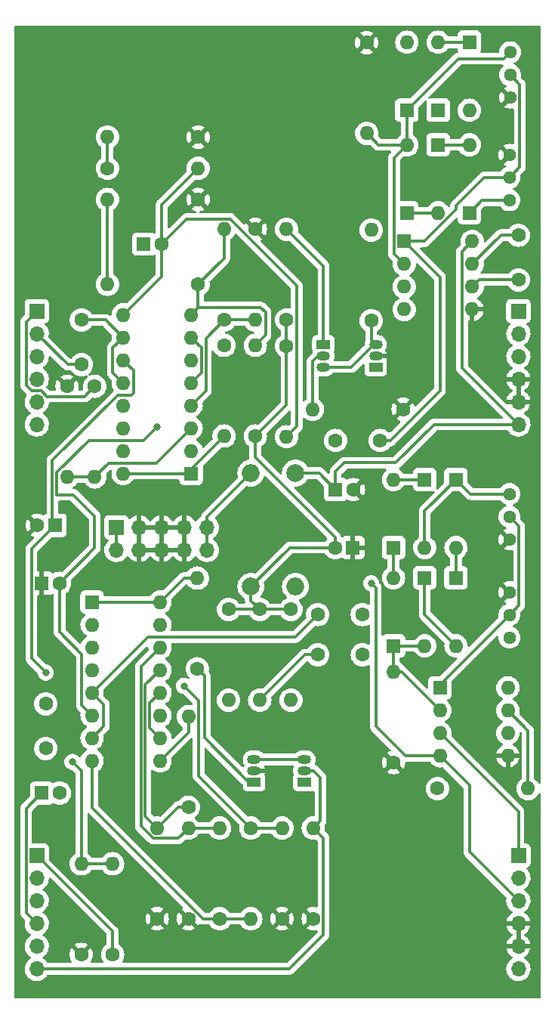
<source format=gtl>
G04 #@! TF.GenerationSoftware,KiCad,Pcbnew,(6.0.0)*
G04 #@! TF.CreationDate,2022-04-04T19:52:15+01:00*
G04 #@! TF.ProjectId,MS20-VCF,4d533230-2d56-4434-962e-6b696361645f,rev?*
G04 #@! TF.SameCoordinates,Original*
G04 #@! TF.FileFunction,Copper,L1,Top*
G04 #@! TF.FilePolarity,Positive*
%FSLAX46Y46*%
G04 Gerber Fmt 4.6, Leading zero omitted, Abs format (unit mm)*
G04 Created by KiCad (PCBNEW (6.0.0)) date 2022-04-04 19:52:15*
%MOMM*%
%LPD*%
G01*
G04 APERTURE LIST*
G04 #@! TA.AperFunction,ComponentPad*
%ADD10C,1.600000*%
G04 #@! TD*
G04 #@! TA.AperFunction,ComponentPad*
%ADD11R,1.600000X1.600000*%
G04 #@! TD*
G04 #@! TA.AperFunction,ComponentPad*
%ADD12O,1.600000X1.600000*%
G04 #@! TD*
G04 #@! TA.AperFunction,ComponentPad*
%ADD13R,1.700000X1.700000*%
G04 #@! TD*
G04 #@! TA.AperFunction,ComponentPad*
%ADD14O,1.700000X1.700000*%
G04 #@! TD*
G04 #@! TA.AperFunction,ComponentPad*
%ADD15R,1.500000X1.050000*%
G04 #@! TD*
G04 #@! TA.AperFunction,ComponentPad*
%ADD16O,1.500000X1.050000*%
G04 #@! TD*
G04 #@! TA.AperFunction,ComponentPad*
%ADD17C,2.000000*%
G04 #@! TD*
G04 #@! TA.AperFunction,ComponentPad*
%ADD18O,2.000000X2.000000*%
G04 #@! TD*
G04 #@! TA.AperFunction,ComponentPad*
%ADD19C,1.440000*%
G04 #@! TD*
G04 #@! TA.AperFunction,ViaPad*
%ADD20C,0.800000*%
G04 #@! TD*
G04 #@! TA.AperFunction,Conductor*
%ADD21C,0.300000*%
G04 #@! TD*
G04 APERTURE END LIST*
D10*
X87000000Y-60500000D03*
X87000000Y-65500000D03*
X69500000Y-107500000D03*
X64500000Y-107500000D03*
X34000000Y-113000000D03*
X34000000Y-118000000D03*
D11*
X81500000Y-38880000D03*
D12*
X81500000Y-46500000D03*
D11*
X81500000Y-58000000D03*
D12*
X81500000Y-50380000D03*
D11*
X78000000Y-46500000D03*
D12*
X78000000Y-38880000D03*
D11*
X78000000Y-50380000D03*
D12*
X78000000Y-58000000D03*
D11*
X74500000Y-46500000D03*
D12*
X74500000Y-38880000D03*
D11*
X74500000Y-58000000D03*
D12*
X74500000Y-50380000D03*
D13*
X87000000Y-69000000D03*
D14*
X87000000Y-71540000D03*
X87000000Y-74080000D03*
X87000000Y-76620000D03*
X87000000Y-79160000D03*
X87000000Y-81700000D03*
D13*
X33000000Y-130000000D03*
D14*
X33000000Y-132540000D03*
X33000000Y-135080000D03*
X33000000Y-137620000D03*
X33000000Y-140160000D03*
X33000000Y-142700000D03*
D15*
X71000000Y-75270000D03*
D16*
X71000000Y-74000000D03*
X71000000Y-72730000D03*
D15*
X65140000Y-72730000D03*
D16*
X65140000Y-74000000D03*
X65140000Y-75270000D03*
D15*
X57360000Y-121770000D03*
D16*
X57360000Y-120500000D03*
X57360000Y-119230000D03*
D10*
X57500000Y-59840000D03*
D12*
X57500000Y-70000000D03*
D10*
X36400000Y-77420000D03*
D12*
X36400000Y-87580000D03*
D10*
X54000000Y-72840000D03*
D12*
X54000000Y-83000000D03*
D10*
X54000000Y-70000000D03*
D12*
X54000000Y-59840000D03*
D10*
X61000000Y-70000000D03*
D12*
X61000000Y-59840000D03*
D10*
X74080000Y-80000000D03*
D12*
X63920000Y-80000000D03*
D10*
X51080000Y-66000000D03*
D12*
X40920000Y-66000000D03*
D10*
X51080000Y-49500000D03*
D12*
X40920000Y-49500000D03*
D10*
X51080000Y-56500000D03*
D12*
X40920000Y-56500000D03*
D10*
X40920000Y-53000000D03*
D12*
X51080000Y-53000000D03*
D10*
X70000000Y-38920000D03*
D12*
X70000000Y-49080000D03*
D10*
X60500000Y-137080000D03*
D12*
X60500000Y-126920000D03*
D10*
X51000000Y-109080000D03*
D12*
X51000000Y-98920000D03*
D10*
X57000000Y-126920000D03*
D12*
X57000000Y-137080000D03*
D10*
X58000000Y-102420000D03*
D12*
X58000000Y-112580000D03*
D10*
X77920000Y-122500000D03*
D12*
X88080000Y-122500000D03*
D10*
X64000000Y-137080000D03*
D12*
X64000000Y-126920000D03*
D10*
X54500000Y-102420000D03*
D12*
X54500000Y-112580000D03*
D10*
X53500000Y-137080000D03*
D12*
X53500000Y-126920000D03*
D10*
X46500000Y-137080000D03*
D12*
X46500000Y-126920000D03*
D10*
X50000000Y-137080000D03*
D12*
X50000000Y-126920000D03*
D10*
X50000000Y-124580000D03*
D12*
X50000000Y-114420000D03*
D10*
X61500000Y-102420000D03*
D12*
X61500000Y-112580000D03*
D10*
X73000000Y-119580000D03*
D12*
X73000000Y-109420000D03*
D11*
X39200000Y-101600000D03*
D12*
X39200000Y-104140000D03*
X39200000Y-106680000D03*
X39200000Y-109220000D03*
X39200000Y-111760000D03*
X39200000Y-114300000D03*
X39200000Y-116840000D03*
X39200000Y-119380000D03*
X46820000Y-119380000D03*
X46820000Y-116840000D03*
X46820000Y-114300000D03*
X46820000Y-111760000D03*
X46820000Y-109220000D03*
X46820000Y-106680000D03*
X46820000Y-104140000D03*
X46820000Y-101600000D03*
D11*
X78200000Y-111200000D03*
D12*
X78200000Y-113740000D03*
X78200000Y-116280000D03*
X78200000Y-118820000D03*
X85820000Y-118820000D03*
X85820000Y-116280000D03*
X85820000Y-113740000D03*
X85820000Y-111200000D03*
D13*
X87000000Y-130000000D03*
D14*
X87000000Y-132540000D03*
X87000000Y-135080000D03*
X87000000Y-137620000D03*
X87000000Y-140160000D03*
X87000000Y-142700000D03*
D10*
X70500000Y-70080000D03*
D12*
X70500000Y-59920000D03*
D11*
X74200000Y-61200000D03*
D12*
X74200000Y-63740000D03*
X74200000Y-66280000D03*
X74200000Y-68820000D03*
X81820000Y-68820000D03*
X81820000Y-66280000D03*
X81820000Y-63740000D03*
X81820000Y-61200000D03*
D15*
X63000000Y-121770000D03*
D16*
X63000000Y-120500000D03*
X63000000Y-119230000D03*
D10*
X64500000Y-103000000D03*
X69500000Y-103000000D03*
D11*
X73000000Y-95500000D03*
D12*
X73000000Y-87880000D03*
D11*
X76500000Y-87880000D03*
D12*
X76500000Y-95500000D03*
D11*
X80000000Y-87880000D03*
D12*
X80000000Y-95500000D03*
D11*
X76500000Y-98880000D03*
D12*
X76500000Y-106500000D03*
D11*
X73000000Y-106500000D03*
D12*
X73000000Y-98880000D03*
D11*
X80000000Y-98880000D03*
D12*
X80000000Y-106500000D03*
D10*
X66500000Y-83500000D03*
X71500000Y-83500000D03*
X39500000Y-77420000D03*
D12*
X39500000Y-87580000D03*
D10*
X57500000Y-83000000D03*
D12*
X57500000Y-72840000D03*
D10*
X61000000Y-72920000D03*
D12*
X61000000Y-83080000D03*
D11*
X50300000Y-87200000D03*
D12*
X50300000Y-84660000D03*
X50300000Y-82120000D03*
X50300000Y-79580000D03*
X50300000Y-77040000D03*
X50300000Y-74500000D03*
X50300000Y-71960000D03*
X50300000Y-69420000D03*
X42680000Y-69420000D03*
X42680000Y-71960000D03*
X42680000Y-74500000D03*
X42680000Y-77040000D03*
X42680000Y-79580000D03*
X42680000Y-82120000D03*
X42680000Y-84660000D03*
X42680000Y-87200000D03*
D13*
X33000000Y-69000000D03*
D14*
X33000000Y-71540000D03*
X33000000Y-74080000D03*
X33000000Y-76620000D03*
X33000000Y-79160000D03*
X33000000Y-81700000D03*
D10*
X38000000Y-70000000D03*
X38000000Y-75000000D03*
X38000000Y-141080000D03*
D12*
X38000000Y-130920000D03*
D10*
X41500000Y-141080000D03*
D12*
X41500000Y-130920000D03*
D11*
X66500000Y-89000000D03*
D10*
X68500000Y-89000000D03*
D11*
X68455113Y-95500000D03*
D10*
X66455113Y-95500000D03*
D11*
X45000000Y-61500000D03*
D10*
X47000000Y-61500000D03*
D17*
X57000000Y-99850000D03*
D18*
X57000000Y-87150000D03*
D13*
X41925000Y-93225000D03*
D14*
X41925000Y-95765000D03*
X44465000Y-93225000D03*
X44465000Y-95765000D03*
X47005000Y-93225000D03*
X47005000Y-95765000D03*
X49545000Y-93225000D03*
X49545000Y-95765000D03*
X52085000Y-93225000D03*
X52085000Y-95765000D03*
D19*
X86080000Y-45080000D03*
X86080000Y-42540000D03*
X86080000Y-40000000D03*
X86000000Y-56580000D03*
X86000000Y-54040000D03*
X86000000Y-51500000D03*
D11*
X33544888Y-123000000D03*
D10*
X35544888Y-123000000D03*
D17*
X62000000Y-87150000D03*
D18*
X62000000Y-99850000D03*
D19*
X86000000Y-100500000D03*
X86000000Y-103040000D03*
X86000000Y-105580000D03*
X86000000Y-89500000D03*
X86000000Y-92040000D03*
X86000000Y-94580000D03*
D11*
X33544888Y-99500000D03*
D10*
X35544888Y-99500000D03*
D11*
X35044888Y-93000000D03*
D10*
X33044888Y-93000000D03*
D20*
X46500000Y-99000000D03*
X43500000Y-99000000D03*
X50000000Y-90000000D03*
X47000000Y-90000000D03*
X45500000Y-90000000D03*
X40000000Y-71500000D03*
X45000000Y-99000000D03*
X40000000Y-72500000D03*
X48500000Y-90000000D03*
X34000000Y-109500000D03*
X70500000Y-99500000D03*
X46500000Y-82000000D03*
X49500000Y-111000000D03*
X37000000Y-119500000D03*
D21*
X80670489Y-75370489D02*
X87000000Y-81700000D01*
X34750970Y-85749030D02*
X34750970Y-92706082D01*
X77554345Y-81700000D02*
X73254345Y-86000000D01*
X43829511Y-78170489D02*
X43569511Y-78430489D01*
X81820000Y-61200000D02*
X80670489Y-62349511D01*
X67500000Y-86000000D02*
X66500000Y-87000000D01*
X43829511Y-75649511D02*
X43829511Y-78170489D01*
X32395377Y-95649511D02*
X32395377Y-107895377D01*
X62000000Y-87150000D02*
X64650000Y-87150000D01*
X42680000Y-74500000D02*
X43829511Y-75649511D01*
X32395377Y-107895377D02*
X34000000Y-109500000D01*
X34750970Y-92706082D02*
X35044888Y-93000000D01*
X73254345Y-86000000D02*
X67500000Y-86000000D01*
X87000000Y-81700000D02*
X77554345Y-81700000D01*
X64650000Y-87150000D02*
X66500000Y-89000000D01*
X66500000Y-87000000D02*
X66500000Y-89000000D01*
X43569511Y-78430489D02*
X42069511Y-78430489D01*
X35044888Y-93000000D02*
X32395377Y-95649511D01*
X42069511Y-78430489D02*
X34750970Y-85749030D01*
X80670489Y-62349511D02*
X80670489Y-75370489D01*
X35544888Y-99500000D02*
X35544888Y-104955112D01*
X78200000Y-118820000D02*
X74320000Y-118820000D01*
X78200000Y-118820000D02*
X81500000Y-122120000D01*
X54500000Y-102420000D02*
X58000000Y-102420000D01*
X38843856Y-83510489D02*
X35250489Y-87103856D01*
X81500000Y-122120000D02*
X81500000Y-129580000D01*
X35544888Y-104955112D02*
X38050489Y-107460713D01*
X39500000Y-95544888D02*
X35544888Y-99500000D01*
X61000000Y-79500000D02*
X57500000Y-83000000D01*
X57000000Y-99850000D02*
X57000000Y-101420000D01*
X61350000Y-95500000D02*
X57000000Y-99850000D01*
X58000000Y-102420000D02*
X61500000Y-102420000D01*
X38050489Y-107460713D02*
X38050489Y-113150489D01*
X35250489Y-89579946D02*
X37079946Y-89579946D01*
X71000000Y-115500000D02*
X71000000Y-100000000D01*
X66455113Y-95500000D02*
X61350000Y-95500000D01*
X57500000Y-85413517D02*
X57500000Y-83000000D01*
X61000000Y-70000000D02*
X61000000Y-72920000D01*
X35250489Y-87103856D02*
X35250489Y-89579946D01*
X39500000Y-92000000D02*
X39500000Y-95544888D01*
X66455113Y-94368630D02*
X57500000Y-85413517D01*
X81500000Y-129580000D02*
X87000000Y-135080000D01*
X61000000Y-72920000D02*
X61000000Y-79500000D01*
X57000000Y-101420000D02*
X58000000Y-102420000D01*
X66455113Y-95500000D02*
X66455113Y-94368630D01*
X74320000Y-118820000D02*
X71000000Y-115500000D01*
X71000000Y-100000000D02*
X70500000Y-99500000D01*
X44989511Y-83510489D02*
X38843856Y-83510489D01*
X46500000Y-82000000D02*
X44989511Y-83510489D01*
X37079946Y-89579946D02*
X39500000Y-92000000D01*
X38050489Y-113150489D02*
X39200000Y-114300000D01*
X85060000Y-60500000D02*
X81820000Y-63740000D01*
X87000000Y-60500000D02*
X85060000Y-60500000D01*
X40720000Y-70000000D02*
X42680000Y-71960000D01*
X42680000Y-71960000D02*
X41530489Y-73109511D01*
X41530489Y-73109511D02*
X41530489Y-75890489D01*
X41530489Y-75890489D02*
X42680000Y-77040000D01*
X38000000Y-70000000D02*
X40720000Y-70000000D01*
X47000000Y-65100000D02*
X42680000Y-69420000D01*
X62149511Y-66149511D02*
X62149511Y-81930489D01*
X62149511Y-81930489D02*
X61000000Y-83080000D01*
X47000000Y-57080000D02*
X47000000Y-61500000D01*
X47000000Y-61500000D02*
X49809511Y-58690489D01*
X54690489Y-58690489D02*
X62149511Y-66149511D01*
X49809511Y-58690489D02*
X54690489Y-58690489D01*
X51080000Y-53000000D02*
X47000000Y-57080000D01*
X47000000Y-61500000D02*
X47000000Y-65100000D01*
X81500000Y-50380000D02*
X78000000Y-50380000D01*
X58120001Y-68620001D02*
X51099999Y-68620001D01*
X58649511Y-71690489D02*
X58649511Y-69149511D01*
X57500000Y-72840000D02*
X58649511Y-71690489D01*
X51099999Y-68620001D02*
X50300000Y-69420000D01*
X58649511Y-69149511D02*
X58120001Y-68620001D01*
X54000000Y-59840000D02*
X54000000Y-63080000D01*
X54000000Y-63080000D02*
X51080000Y-66000000D01*
X51080000Y-68640000D02*
X50300000Y-69420000D01*
X51080000Y-66000000D02*
X51080000Y-68640000D01*
X74200000Y-61200000D02*
X78194399Y-65194399D01*
X80000000Y-57625655D02*
X80000000Y-57200978D01*
X76425655Y-61200000D02*
X80000000Y-57625655D01*
X78194399Y-65194399D02*
X78194399Y-77936971D01*
X87149511Y-52890489D02*
X87149511Y-43609511D01*
X80000000Y-57200978D02*
X83160978Y-54040000D01*
X78194399Y-77936971D02*
X72631370Y-83500000D01*
X72631370Y-83500000D02*
X71500000Y-83500000D01*
X83160978Y-54040000D02*
X86000000Y-54040000D01*
X86000000Y-54040000D02*
X87149511Y-52890489D01*
X87149511Y-43609511D02*
X86080000Y-42540000D01*
X74200000Y-61200000D02*
X76425655Y-61200000D01*
X51449511Y-73109511D02*
X51449511Y-75890489D01*
X51449511Y-75890489D02*
X50300000Y-77040000D01*
X50300000Y-71960000D02*
X51449511Y-73109511D01*
X65140000Y-72730000D02*
X65140000Y-63980000D01*
X87000000Y-65500000D02*
X82600000Y-65500000D01*
X82600000Y-65500000D02*
X81820000Y-66280000D01*
X65140000Y-63980000D02*
X61000000Y-59840000D01*
X36460000Y-75000000D02*
X33000000Y-71540000D01*
X38000000Y-75000000D02*
X36460000Y-75000000D01*
X87069511Y-93109511D02*
X87069511Y-101970489D01*
X87069511Y-101970489D02*
X86000000Y-103040000D01*
X86000000Y-92040000D02*
X87069511Y-93109511D01*
X78200000Y-110840000D02*
X86000000Y-103040000D01*
X78200000Y-111200000D02*
X78200000Y-110840000D01*
X61969511Y-105530489D02*
X45429511Y-105530489D01*
X39200000Y-111760000D02*
X40500000Y-113060000D01*
X45429511Y-105530489D02*
X39200000Y-111760000D01*
X40500000Y-115540000D02*
X39200000Y-116840000D01*
X64500000Y-103000000D02*
X61969511Y-105530489D01*
X40500000Y-113060000D02*
X40500000Y-115540000D01*
X63080000Y-107500000D02*
X58000000Y-112580000D01*
X64500000Y-107500000D02*
X63080000Y-107500000D01*
X88080000Y-116000000D02*
X85820000Y-113740000D01*
X88080000Y-122500000D02*
X88080000Y-116000000D01*
X46820000Y-116840000D02*
X45670489Y-115690489D01*
X45670489Y-115690489D02*
X45670489Y-112909511D01*
X45670489Y-112909511D02*
X46820000Y-111760000D01*
X50000000Y-116200000D02*
X46820000Y-119380000D01*
X50000000Y-114420000D02*
X50000000Y-116200000D01*
X31800489Y-136420489D02*
X33000000Y-137620000D01*
X31800489Y-124744399D02*
X31800489Y-136420489D01*
X33544888Y-123000000D02*
X31800489Y-124744399D01*
X82920000Y-56580000D02*
X81500000Y-58000000D01*
X86000000Y-56580000D02*
X82920000Y-56580000D01*
X81500000Y-38880000D02*
X78000000Y-38880000D01*
X78000000Y-58000000D02*
X74500000Y-58000000D01*
X73050489Y-51829511D02*
X74500000Y-50380000D01*
X74200000Y-63740000D02*
X73050489Y-62590489D01*
X74500000Y-50380000D02*
X74500000Y-46500000D01*
X74500000Y-50380000D02*
X71300000Y-50380000D01*
X73050489Y-62590489D02*
X73050489Y-51829511D01*
X85360001Y-40719999D02*
X80280001Y-40719999D01*
X80280001Y-40719999D02*
X74500000Y-46500000D01*
X71300000Y-50380000D02*
X70000000Y-49080000D01*
X86080000Y-40000000D02*
X85360001Y-40719999D01*
X76500000Y-91380000D02*
X80000000Y-87880000D01*
X76500000Y-95500000D02*
X76500000Y-91380000D01*
X81620000Y-89500000D02*
X80000000Y-87880000D01*
X86000000Y-89500000D02*
X81620000Y-89500000D01*
X76500000Y-87880000D02*
X73000000Y-87880000D01*
X80000000Y-95500000D02*
X80000000Y-98880000D01*
X73000000Y-95500000D02*
X73000000Y-98880000D01*
X76500000Y-103000000D02*
X80000000Y-106500000D01*
X76500000Y-98880000D02*
X76500000Y-103000000D01*
X73880000Y-109420000D02*
X73000000Y-109420000D01*
X78200000Y-113740000D02*
X73880000Y-109420000D01*
X73000000Y-106500000D02*
X76500000Y-106500000D01*
X73000000Y-106500000D02*
X73000000Y-109420000D01*
X41925000Y-93225000D02*
X41925000Y-95765000D01*
X52085000Y-92065000D02*
X52085000Y-93225000D01*
X57000000Y-87150000D02*
X52085000Y-92065000D01*
X52085000Y-93225000D02*
X52085000Y-95765000D01*
X32460489Y-77960489D02*
X31800489Y-77300489D01*
X34105877Y-78569511D02*
X33496855Y-77960489D01*
X31800489Y-70199511D02*
X33000000Y-69000000D01*
X31800489Y-77300489D02*
X31800489Y-70199511D01*
X33496855Y-77960489D02*
X32460489Y-77960489D01*
X38350489Y-78569511D02*
X34105877Y-78569511D01*
X39500000Y-77420000D02*
X38350489Y-78569511D01*
X65140000Y-74000000D02*
X64540000Y-74000000D01*
X64540000Y-74000000D02*
X63920000Y-74620000D01*
X63920000Y-74620000D02*
X63920000Y-80000000D01*
X33000000Y-130000000D02*
X41500000Y-138500000D01*
X41500000Y-138500000D02*
X41500000Y-141080000D01*
X63000000Y-120500000D02*
X64050000Y-120500000D01*
X65149511Y-138850489D02*
X65149511Y-128069511D01*
X64799999Y-126120001D02*
X64000000Y-126920000D01*
X64050000Y-120500000D02*
X64799999Y-121249999D01*
X33000000Y-142700000D02*
X61300000Y-142700000D01*
X64799999Y-121249999D02*
X64799999Y-126120001D01*
X65149511Y-128069511D02*
X64000000Y-126920000D01*
X61300000Y-142700000D02*
X65149511Y-138850489D01*
X87000000Y-125080000D02*
X78200000Y-116280000D01*
X87000000Y-130000000D02*
X87000000Y-125080000D01*
X68268242Y-75270000D02*
X70808242Y-72730000D01*
X65140000Y-75270000D02*
X68268242Y-75270000D01*
X70500000Y-70080000D02*
X70500000Y-72230000D01*
X70500000Y-72230000D02*
X71000000Y-72730000D01*
X70808242Y-72730000D02*
X71000000Y-72730000D01*
X51000000Y-109080000D02*
X51799999Y-109879999D01*
X56770000Y-121770000D02*
X57360000Y-121770000D01*
X51799999Y-116799999D02*
X56770000Y-121770000D01*
X51799999Y-109879999D02*
X51799999Y-116799999D01*
X63000000Y-119230000D02*
X57360000Y-119230000D01*
X51949030Y-77930970D02*
X50300000Y-79580000D01*
X54000000Y-70000000D02*
X51949030Y-72050970D01*
X51949030Y-72050970D02*
X51949030Y-77930970D01*
X57500000Y-70000000D02*
X54000000Y-70000000D01*
X41029511Y-86050489D02*
X46369511Y-86050489D01*
X39500000Y-87580000D02*
X41029511Y-86050489D01*
X39500000Y-87580000D02*
X36400000Y-87580000D01*
X46369511Y-86050489D02*
X50300000Y-82120000D01*
X50300000Y-86700000D02*
X50300000Y-87200000D01*
X54000000Y-83000000D02*
X50300000Y-86700000D01*
X50300000Y-87200000D02*
X42680000Y-87200000D01*
X40920000Y-56500000D02*
X40920000Y-66000000D01*
X40920000Y-49500000D02*
X40920000Y-53000000D01*
X60500000Y-126920000D02*
X57000000Y-126920000D01*
X51149511Y-112649511D02*
X50000000Y-111500000D01*
X51149511Y-121069511D02*
X51149511Y-112649511D01*
X57000000Y-126920000D02*
X51149511Y-121069511D01*
X50000000Y-111500000D02*
X49500000Y-111000000D01*
X41500000Y-130920000D02*
X38000000Y-130920000D01*
X38000000Y-120500000D02*
X38000000Y-130920000D01*
X37000000Y-119500000D02*
X38000000Y-120500000D01*
X51000000Y-98920000D02*
X49500000Y-98920000D01*
X46820000Y-101600000D02*
X39200000Y-101600000D01*
X49500000Y-98920000D02*
X46820000Y-101600000D01*
X51625655Y-137080000D02*
X53500000Y-137080000D01*
X57000000Y-137080000D02*
X53500000Y-137080000D01*
X39200000Y-119380000D02*
X39200000Y-124654345D01*
X39200000Y-124654345D02*
X51625655Y-137080000D01*
X46023856Y-128069511D02*
X48850489Y-128069511D01*
X53500000Y-126920000D02*
X50000000Y-126920000D01*
X48850489Y-128069511D02*
X50000000Y-126920000D01*
X44671451Y-126717106D02*
X46023856Y-128069511D01*
X44671451Y-108828549D02*
X44671451Y-126717106D01*
X46820000Y-106680000D02*
X44671451Y-108828549D01*
X48840000Y-124580000D02*
X46500000Y-126920000D01*
X45170970Y-110869030D02*
X45170970Y-125590970D01*
X46820000Y-109220000D02*
X45170970Y-110869030D01*
X45170970Y-125590970D02*
X46500000Y-126920000D01*
X50000000Y-124580000D02*
X48840000Y-124580000D01*
G04 #@! TA.AperFunction,Conductor*
G36*
X89434121Y-37028002D02*
G01*
X89480614Y-37081658D01*
X89492000Y-37134000D01*
X89492000Y-121863519D01*
X89471998Y-121931640D01*
X89418342Y-121978133D01*
X89348068Y-121988237D01*
X89283488Y-121958743D01*
X89251805Y-121916769D01*
X89219849Y-121848238D01*
X89219846Y-121848233D01*
X89217523Y-121843251D01*
X89117938Y-121701029D01*
X89089357Y-121660211D01*
X89089355Y-121660208D01*
X89086198Y-121655700D01*
X88924300Y-121493802D01*
X88919792Y-121490645D01*
X88919789Y-121490643D01*
X88835245Y-121431445D01*
X88792228Y-121401324D01*
X88747901Y-121345868D01*
X88738500Y-121298112D01*
X88738500Y-116082059D01*
X88739059Y-116070203D01*
X88740789Y-116062463D01*
X88740458Y-116051913D01*
X88738562Y-115991611D01*
X88738500Y-115987653D01*
X88738500Y-115958568D01*
X88737946Y-115954179D01*
X88737013Y-115942337D01*
X88736846Y-115937005D01*
X88735562Y-115896169D01*
X88729580Y-115875579D01*
X88725570Y-115856216D01*
X88723875Y-115842796D01*
X88723875Y-115842795D01*
X88722882Y-115834936D01*
X88719966Y-115827571D01*
X88719965Y-115827567D01*
X88705874Y-115791979D01*
X88702035Y-115780769D01*
X88689145Y-115736400D01*
X88678225Y-115717935D01*
X88669534Y-115700195D01*
X88661635Y-115680244D01*
X88634482Y-115642871D01*
X88627967Y-115632952D01*
X88608493Y-115600023D01*
X88608490Y-115600019D01*
X88604453Y-115593193D01*
X88589289Y-115578029D01*
X88576448Y-115562995D01*
X88568501Y-115552057D01*
X88563841Y-115545643D01*
X88528247Y-115516197D01*
X88519468Y-115508208D01*
X87136624Y-114125364D01*
X87102598Y-114063052D01*
X87104012Y-114003659D01*
X87112118Y-113973405D01*
X87112119Y-113973402D01*
X87113543Y-113968087D01*
X87133498Y-113740000D01*
X87113543Y-113511913D01*
X87104097Y-113476661D01*
X87055707Y-113296067D01*
X87055706Y-113296065D01*
X87054284Y-113290757D01*
X87050423Y-113282477D01*
X86959849Y-113088238D01*
X86959846Y-113088233D01*
X86957523Y-113083251D01*
X86863208Y-112948555D01*
X86829357Y-112900211D01*
X86829355Y-112900208D01*
X86826198Y-112895700D01*
X86664300Y-112733802D01*
X86659792Y-112730645D01*
X86659789Y-112730643D01*
X86517505Y-112631015D01*
X86476749Y-112602477D01*
X86471767Y-112600154D01*
X86471762Y-112600151D01*
X86437543Y-112584195D01*
X86384258Y-112537278D01*
X86364797Y-112469001D01*
X86385339Y-112401041D01*
X86437543Y-112355805D01*
X86471762Y-112339849D01*
X86471767Y-112339846D01*
X86476749Y-112337523D01*
X86606450Y-112246705D01*
X86659789Y-112209357D01*
X86659792Y-112209355D01*
X86664300Y-112206198D01*
X86826198Y-112044300D01*
X86858829Y-111997699D01*
X86907466Y-111928238D01*
X86957523Y-111856749D01*
X86959846Y-111851767D01*
X86959849Y-111851762D01*
X87051961Y-111654225D01*
X87051961Y-111654224D01*
X87054284Y-111649243D01*
X87084255Y-111537393D01*
X87112119Y-111433402D01*
X87112119Y-111433400D01*
X87113543Y-111428087D01*
X87133498Y-111200000D01*
X87113543Y-110971913D01*
X87103863Y-110935786D01*
X87055707Y-110756067D01*
X87055706Y-110756065D01*
X87054284Y-110750757D01*
X87009962Y-110655707D01*
X86959849Y-110548238D01*
X86959846Y-110548233D01*
X86957523Y-110543251D01*
X86863169Y-110408500D01*
X86829357Y-110360211D01*
X86829355Y-110360208D01*
X86826198Y-110355700D01*
X86664300Y-110193802D01*
X86659792Y-110190645D01*
X86659789Y-110190643D01*
X86488131Y-110070447D01*
X86476749Y-110062477D01*
X86471767Y-110060154D01*
X86471762Y-110060151D01*
X86274225Y-109968039D01*
X86274224Y-109968039D01*
X86269243Y-109965716D01*
X86263935Y-109964294D01*
X86263933Y-109964293D01*
X86053402Y-109907881D01*
X86053400Y-109907881D01*
X86048087Y-109906457D01*
X85820000Y-109886502D01*
X85591913Y-109906457D01*
X85586600Y-109907881D01*
X85586598Y-109907881D01*
X85376067Y-109964293D01*
X85376065Y-109964294D01*
X85370757Y-109965716D01*
X85365776Y-109968039D01*
X85365775Y-109968039D01*
X85168238Y-110060151D01*
X85168233Y-110060154D01*
X85163251Y-110062477D01*
X85151869Y-110070447D01*
X84980211Y-110190643D01*
X84980208Y-110190645D01*
X84975700Y-110193802D01*
X84813802Y-110355700D01*
X84810645Y-110360208D01*
X84810643Y-110360211D01*
X84776831Y-110408500D01*
X84682477Y-110543251D01*
X84680154Y-110548233D01*
X84680151Y-110548238D01*
X84630038Y-110655707D01*
X84585716Y-110750757D01*
X84584294Y-110756065D01*
X84584293Y-110756067D01*
X84536137Y-110935786D01*
X84526457Y-110971913D01*
X84506502Y-111200000D01*
X84526457Y-111428087D01*
X84527881Y-111433400D01*
X84527881Y-111433402D01*
X84555746Y-111537393D01*
X84585716Y-111649243D01*
X84588039Y-111654224D01*
X84588039Y-111654225D01*
X84680151Y-111851762D01*
X84680154Y-111851767D01*
X84682477Y-111856749D01*
X84732534Y-111928238D01*
X84781172Y-111997699D01*
X84813802Y-112044300D01*
X84975700Y-112206198D01*
X84980208Y-112209355D01*
X84980211Y-112209357D01*
X85033550Y-112246705D01*
X85163251Y-112337523D01*
X85168233Y-112339846D01*
X85168238Y-112339849D01*
X85202457Y-112355805D01*
X85255742Y-112402722D01*
X85275203Y-112470999D01*
X85254661Y-112538959D01*
X85202457Y-112584195D01*
X85168238Y-112600151D01*
X85168233Y-112600154D01*
X85163251Y-112602477D01*
X85122495Y-112631015D01*
X84980211Y-112730643D01*
X84980208Y-112730645D01*
X84975700Y-112733802D01*
X84813802Y-112895700D01*
X84810645Y-112900208D01*
X84810643Y-112900211D01*
X84776792Y-112948555D01*
X84682477Y-113083251D01*
X84680154Y-113088233D01*
X84680151Y-113088238D01*
X84589577Y-113282477D01*
X84585716Y-113290757D01*
X84584294Y-113296065D01*
X84584293Y-113296067D01*
X84535903Y-113476661D01*
X84526457Y-113511913D01*
X84506502Y-113740000D01*
X84526457Y-113968087D01*
X84527881Y-113973400D01*
X84527881Y-113973402D01*
X84571858Y-114137523D01*
X84585716Y-114189243D01*
X84588039Y-114194224D01*
X84588039Y-114194225D01*
X84680151Y-114391762D01*
X84680154Y-114391767D01*
X84682477Y-114396749D01*
X84813802Y-114584300D01*
X84975700Y-114746198D01*
X84980208Y-114749355D01*
X84980211Y-114749357D01*
X85058389Y-114804098D01*
X85163251Y-114877523D01*
X85168233Y-114879846D01*
X85168238Y-114879849D01*
X85202457Y-114895805D01*
X85255742Y-114942722D01*
X85275203Y-115010999D01*
X85254661Y-115078959D01*
X85202457Y-115124195D01*
X85168238Y-115140151D01*
X85168233Y-115140154D01*
X85163251Y-115142477D01*
X85116732Y-115175050D01*
X84980211Y-115270643D01*
X84980208Y-115270645D01*
X84975700Y-115273802D01*
X84813802Y-115435700D01*
X84810645Y-115440208D01*
X84810643Y-115440211D01*
X84766675Y-115503004D01*
X84682477Y-115623251D01*
X84680154Y-115628233D01*
X84680151Y-115628238D01*
X84604122Y-115791284D01*
X84585716Y-115830757D01*
X84584294Y-115836065D01*
X84584293Y-115836067D01*
X84528139Y-116045637D01*
X84526457Y-116051913D01*
X84506502Y-116280000D01*
X84526457Y-116508087D01*
X84527881Y-116513400D01*
X84527881Y-116513402D01*
X84574264Y-116686502D01*
X84585716Y-116729243D01*
X84588039Y-116734224D01*
X84588039Y-116734225D01*
X84680151Y-116931762D01*
X84680154Y-116931767D01*
X84682477Y-116936749D01*
X84813802Y-117124300D01*
X84975700Y-117286198D01*
X84980208Y-117289355D01*
X84980211Y-117289357D01*
X85050742Y-117338743D01*
X85163251Y-117417523D01*
X85168233Y-117419846D01*
X85168238Y-117419849D01*
X85203049Y-117436081D01*
X85256334Y-117482998D01*
X85275795Y-117551275D01*
X85255253Y-117619235D01*
X85203049Y-117664471D01*
X85168489Y-117680586D01*
X85158993Y-117686069D01*
X84980533Y-117811028D01*
X84972125Y-117818084D01*
X84818084Y-117972125D01*
X84811028Y-117980533D01*
X84686069Y-118158993D01*
X84680586Y-118168489D01*
X84588510Y-118365947D01*
X84584764Y-118376239D01*
X84538606Y-118548503D01*
X84538942Y-118562599D01*
X84546884Y-118566000D01*
X87087967Y-118566000D01*
X87101498Y-118562027D01*
X87102727Y-118553478D01*
X87055236Y-118376239D01*
X87051490Y-118365947D01*
X86959414Y-118168489D01*
X86953931Y-118158993D01*
X86828972Y-117980533D01*
X86821916Y-117972125D01*
X86667875Y-117818084D01*
X86659467Y-117811028D01*
X86481007Y-117686069D01*
X86471511Y-117680586D01*
X86436951Y-117664471D01*
X86383666Y-117617554D01*
X86364205Y-117549277D01*
X86384747Y-117481317D01*
X86436951Y-117436081D01*
X86471762Y-117419849D01*
X86471767Y-117419846D01*
X86476749Y-117417523D01*
X86589258Y-117338743D01*
X86659789Y-117289357D01*
X86659792Y-117289355D01*
X86664300Y-117286198D01*
X86826198Y-117124300D01*
X86957523Y-116936749D01*
X86959846Y-116931767D01*
X86959849Y-116931762D01*
X87051961Y-116734225D01*
X87051961Y-116734224D01*
X87054284Y-116729243D01*
X87065737Y-116686502D01*
X87112119Y-116513402D01*
X87112119Y-116513400D01*
X87113543Y-116508087D01*
X87133498Y-116280000D01*
X87135455Y-116280171D01*
X87153021Y-116220348D01*
X87206677Y-116173855D01*
X87276951Y-116163751D01*
X87341531Y-116193245D01*
X87348114Y-116199374D01*
X87384595Y-116235855D01*
X87418621Y-116298167D01*
X87421500Y-116324950D01*
X87421500Y-121298112D01*
X87401498Y-121366233D01*
X87367772Y-121401324D01*
X87324755Y-121431445D01*
X87240211Y-121490643D01*
X87240208Y-121490645D01*
X87235700Y-121493802D01*
X87073802Y-121655700D01*
X87070645Y-121660208D01*
X87070643Y-121660211D01*
X87042062Y-121701029D01*
X86942477Y-121843251D01*
X86940154Y-121848233D01*
X86940151Y-121848238D01*
X86858149Y-122024094D01*
X86845716Y-122050757D01*
X86844294Y-122056065D01*
X86844293Y-122056067D01*
X86818624Y-122151866D01*
X86786457Y-122271913D01*
X86766502Y-122500000D01*
X86786457Y-122728087D01*
X86787881Y-122733400D01*
X86787881Y-122733402D01*
X86805083Y-122797598D01*
X86845716Y-122949243D01*
X86848039Y-122954224D01*
X86848039Y-122954225D01*
X86940151Y-123151762D01*
X86940154Y-123151767D01*
X86942477Y-123156749D01*
X87073802Y-123344300D01*
X87235700Y-123506198D01*
X87240208Y-123509355D01*
X87240211Y-123509357D01*
X87318389Y-123564098D01*
X87423251Y-123637523D01*
X87428233Y-123639846D01*
X87428238Y-123639849D01*
X87625436Y-123731803D01*
X87630757Y-123734284D01*
X87636065Y-123735706D01*
X87636067Y-123735707D01*
X87846598Y-123792119D01*
X87846600Y-123792119D01*
X87851913Y-123793543D01*
X88080000Y-123813498D01*
X88308087Y-123793543D01*
X88313400Y-123792119D01*
X88313402Y-123792119D01*
X88523933Y-123735707D01*
X88523935Y-123735706D01*
X88529243Y-123734284D01*
X88534564Y-123731803D01*
X88731762Y-123639849D01*
X88731767Y-123639846D01*
X88736749Y-123637523D01*
X88841611Y-123564098D01*
X88919789Y-123509357D01*
X88919792Y-123509355D01*
X88924300Y-123506198D01*
X89086198Y-123344300D01*
X89217523Y-123156749D01*
X89219846Y-123151767D01*
X89219849Y-123151762D01*
X89251805Y-123083231D01*
X89298722Y-123029946D01*
X89367000Y-123010485D01*
X89434959Y-123031027D01*
X89481025Y-123085050D01*
X89492000Y-123136481D01*
X89492000Y-145866000D01*
X89471998Y-145934121D01*
X89418342Y-145980614D01*
X89366000Y-145992000D01*
X30634000Y-145992000D01*
X30565879Y-145971998D01*
X30519386Y-145918342D01*
X30508000Y-145866000D01*
X30508000Y-124723551D01*
X31137083Y-124723551D01*
X31140552Y-124760244D01*
X31141430Y-124769537D01*
X31141989Y-124781395D01*
X31141989Y-136338433D01*
X31141430Y-136350289D01*
X31139701Y-136358026D01*
X31139950Y-136365948D01*
X31141927Y-136428858D01*
X31141989Y-136432816D01*
X31141989Y-136461921D01*
X31142545Y-136466321D01*
X31143477Y-136478153D01*
X31144927Y-136524320D01*
X31147139Y-136531933D01*
X31147139Y-136531934D01*
X31150908Y-136544905D01*
X31154919Y-136564271D01*
X31157607Y-136585553D01*
X31160523Y-136592918D01*
X31160524Y-136592922D01*
X31174615Y-136628510D01*
X31178454Y-136639720D01*
X31191344Y-136684089D01*
X31202264Y-136702554D01*
X31210955Y-136720294D01*
X31218854Y-136740245D01*
X31246005Y-136777615D01*
X31252522Y-136787537D01*
X31271996Y-136820466D01*
X31271999Y-136820470D01*
X31276036Y-136827296D01*
X31291200Y-136842460D01*
X31304040Y-136857493D01*
X31316648Y-136874846D01*
X31352241Y-136904291D01*
X31361021Y-136912281D01*
X31642101Y-137193361D01*
X31676127Y-137255673D01*
X31674424Y-137316125D01*
X31660989Y-137364570D01*
X31637251Y-137586695D01*
X31637548Y-137591848D01*
X31637548Y-137591851D01*
X31645601Y-137731511D01*
X31650110Y-137809715D01*
X31651247Y-137814761D01*
X31651248Y-137814767D01*
X31665449Y-137877778D01*
X31699222Y-138027639D01*
X31746010Y-138142864D01*
X31781221Y-138229579D01*
X31783266Y-138234616D01*
X31785965Y-138239020D01*
X31880629Y-138393498D01*
X31899987Y-138425088D01*
X32046250Y-138593938D01*
X32218126Y-138736632D01*
X32279950Y-138772759D01*
X32291445Y-138779476D01*
X32340169Y-138831114D01*
X32353240Y-138900897D01*
X32326509Y-138966669D01*
X32286055Y-139000027D01*
X32273607Y-139006507D01*
X32269474Y-139009610D01*
X32269471Y-139009612D01*
X32099100Y-139137530D01*
X32094965Y-139140635D01*
X31940629Y-139302138D01*
X31937715Y-139306410D01*
X31937714Y-139306411D01*
X31925404Y-139324457D01*
X31814743Y-139486680D01*
X31720688Y-139689305D01*
X31660989Y-139904570D01*
X31637251Y-140126695D01*
X31637548Y-140131848D01*
X31637548Y-140131851D01*
X31643011Y-140226590D01*
X31650110Y-140349715D01*
X31651247Y-140354761D01*
X31651248Y-140354767D01*
X31654183Y-140367789D01*
X31699222Y-140567639D01*
X31783266Y-140774616D01*
X31899987Y-140965088D01*
X32046250Y-141133938D01*
X32218126Y-141276632D01*
X32262577Y-141302607D01*
X32291445Y-141319476D01*
X32340169Y-141371114D01*
X32353240Y-141440897D01*
X32326509Y-141506669D01*
X32286055Y-141540027D01*
X32273607Y-141546507D01*
X32269474Y-141549610D01*
X32269471Y-141549612D01*
X32245247Y-141567800D01*
X32094965Y-141680635D01*
X31940629Y-141842138D01*
X31937715Y-141846410D01*
X31937714Y-141846411D01*
X31884582Y-141924300D01*
X31814743Y-142026680D01*
X31720688Y-142229305D01*
X31660989Y-142444570D01*
X31637251Y-142666695D01*
X31637548Y-142671848D01*
X31637548Y-142671851D01*
X31643011Y-142766590D01*
X31650110Y-142889715D01*
X31651247Y-142894761D01*
X31651248Y-142894767D01*
X31671119Y-142982939D01*
X31699222Y-143107639D01*
X31744377Y-143218842D01*
X31776612Y-143298228D01*
X31783266Y-143314616D01*
X31899987Y-143505088D01*
X32046250Y-143673938D01*
X32218126Y-143816632D01*
X32411000Y-143929338D01*
X32619692Y-144009030D01*
X32624760Y-144010061D01*
X32624763Y-144010062D01*
X32732017Y-144031883D01*
X32838597Y-144053567D01*
X32843772Y-144053757D01*
X32843774Y-144053757D01*
X33056673Y-144061564D01*
X33056677Y-144061564D01*
X33061837Y-144061753D01*
X33066957Y-144061097D01*
X33066959Y-144061097D01*
X33278288Y-144034025D01*
X33278289Y-144034025D01*
X33283416Y-144033368D01*
X33288366Y-144031883D01*
X33492429Y-143970661D01*
X33492434Y-143970659D01*
X33497384Y-143969174D01*
X33697994Y-143870896D01*
X33879860Y-143741173D01*
X34038096Y-143583489D01*
X34097594Y-143500689D01*
X34162060Y-143410974D01*
X34218055Y-143367326D01*
X34264383Y-143358500D01*
X61217944Y-143358500D01*
X61229800Y-143359059D01*
X61229803Y-143359059D01*
X61237537Y-143360788D01*
X61308369Y-143358562D01*
X61312327Y-143358500D01*
X61341432Y-143358500D01*
X61345832Y-143357944D01*
X61357664Y-143357012D01*
X61403831Y-143355562D01*
X61424421Y-143349580D01*
X61443782Y-143345570D01*
X61450770Y-143344688D01*
X61457204Y-143343875D01*
X61457205Y-143343875D01*
X61465064Y-143342882D01*
X61472429Y-143339966D01*
X61472433Y-143339965D01*
X61508021Y-143325874D01*
X61519231Y-143322035D01*
X61563600Y-143309145D01*
X61582065Y-143298225D01*
X61599805Y-143289534D01*
X61619756Y-143281635D01*
X61657129Y-143254482D01*
X61667048Y-143247967D01*
X61699977Y-143228493D01*
X61699981Y-143228490D01*
X61706807Y-143224453D01*
X61721971Y-143209289D01*
X61737005Y-143196448D01*
X61747943Y-143188501D01*
X61754357Y-143183841D01*
X61783803Y-143148247D01*
X61791792Y-143139468D01*
X62264565Y-142666695D01*
X85637251Y-142666695D01*
X85637548Y-142671848D01*
X85637548Y-142671851D01*
X85643011Y-142766590D01*
X85650110Y-142889715D01*
X85651247Y-142894761D01*
X85651248Y-142894767D01*
X85671119Y-142982939D01*
X85699222Y-143107639D01*
X85744377Y-143218842D01*
X85776612Y-143298228D01*
X85783266Y-143314616D01*
X85899987Y-143505088D01*
X86046250Y-143673938D01*
X86218126Y-143816632D01*
X86411000Y-143929338D01*
X86619692Y-144009030D01*
X86624760Y-144010061D01*
X86624763Y-144010062D01*
X86732017Y-144031883D01*
X86838597Y-144053567D01*
X86843772Y-144053757D01*
X86843774Y-144053757D01*
X87056673Y-144061564D01*
X87056677Y-144061564D01*
X87061837Y-144061753D01*
X87066957Y-144061097D01*
X87066959Y-144061097D01*
X87278288Y-144034025D01*
X87278289Y-144034025D01*
X87283416Y-144033368D01*
X87288366Y-144031883D01*
X87492429Y-143970661D01*
X87492434Y-143970659D01*
X87497384Y-143969174D01*
X87697994Y-143870896D01*
X87879860Y-143741173D01*
X88038096Y-143583489D01*
X88097594Y-143500689D01*
X88165435Y-143406277D01*
X88168453Y-143402077D01*
X88189960Y-143358562D01*
X88265136Y-143206453D01*
X88265137Y-143206451D01*
X88267430Y-143201811D01*
X88332370Y-142988069D01*
X88361529Y-142766590D01*
X88363156Y-142700000D01*
X88344852Y-142477361D01*
X88290431Y-142260702D01*
X88201354Y-142055840D01*
X88080014Y-141868277D01*
X87929670Y-141703051D01*
X87925619Y-141699852D01*
X87925615Y-141699848D01*
X87758414Y-141567800D01*
X87758410Y-141567798D01*
X87754359Y-141564598D01*
X87712569Y-141541529D01*
X87662598Y-141491097D01*
X87647826Y-141421654D01*
X87672942Y-141355248D01*
X87700294Y-141328641D01*
X87875328Y-141203792D01*
X87883200Y-141197139D01*
X88034052Y-141046812D01*
X88040730Y-141038965D01*
X88165003Y-140866020D01*
X88170313Y-140857183D01*
X88264670Y-140666267D01*
X88268469Y-140656672D01*
X88330377Y-140452910D01*
X88332555Y-140442837D01*
X88333986Y-140431962D01*
X88331775Y-140417778D01*
X88318617Y-140414000D01*
X85683225Y-140414000D01*
X85669694Y-140417973D01*
X85668257Y-140427966D01*
X85698565Y-140562446D01*
X85701645Y-140572275D01*
X85781770Y-140769603D01*
X85786413Y-140778794D01*
X85897694Y-140960388D01*
X85903777Y-140968699D01*
X86043213Y-141129667D01*
X86050580Y-141136883D01*
X86214434Y-141272916D01*
X86222881Y-141278831D01*
X86291969Y-141319203D01*
X86340693Y-141370842D01*
X86353764Y-141440625D01*
X86327033Y-141506396D01*
X86286584Y-141539752D01*
X86273607Y-141546507D01*
X86269474Y-141549610D01*
X86269471Y-141549612D01*
X86245247Y-141567800D01*
X86094965Y-141680635D01*
X85940629Y-141842138D01*
X85937715Y-141846410D01*
X85937714Y-141846411D01*
X85884582Y-141924300D01*
X85814743Y-142026680D01*
X85720688Y-142229305D01*
X85660989Y-142444570D01*
X85637251Y-142666695D01*
X62264565Y-142666695D01*
X65037077Y-139894183D01*
X85664389Y-139894183D01*
X85665912Y-139902607D01*
X85678292Y-139906000D01*
X86727885Y-139906000D01*
X86743124Y-139901525D01*
X86744329Y-139900135D01*
X86746000Y-139892452D01*
X86746000Y-139887885D01*
X87254000Y-139887885D01*
X87258475Y-139903124D01*
X87259865Y-139904329D01*
X87267548Y-139906000D01*
X88318344Y-139906000D01*
X88331875Y-139902027D01*
X88333180Y-139892947D01*
X88291214Y-139725875D01*
X88287894Y-139716124D01*
X88202972Y-139520814D01*
X88198105Y-139511739D01*
X88082426Y-139332926D01*
X88076136Y-139324757D01*
X87932806Y-139167240D01*
X87925273Y-139160215D01*
X87758139Y-139028222D01*
X87749552Y-139022517D01*
X87712116Y-139001851D01*
X87662146Y-138951419D01*
X87647374Y-138881976D01*
X87672490Y-138815571D01*
X87699842Y-138788964D01*
X87875327Y-138663792D01*
X87883200Y-138657139D01*
X88034052Y-138506812D01*
X88040730Y-138498965D01*
X88165003Y-138326020D01*
X88170313Y-138317183D01*
X88264670Y-138126267D01*
X88268469Y-138116672D01*
X88330377Y-137912910D01*
X88332555Y-137902837D01*
X88333986Y-137891962D01*
X88331775Y-137877778D01*
X88318617Y-137874000D01*
X87272115Y-137874000D01*
X87256876Y-137878475D01*
X87255671Y-137879865D01*
X87254000Y-137887548D01*
X87254000Y-139887885D01*
X86746000Y-139887885D01*
X86746000Y-137892115D01*
X86741525Y-137876876D01*
X86740135Y-137875671D01*
X86732452Y-137874000D01*
X85683225Y-137874000D01*
X85669694Y-137877973D01*
X85668257Y-137887966D01*
X85698565Y-138022446D01*
X85701645Y-138032275D01*
X85781770Y-138229603D01*
X85786413Y-138238794D01*
X85897694Y-138420388D01*
X85903777Y-138428699D01*
X86043213Y-138589667D01*
X86050580Y-138596883D01*
X86214434Y-138732916D01*
X86222881Y-138738831D01*
X86292479Y-138779501D01*
X86341203Y-138831140D01*
X86354274Y-138900923D01*
X86327543Y-138966694D01*
X86287087Y-139000053D01*
X86278462Y-139004542D01*
X86269738Y-139010036D01*
X86099433Y-139137905D01*
X86091726Y-139144748D01*
X85944590Y-139298717D01*
X85938104Y-139306727D01*
X85818098Y-139482649D01*
X85813000Y-139491623D01*
X85723338Y-139684783D01*
X85719775Y-139694470D01*
X85664389Y-139894183D01*
X65037077Y-139894183D01*
X65557116Y-139374144D01*
X65565896Y-139366154D01*
X65565898Y-139366152D01*
X65572591Y-139361905D01*
X65621116Y-139310231D01*
X65623870Y-139307390D01*
X65644438Y-139286822D01*
X65647158Y-139283315D01*
X65654864Y-139274293D01*
X65681055Y-139246402D01*
X65686483Y-139240622D01*
X65690305Y-139233670D01*
X65696814Y-139221831D01*
X65707668Y-139205307D01*
X65715956Y-139194621D01*
X65720815Y-139188357D01*
X65723963Y-139181083D01*
X65739165Y-139145954D01*
X65744387Y-139135294D01*
X65762816Y-139101773D01*
X65762817Y-139101771D01*
X65766635Y-139094826D01*
X65771970Y-139074048D01*
X65778369Y-139055358D01*
X65786891Y-139035665D01*
X65794117Y-138990041D01*
X65796524Y-138978418D01*
X65806039Y-138941357D01*
X65808011Y-138933677D01*
X65808011Y-138912230D01*
X65809562Y-138892520D01*
X65811677Y-138879166D01*
X65812917Y-138871337D01*
X65808570Y-138825348D01*
X65808011Y-138813493D01*
X65808011Y-128151567D01*
X65808570Y-128139711D01*
X65808570Y-128139708D01*
X65810299Y-128131974D01*
X65808073Y-128061142D01*
X65808011Y-128057184D01*
X65808011Y-128028079D01*
X65807455Y-128023679D01*
X65806523Y-128011841D01*
X65805322Y-127973605D01*
X65805073Y-127965680D01*
X65799091Y-127945090D01*
X65795081Y-127925727D01*
X65793386Y-127912307D01*
X65793386Y-127912306D01*
X65792393Y-127904447D01*
X65789477Y-127897082D01*
X65789476Y-127897078D01*
X65775385Y-127861490D01*
X65771546Y-127850280D01*
X65758656Y-127805911D01*
X65747736Y-127787446D01*
X65739045Y-127769706D01*
X65731146Y-127749755D01*
X65703993Y-127712382D01*
X65697478Y-127702463D01*
X65678004Y-127669534D01*
X65678001Y-127669530D01*
X65673964Y-127662704D01*
X65658800Y-127647540D01*
X65645959Y-127632506D01*
X65638012Y-127621568D01*
X65633352Y-127615154D01*
X65597758Y-127585708D01*
X65588979Y-127577719D01*
X65316624Y-127305364D01*
X65282598Y-127243052D01*
X65284012Y-127183659D01*
X65292118Y-127153405D01*
X65292119Y-127153402D01*
X65293543Y-127148087D01*
X65313498Y-126920000D01*
X65293543Y-126691913D01*
X65284012Y-126656341D01*
X65283440Y-126654208D01*
X65285130Y-126583232D01*
X65313297Y-126535344D01*
X65331543Y-126515914D01*
X65336971Y-126510134D01*
X65347300Y-126491346D01*
X65358157Y-126474817D01*
X65366446Y-126464132D01*
X65366447Y-126464130D01*
X65371303Y-126457870D01*
X65389656Y-126415457D01*
X65394867Y-126404820D01*
X65417123Y-126364338D01*
X65422456Y-126343567D01*
X65428858Y-126324865D01*
X65437378Y-126305178D01*
X65444604Y-126259553D01*
X65447012Y-126247927D01*
X65456528Y-126210866D01*
X65456528Y-126210865D01*
X65458499Y-126203189D01*
X65458499Y-126181743D01*
X65460050Y-126162032D01*
X65462165Y-126148679D01*
X65463405Y-126140850D01*
X65459058Y-126094865D01*
X65458499Y-126083007D01*
X65458499Y-122500000D01*
X76606502Y-122500000D01*
X76626457Y-122728087D01*
X76627881Y-122733400D01*
X76627881Y-122733402D01*
X76645083Y-122797598D01*
X76685716Y-122949243D01*
X76688039Y-122954224D01*
X76688039Y-122954225D01*
X76780151Y-123151762D01*
X76780154Y-123151767D01*
X76782477Y-123156749D01*
X76913802Y-123344300D01*
X77075700Y-123506198D01*
X77080208Y-123509355D01*
X77080211Y-123509357D01*
X77158389Y-123564098D01*
X77263251Y-123637523D01*
X77268233Y-123639846D01*
X77268238Y-123639849D01*
X77465436Y-123731803D01*
X77470757Y-123734284D01*
X77476065Y-123735706D01*
X77476067Y-123735707D01*
X77686598Y-123792119D01*
X77686600Y-123792119D01*
X77691913Y-123793543D01*
X77920000Y-123813498D01*
X78148087Y-123793543D01*
X78153400Y-123792119D01*
X78153402Y-123792119D01*
X78363933Y-123735707D01*
X78363935Y-123735706D01*
X78369243Y-123734284D01*
X78374564Y-123731803D01*
X78571762Y-123639849D01*
X78571767Y-123639846D01*
X78576749Y-123637523D01*
X78681611Y-123564098D01*
X78759789Y-123509357D01*
X78759792Y-123509355D01*
X78764300Y-123506198D01*
X78926198Y-123344300D01*
X79057523Y-123156749D01*
X79059846Y-123151767D01*
X79059849Y-123151762D01*
X79151961Y-122954225D01*
X79151961Y-122954224D01*
X79154284Y-122949243D01*
X79194918Y-122797598D01*
X79212119Y-122733402D01*
X79212119Y-122733400D01*
X79213543Y-122728087D01*
X79233498Y-122500000D01*
X79213543Y-122271913D01*
X79181376Y-122151866D01*
X79155707Y-122056067D01*
X79155706Y-122056065D01*
X79154284Y-122050757D01*
X79141851Y-122024094D01*
X79059849Y-121848238D01*
X79059846Y-121848233D01*
X79057523Y-121843251D01*
X78957938Y-121701029D01*
X78929357Y-121660211D01*
X78929355Y-121660208D01*
X78926198Y-121655700D01*
X78764300Y-121493802D01*
X78759792Y-121490645D01*
X78759789Y-121490643D01*
X78668379Y-121426637D01*
X78576749Y-121362477D01*
X78571767Y-121360154D01*
X78571762Y-121360151D01*
X78374225Y-121268039D01*
X78374224Y-121268039D01*
X78369243Y-121265716D01*
X78363935Y-121264294D01*
X78363933Y-121264293D01*
X78153402Y-121207881D01*
X78153400Y-121207881D01*
X78148087Y-121206457D01*
X77920000Y-121186502D01*
X77691913Y-121206457D01*
X77686600Y-121207881D01*
X77686598Y-121207881D01*
X77476067Y-121264293D01*
X77476065Y-121264294D01*
X77470757Y-121265716D01*
X77465776Y-121268039D01*
X77465775Y-121268039D01*
X77268238Y-121360151D01*
X77268233Y-121360154D01*
X77263251Y-121362477D01*
X77171621Y-121426637D01*
X77080211Y-121490643D01*
X77080208Y-121490645D01*
X77075700Y-121493802D01*
X76913802Y-121655700D01*
X76910645Y-121660208D01*
X76910643Y-121660211D01*
X76882062Y-121701029D01*
X76782477Y-121843251D01*
X76780154Y-121848233D01*
X76780151Y-121848238D01*
X76698149Y-122024094D01*
X76685716Y-122050757D01*
X76684294Y-122056065D01*
X76684293Y-122056067D01*
X76658624Y-122151866D01*
X76626457Y-122271913D01*
X76606502Y-122500000D01*
X65458499Y-122500000D01*
X65458499Y-121332058D01*
X65459058Y-121320202D01*
X65460788Y-121312462D01*
X65458561Y-121241610D01*
X65458499Y-121237652D01*
X65458499Y-121208567D01*
X65457945Y-121204178D01*
X65457012Y-121192336D01*
X65456655Y-121180956D01*
X65455561Y-121146168D01*
X65449579Y-121125578D01*
X65445569Y-121106215D01*
X65443874Y-121092795D01*
X65443874Y-121092794D01*
X65442881Y-121084935D01*
X65439965Y-121077570D01*
X65439964Y-121077566D01*
X65425873Y-121041978D01*
X65422034Y-121030768D01*
X65409144Y-120986399D01*
X65398224Y-120967934D01*
X65389533Y-120950194D01*
X65381634Y-120930243D01*
X65354481Y-120892870D01*
X65347966Y-120882951D01*
X65328492Y-120850022D01*
X65328489Y-120850018D01*
X65324452Y-120843192D01*
X65309288Y-120828028D01*
X65296447Y-120812994D01*
X65288500Y-120802056D01*
X65283840Y-120795642D01*
X65248246Y-120766196D01*
X65239467Y-120758207D01*
X65147322Y-120666062D01*
X72278493Y-120666062D01*
X72287789Y-120678077D01*
X72338994Y-120713931D01*
X72348489Y-120719414D01*
X72545947Y-120811490D01*
X72556239Y-120815236D01*
X72766688Y-120871625D01*
X72777481Y-120873528D01*
X72994525Y-120892517D01*
X73005475Y-120892517D01*
X73222519Y-120873528D01*
X73233312Y-120871625D01*
X73443761Y-120815236D01*
X73454053Y-120811490D01*
X73651511Y-120719414D01*
X73661006Y-120713931D01*
X73713048Y-120677491D01*
X73721424Y-120667012D01*
X73714356Y-120653566D01*
X73012812Y-119952022D01*
X72998868Y-119944408D01*
X72997035Y-119944539D01*
X72990420Y-119948790D01*
X72284923Y-120654287D01*
X72278493Y-120666062D01*
X65147322Y-120666062D01*
X64573655Y-120092395D01*
X64565665Y-120083615D01*
X64565663Y-120083613D01*
X64561416Y-120076920D01*
X64509742Y-120028395D01*
X64506901Y-120025641D01*
X64486333Y-120005073D01*
X64482826Y-120002353D01*
X64473804Y-119994647D01*
X64445913Y-119968456D01*
X64440133Y-119963028D01*
X64433181Y-119959206D01*
X64421342Y-119952697D01*
X64404818Y-119941843D01*
X64394132Y-119933555D01*
X64387868Y-119928696D01*
X64380596Y-119925549D01*
X64380594Y-119925548D01*
X64345465Y-119910346D01*
X64334805Y-119905124D01*
X64301284Y-119886695D01*
X64301282Y-119886694D01*
X64294337Y-119882876D01*
X64273559Y-119877541D01*
X64254869Y-119871142D01*
X64235176Y-119862620D01*
X64230307Y-119861849D01*
X64171596Y-119824352D01*
X64141920Y-119759855D01*
X64151825Y-119689553D01*
X64155751Y-119681641D01*
X64179423Y-119637861D01*
X64179426Y-119637854D01*
X64182356Y-119632435D01*
X64196893Y-119585475D01*
X71687483Y-119585475D01*
X71706472Y-119802519D01*
X71708375Y-119813312D01*
X71764764Y-120023761D01*
X71768510Y-120034053D01*
X71860586Y-120231511D01*
X71866069Y-120241006D01*
X71902509Y-120293048D01*
X71912988Y-120301424D01*
X71926434Y-120294356D01*
X72627978Y-119592812D01*
X72635592Y-119578868D01*
X72635461Y-119577035D01*
X72631210Y-119570420D01*
X71925713Y-118864923D01*
X71913938Y-118858493D01*
X71901923Y-118867789D01*
X71866069Y-118918994D01*
X71860586Y-118928489D01*
X71768510Y-119125947D01*
X71764764Y-119136239D01*
X71708375Y-119346688D01*
X71706472Y-119357481D01*
X71687483Y-119574525D01*
X71687483Y-119585475D01*
X64196893Y-119585475D01*
X64230007Y-119478500D01*
X64240468Y-119444707D01*
X64240469Y-119444704D01*
X64242290Y-119438820D01*
X64263476Y-119237250D01*
X64255226Y-119146598D01*
X64245665Y-119041543D01*
X64245664Y-119041540D01*
X64245106Y-119035404D01*
X64236511Y-119006198D01*
X64189620Y-118846880D01*
X64187881Y-118840971D01*
X64183951Y-118833452D01*
X64118827Y-118708882D01*
X64093981Y-118661355D01*
X64088630Y-118654699D01*
X64021736Y-118571500D01*
X63966981Y-118503399D01*
X63811719Y-118373119D01*
X63806327Y-118370155D01*
X63806323Y-118370152D01*
X63639506Y-118278444D01*
X63634109Y-118275477D01*
X63472447Y-118224195D01*
X63446789Y-118216056D01*
X63440916Y-118214193D01*
X63434799Y-118213507D01*
X63434795Y-118213506D01*
X63360652Y-118205190D01*
X63283183Y-118196500D01*
X62723996Y-118196500D01*
X62573287Y-118211277D01*
X62379258Y-118269858D01*
X62200302Y-118365010D01*
X62043237Y-118493110D01*
X62039319Y-118497846D01*
X62039310Y-118497855D01*
X62016179Y-118525816D01*
X61957345Y-118565554D01*
X61919095Y-118571500D01*
X58442104Y-118571500D01*
X58373983Y-118551498D01*
X58343911Y-118524456D01*
X58326981Y-118503399D01*
X58322263Y-118499440D01*
X58322261Y-118499438D01*
X58176437Y-118377078D01*
X58171719Y-118373119D01*
X58166327Y-118370155D01*
X58166323Y-118370152D01*
X57999506Y-118278444D01*
X57994109Y-118275477D01*
X57832447Y-118224195D01*
X57806789Y-118216056D01*
X57800916Y-118214193D01*
X57794799Y-118213507D01*
X57794795Y-118213506D01*
X57720652Y-118205190D01*
X57643183Y-118196500D01*
X57083996Y-118196500D01*
X56933287Y-118211277D01*
X56739258Y-118269858D01*
X56560302Y-118365010D01*
X56403237Y-118493110D01*
X56399312Y-118497855D01*
X56399308Y-118497859D01*
X56277973Y-118644528D01*
X56277971Y-118644531D01*
X56274044Y-118649278D01*
X56177644Y-118827565D01*
X56168070Y-118858493D01*
X56122200Y-119006676D01*
X56117710Y-119021180D01*
X56117066Y-119027305D01*
X56117066Y-119027306D01*
X56105775Y-119134729D01*
X56096524Y-119222750D01*
X56101193Y-119274053D01*
X56113749Y-119412010D01*
X56114894Y-119424596D01*
X56116632Y-119430502D01*
X56116633Y-119430506D01*
X56139019Y-119506565D01*
X56172119Y-119619029D01*
X56174972Y-119624486D01*
X56174973Y-119624489D01*
X56263162Y-119793181D01*
X56263165Y-119793185D01*
X56266019Y-119798645D01*
X56266221Y-119798897D01*
X56286201Y-119864912D01*
X56271041Y-119925885D01*
X56206187Y-120045830D01*
X56156192Y-120096238D01*
X56086881Y-120111616D01*
X56020259Y-120087080D01*
X56006256Y-120074996D01*
X52495404Y-116564144D01*
X52461378Y-116501832D01*
X52458499Y-116475049D01*
X52458499Y-112580000D01*
X53186502Y-112580000D01*
X53206457Y-112808087D01*
X53207881Y-112813400D01*
X53207881Y-112813402D01*
X53263684Y-113021658D01*
X53265716Y-113029243D01*
X53268039Y-113034224D01*
X53268039Y-113034225D01*
X53360151Y-113231762D01*
X53360154Y-113231767D01*
X53362477Y-113236749D01*
X53493802Y-113424300D01*
X53655700Y-113586198D01*
X53660208Y-113589355D01*
X53660211Y-113589357D01*
X53682332Y-113604846D01*
X53843251Y-113717523D01*
X53848233Y-113719846D01*
X53848238Y-113719849D01*
X53952010Y-113768238D01*
X54050757Y-113814284D01*
X54056065Y-113815706D01*
X54056067Y-113815707D01*
X54266598Y-113872119D01*
X54266600Y-113872119D01*
X54271913Y-113873543D01*
X54500000Y-113893498D01*
X54728087Y-113873543D01*
X54733400Y-113872119D01*
X54733402Y-113872119D01*
X54943933Y-113815707D01*
X54943935Y-113815706D01*
X54949243Y-113814284D01*
X55047990Y-113768238D01*
X55151762Y-113719849D01*
X55151767Y-113719846D01*
X55156749Y-113717523D01*
X55317668Y-113604846D01*
X55339789Y-113589357D01*
X55339792Y-113589355D01*
X55344300Y-113586198D01*
X55506198Y-113424300D01*
X55637523Y-113236749D01*
X55639846Y-113231767D01*
X55639849Y-113231762D01*
X55731961Y-113034225D01*
X55731961Y-113034224D01*
X55734284Y-113029243D01*
X55736317Y-113021658D01*
X55792119Y-112813402D01*
X55792119Y-112813400D01*
X55793543Y-112808087D01*
X55813498Y-112580000D01*
X56686502Y-112580000D01*
X56706457Y-112808087D01*
X56707881Y-112813400D01*
X56707881Y-112813402D01*
X56763684Y-113021658D01*
X56765716Y-113029243D01*
X56768039Y-113034224D01*
X56768039Y-113034225D01*
X56860151Y-113231762D01*
X56860154Y-113231767D01*
X56862477Y-113236749D01*
X56993802Y-113424300D01*
X57155700Y-113586198D01*
X57160208Y-113589355D01*
X57160211Y-113589357D01*
X57182332Y-113604846D01*
X57343251Y-113717523D01*
X57348233Y-113719846D01*
X57348238Y-113719849D01*
X57452010Y-113768238D01*
X57550757Y-113814284D01*
X57556065Y-113815706D01*
X57556067Y-113815707D01*
X57766598Y-113872119D01*
X57766600Y-113872119D01*
X57771913Y-113873543D01*
X58000000Y-113893498D01*
X58228087Y-113873543D01*
X58233400Y-113872119D01*
X58233402Y-113872119D01*
X58443933Y-113815707D01*
X58443935Y-113815706D01*
X58449243Y-113814284D01*
X58547990Y-113768238D01*
X58651762Y-113719849D01*
X58651767Y-113719846D01*
X58656749Y-113717523D01*
X58817668Y-113604846D01*
X58839789Y-113589357D01*
X58839792Y-113589355D01*
X58844300Y-113586198D01*
X59006198Y-113424300D01*
X59137523Y-113236749D01*
X59139846Y-113231767D01*
X59139849Y-113231762D01*
X59231961Y-113034225D01*
X59231961Y-113034224D01*
X59234284Y-113029243D01*
X59236317Y-113021658D01*
X59292119Y-112813402D01*
X59292119Y-112813400D01*
X59293543Y-112808087D01*
X59313498Y-112580000D01*
X60186502Y-112580000D01*
X60206457Y-112808087D01*
X60207881Y-112813400D01*
X60207881Y-112813402D01*
X60263684Y-113021658D01*
X60265716Y-113029243D01*
X60268039Y-113034224D01*
X60268039Y-113034225D01*
X60360151Y-113231762D01*
X60360154Y-113231767D01*
X60362477Y-113236749D01*
X60493802Y-113424300D01*
X60655700Y-113586198D01*
X60660208Y-113589355D01*
X60660211Y-113589357D01*
X60682332Y-113604846D01*
X60843251Y-113717523D01*
X60848233Y-113719846D01*
X60848238Y-113719849D01*
X60952010Y-113768238D01*
X61050757Y-113814284D01*
X61056065Y-113815706D01*
X61056067Y-113815707D01*
X61266598Y-113872119D01*
X61266600Y-113872119D01*
X61271913Y-113873543D01*
X61500000Y-113893498D01*
X61728087Y-113873543D01*
X61733400Y-113872119D01*
X61733402Y-113872119D01*
X61943933Y-113815707D01*
X61943935Y-113815706D01*
X61949243Y-113814284D01*
X62047990Y-113768238D01*
X62151762Y-113719849D01*
X62151767Y-113719846D01*
X62156749Y-113717523D01*
X62317668Y-113604846D01*
X62339789Y-113589357D01*
X62339792Y-113589355D01*
X62344300Y-113586198D01*
X62506198Y-113424300D01*
X62637523Y-113236749D01*
X62639846Y-113231767D01*
X62639849Y-113231762D01*
X62731961Y-113034225D01*
X62731961Y-113034224D01*
X62734284Y-113029243D01*
X62736317Y-113021658D01*
X62792119Y-112813402D01*
X62792119Y-112813400D01*
X62793543Y-112808087D01*
X62813498Y-112580000D01*
X62793543Y-112351913D01*
X62791222Y-112343251D01*
X62735707Y-112136067D01*
X62735706Y-112136065D01*
X62734284Y-112130757D01*
X62731961Y-112125775D01*
X62639849Y-111928238D01*
X62639846Y-111928233D01*
X62637523Y-111923251D01*
X62528842Y-111768039D01*
X62509357Y-111740211D01*
X62509355Y-111740208D01*
X62506198Y-111735700D01*
X62344300Y-111573802D01*
X62339792Y-111570645D01*
X62339789Y-111570643D01*
X62239243Y-111500240D01*
X62156749Y-111442477D01*
X62151767Y-111440154D01*
X62151762Y-111440151D01*
X61954225Y-111348039D01*
X61954224Y-111348039D01*
X61949243Y-111345716D01*
X61943935Y-111344294D01*
X61943933Y-111344293D01*
X61733402Y-111287881D01*
X61733400Y-111287881D01*
X61728087Y-111286457D01*
X61500000Y-111266502D01*
X61271913Y-111286457D01*
X61266600Y-111287881D01*
X61266598Y-111287881D01*
X61056067Y-111344293D01*
X61056065Y-111344294D01*
X61050757Y-111345716D01*
X61045776Y-111348039D01*
X61045775Y-111348039D01*
X60848238Y-111440151D01*
X60848233Y-111440154D01*
X60843251Y-111442477D01*
X60760757Y-111500240D01*
X60660211Y-111570643D01*
X60660208Y-111570645D01*
X60655700Y-111573802D01*
X60493802Y-111735700D01*
X60490645Y-111740208D01*
X60490643Y-111740211D01*
X60471158Y-111768039D01*
X60362477Y-111923251D01*
X60360154Y-111928233D01*
X60360151Y-111928238D01*
X60268039Y-112125775D01*
X60265716Y-112130757D01*
X60264294Y-112136065D01*
X60264293Y-112136067D01*
X60208778Y-112343251D01*
X60206457Y-112351913D01*
X60186502Y-112580000D01*
X59313498Y-112580000D01*
X59293543Y-112351913D01*
X59291222Y-112343251D01*
X59284012Y-112316341D01*
X59285702Y-112245365D01*
X59316624Y-112194636D01*
X63253017Y-108258243D01*
X63315329Y-108224217D01*
X63386144Y-108229282D01*
X63445325Y-108275068D01*
X63490639Y-108339784D01*
X63490643Y-108339789D01*
X63493802Y-108344300D01*
X63655700Y-108506198D01*
X63660208Y-108509355D01*
X63660211Y-108509357D01*
X63694097Y-108533084D01*
X63843251Y-108637523D01*
X63848233Y-108639846D01*
X63848238Y-108639849D01*
X64045775Y-108731961D01*
X64050757Y-108734284D01*
X64056065Y-108735706D01*
X64056067Y-108735707D01*
X64266598Y-108792119D01*
X64266600Y-108792119D01*
X64271913Y-108793543D01*
X64500000Y-108813498D01*
X64728087Y-108793543D01*
X64733400Y-108792119D01*
X64733402Y-108792119D01*
X64943933Y-108735707D01*
X64943935Y-108735706D01*
X64949243Y-108734284D01*
X64954225Y-108731961D01*
X65151762Y-108639849D01*
X65151767Y-108639846D01*
X65156749Y-108637523D01*
X65305903Y-108533084D01*
X65339789Y-108509357D01*
X65339792Y-108509355D01*
X65344300Y-108506198D01*
X65506198Y-108344300D01*
X65509361Y-108339784D01*
X65623038Y-108177435D01*
X65637523Y-108156749D01*
X65639846Y-108151767D01*
X65639849Y-108151762D01*
X65731961Y-107954225D01*
X65731961Y-107954224D01*
X65734284Y-107949243D01*
X65738235Y-107934500D01*
X65792119Y-107733402D01*
X65792119Y-107733400D01*
X65793543Y-107728087D01*
X65813498Y-107500000D01*
X65793543Y-107271913D01*
X65777551Y-107212229D01*
X65735707Y-107056067D01*
X65735706Y-107056065D01*
X65734284Y-107050757D01*
X65731961Y-107045775D01*
X65639849Y-106848238D01*
X65639846Y-106848233D01*
X65637523Y-106843251D01*
X65522849Y-106679480D01*
X65509357Y-106660211D01*
X65509355Y-106660208D01*
X65506198Y-106655700D01*
X65344300Y-106493802D01*
X65339792Y-106490645D01*
X65339789Y-106490643D01*
X65176313Y-106376176D01*
X65156749Y-106362477D01*
X65151767Y-106360154D01*
X65151762Y-106360151D01*
X64954225Y-106268039D01*
X64954224Y-106268039D01*
X64949243Y-106265716D01*
X64943935Y-106264294D01*
X64943933Y-106264293D01*
X64733402Y-106207881D01*
X64733400Y-106207881D01*
X64728087Y-106206457D01*
X64500000Y-106186502D01*
X64271913Y-106206457D01*
X64266600Y-106207881D01*
X64266598Y-106207881D01*
X64056067Y-106264293D01*
X64056065Y-106264294D01*
X64050757Y-106265716D01*
X64045776Y-106268039D01*
X64045775Y-106268039D01*
X63848238Y-106360151D01*
X63848233Y-106360154D01*
X63843251Y-106362477D01*
X63823687Y-106376176D01*
X63660211Y-106490643D01*
X63660208Y-106490645D01*
X63655700Y-106493802D01*
X63493802Y-106655700D01*
X63490645Y-106660208D01*
X63490643Y-106660211D01*
X63401325Y-106787771D01*
X63345868Y-106832099D01*
X63298112Y-106841500D01*
X63162059Y-106841500D01*
X63150203Y-106840941D01*
X63142463Y-106839211D01*
X63134537Y-106839460D01*
X63134536Y-106839460D01*
X63071611Y-106841438D01*
X63067653Y-106841500D01*
X63038568Y-106841500D01*
X63034637Y-106841997D01*
X63034630Y-106841997D01*
X63034179Y-106842054D01*
X63022343Y-106842986D01*
X62976169Y-106844438D01*
X62955579Y-106850420D01*
X62936218Y-106854430D01*
X62929230Y-106855312D01*
X62922796Y-106856125D01*
X62922795Y-106856125D01*
X62914936Y-106857118D01*
X62907571Y-106860034D01*
X62907567Y-106860035D01*
X62871979Y-106874126D01*
X62860769Y-106877965D01*
X62816400Y-106890855D01*
X62797935Y-106901775D01*
X62780195Y-106910466D01*
X62760244Y-106918365D01*
X62725430Y-106943659D01*
X62722874Y-106945516D01*
X62712952Y-106952033D01*
X62680023Y-106971507D01*
X62680019Y-106971510D01*
X62673193Y-106975547D01*
X62658029Y-106990711D01*
X62642996Y-107003551D01*
X62625643Y-107016159D01*
X62601143Y-107045775D01*
X62596198Y-107051752D01*
X62588208Y-107060532D01*
X58385364Y-111263376D01*
X58323052Y-111297402D01*
X58263659Y-111295988D01*
X58233405Y-111287882D01*
X58228087Y-111286457D01*
X58000000Y-111266502D01*
X57771913Y-111286457D01*
X57766600Y-111287881D01*
X57766598Y-111287881D01*
X57556067Y-111344293D01*
X57556065Y-111344294D01*
X57550757Y-111345716D01*
X57545776Y-111348039D01*
X57545775Y-111348039D01*
X57348238Y-111440151D01*
X57348233Y-111440154D01*
X57343251Y-111442477D01*
X57260757Y-111500240D01*
X57160211Y-111570643D01*
X57160208Y-111570645D01*
X57155700Y-111573802D01*
X56993802Y-111735700D01*
X56990645Y-111740208D01*
X56990643Y-111740211D01*
X56971158Y-111768039D01*
X56862477Y-111923251D01*
X56860154Y-111928233D01*
X56860151Y-111928238D01*
X56768039Y-112125775D01*
X56765716Y-112130757D01*
X56764294Y-112136065D01*
X56764293Y-112136067D01*
X56708778Y-112343251D01*
X56706457Y-112351913D01*
X56686502Y-112580000D01*
X55813498Y-112580000D01*
X55793543Y-112351913D01*
X55791222Y-112343251D01*
X55735707Y-112136067D01*
X55735706Y-112136065D01*
X55734284Y-112130757D01*
X55731961Y-112125775D01*
X55639849Y-111928238D01*
X55639846Y-111928233D01*
X55637523Y-111923251D01*
X55528842Y-111768039D01*
X55509357Y-111740211D01*
X55509355Y-111740208D01*
X55506198Y-111735700D01*
X55344300Y-111573802D01*
X55339792Y-111570645D01*
X55339789Y-111570643D01*
X55239243Y-111500240D01*
X55156749Y-111442477D01*
X55151767Y-111440154D01*
X55151762Y-111440151D01*
X54954225Y-111348039D01*
X54954224Y-111348039D01*
X54949243Y-111345716D01*
X54943935Y-111344294D01*
X54943933Y-111344293D01*
X54733402Y-111287881D01*
X54733400Y-111287881D01*
X54728087Y-111286457D01*
X54500000Y-111266502D01*
X54271913Y-111286457D01*
X54266600Y-111287881D01*
X54266598Y-111287881D01*
X54056067Y-111344293D01*
X54056065Y-111344294D01*
X54050757Y-111345716D01*
X54045776Y-111348039D01*
X54045775Y-111348039D01*
X53848238Y-111440151D01*
X53848233Y-111440154D01*
X53843251Y-111442477D01*
X53760757Y-111500240D01*
X53660211Y-111570643D01*
X53660208Y-111570645D01*
X53655700Y-111573802D01*
X53493802Y-111735700D01*
X53490645Y-111740208D01*
X53490643Y-111740211D01*
X53471158Y-111768039D01*
X53362477Y-111923251D01*
X53360154Y-111928233D01*
X53360151Y-111928238D01*
X53268039Y-112125775D01*
X53265716Y-112130757D01*
X53264294Y-112136065D01*
X53264293Y-112136067D01*
X53208778Y-112343251D01*
X53206457Y-112351913D01*
X53186502Y-112580000D01*
X52458499Y-112580000D01*
X52458499Y-109962055D01*
X52459058Y-109950199D01*
X52459058Y-109950196D01*
X52460787Y-109942462D01*
X52458561Y-109871630D01*
X52458499Y-109867672D01*
X52458499Y-109838567D01*
X52457943Y-109834167D01*
X52457011Y-109822329D01*
X52455810Y-109784093D01*
X52455561Y-109776168D01*
X52449579Y-109755578D01*
X52445569Y-109736215D01*
X52443874Y-109722795D01*
X52443874Y-109722794D01*
X52442881Y-109714935D01*
X52439965Y-109707570D01*
X52439964Y-109707566D01*
X52425875Y-109671981D01*
X52422030Y-109660752D01*
X52411355Y-109624009D01*
X52409144Y-109616398D01*
X52398229Y-109597942D01*
X52389530Y-109580186D01*
X52389181Y-109579306D01*
X52381634Y-109560243D01*
X52354479Y-109522867D01*
X52347964Y-109512948D01*
X52328491Y-109480022D01*
X52328488Y-109480018D01*
X52324451Y-109473192D01*
X52316624Y-109465365D01*
X52315442Y-109463200D01*
X52313988Y-109461326D01*
X52314290Y-109461091D01*
X52282598Y-109403053D01*
X52284012Y-109343660D01*
X52292118Y-109313406D01*
X52292119Y-109313402D01*
X52293543Y-109308087D01*
X52313498Y-109080000D01*
X52293543Y-108851913D01*
X52283121Y-108813019D01*
X52235707Y-108636067D01*
X52235706Y-108636065D01*
X52234284Y-108630757D01*
X52230520Y-108622685D01*
X52139849Y-108428238D01*
X52139846Y-108428233D01*
X52137523Y-108423251D01*
X52021983Y-108258243D01*
X52009357Y-108240211D01*
X52009355Y-108240208D01*
X52006198Y-108235700D01*
X51844300Y-108073802D01*
X51839792Y-108070645D01*
X51839789Y-108070643D01*
X51726451Y-107991283D01*
X51656749Y-107942477D01*
X51651767Y-107940154D01*
X51651762Y-107940151D01*
X51454225Y-107848039D01*
X51454224Y-107848039D01*
X51449243Y-107845716D01*
X51443935Y-107844294D01*
X51443933Y-107844293D01*
X51233402Y-107787881D01*
X51233400Y-107787881D01*
X51228087Y-107786457D01*
X51000000Y-107766502D01*
X50771913Y-107786457D01*
X50766600Y-107787881D01*
X50766598Y-107787881D01*
X50556067Y-107844293D01*
X50556065Y-107844294D01*
X50550757Y-107845716D01*
X50545776Y-107848039D01*
X50545775Y-107848039D01*
X50348238Y-107940151D01*
X50348233Y-107940154D01*
X50343251Y-107942477D01*
X50273549Y-107991283D01*
X50160211Y-108070643D01*
X50160208Y-108070645D01*
X50155700Y-108073802D01*
X49993802Y-108235700D01*
X49990645Y-108240208D01*
X49990643Y-108240211D01*
X49978017Y-108258243D01*
X49862477Y-108423251D01*
X49860154Y-108428233D01*
X49860151Y-108428238D01*
X49769480Y-108622685D01*
X49765716Y-108630757D01*
X49764294Y-108636065D01*
X49764293Y-108636067D01*
X49716879Y-108813019D01*
X49706457Y-108851913D01*
X49686502Y-109080000D01*
X49706457Y-109308087D01*
X49707881Y-109313400D01*
X49707881Y-109313402D01*
X49764008Y-109522867D01*
X49765716Y-109529243D01*
X49768039Y-109534224D01*
X49768039Y-109534225D01*
X49860151Y-109731762D01*
X49860154Y-109731767D01*
X49862477Y-109736749D01*
X49875665Y-109755583D01*
X49980973Y-109905978D01*
X49993802Y-109924300D01*
X50055793Y-109986291D01*
X50089819Y-110048603D01*
X50084754Y-110119418D01*
X50042207Y-110176254D01*
X49975687Y-110201065D01*
X49915449Y-110190493D01*
X49889335Y-110178866D01*
X49782288Y-110131206D01*
X49688888Y-110111353D01*
X49601944Y-110092872D01*
X49601939Y-110092872D01*
X49595487Y-110091500D01*
X49404513Y-110091500D01*
X49398061Y-110092872D01*
X49398056Y-110092872D01*
X49311112Y-110111353D01*
X49217712Y-110131206D01*
X49211682Y-110133891D01*
X49211681Y-110133891D01*
X49049278Y-110206197D01*
X49049276Y-110206198D01*
X49043248Y-110208882D01*
X49037907Y-110212762D01*
X49037906Y-110212763D01*
X49017895Y-110227302D01*
X48888747Y-110321134D01*
X48884326Y-110326044D01*
X48884325Y-110326045D01*
X48766868Y-110456495D01*
X48760960Y-110463056D01*
X48665473Y-110628444D01*
X48606458Y-110810072D01*
X48586496Y-111000000D01*
X48606458Y-111189928D01*
X48665473Y-111371556D01*
X48668776Y-111377278D01*
X48668777Y-111377279D01*
X48694947Y-111422607D01*
X48760960Y-111536944D01*
X48888747Y-111678866D01*
X48926723Y-111706457D01*
X49011483Y-111768039D01*
X49043248Y-111791118D01*
X49049276Y-111793802D01*
X49049278Y-111793803D01*
X49210614Y-111865634D01*
X49217712Y-111868794D01*
X49311112Y-111888647D01*
X49398056Y-111907128D01*
X49398061Y-111907128D01*
X49404513Y-111908500D01*
X49425050Y-111908500D01*
X49493171Y-111928502D01*
X49514145Y-111945405D01*
X50454106Y-112885366D01*
X50488132Y-112947678D01*
X50491011Y-112974461D01*
X50491011Y-113032701D01*
X50471009Y-113100822D01*
X50417353Y-113147315D01*
X50347079Y-113157419D01*
X50332407Y-113154410D01*
X50228087Y-113126457D01*
X50000000Y-113106502D01*
X49771913Y-113126457D01*
X49766600Y-113127881D01*
X49766598Y-113127881D01*
X49556067Y-113184293D01*
X49556065Y-113184294D01*
X49550757Y-113185716D01*
X49545776Y-113188039D01*
X49545775Y-113188039D01*
X49348238Y-113280151D01*
X49348233Y-113280154D01*
X49343251Y-113282477D01*
X49326405Y-113294273D01*
X49160211Y-113410643D01*
X49160208Y-113410645D01*
X49155700Y-113413802D01*
X48993802Y-113575700D01*
X48990645Y-113580208D01*
X48990643Y-113580211D01*
X48952776Y-113634291D01*
X48862477Y-113763251D01*
X48860154Y-113768233D01*
X48860151Y-113768238D01*
X48801742Y-113893498D01*
X48765716Y-113970757D01*
X48764294Y-113976065D01*
X48764293Y-113976067D01*
X48708595Y-114183933D01*
X48706457Y-114191913D01*
X48686502Y-114420000D01*
X48706457Y-114648087D01*
X48765716Y-114869243D01*
X48768039Y-114874224D01*
X48768039Y-114874225D01*
X48860151Y-115071762D01*
X48860154Y-115071767D01*
X48862477Y-115076749D01*
X48993802Y-115264300D01*
X49155700Y-115426198D01*
X49160208Y-115429355D01*
X49160211Y-115429357D01*
X49183207Y-115445459D01*
X49287772Y-115518676D01*
X49332099Y-115574132D01*
X49341500Y-115621888D01*
X49341500Y-115875050D01*
X49321498Y-115943171D01*
X49304595Y-115964145D01*
X48348114Y-116920626D01*
X48285802Y-116954652D01*
X48214987Y-116949587D01*
X48158151Y-116907040D01*
X48133431Y-116840764D01*
X48133498Y-116840000D01*
X48113543Y-116611913D01*
X48111169Y-116603052D01*
X48055707Y-116396067D01*
X48055706Y-116396065D01*
X48054284Y-116390757D01*
X48005191Y-116285475D01*
X47959849Y-116188238D01*
X47959846Y-116188233D01*
X47957523Y-116183251D01*
X47861837Y-116046598D01*
X47829357Y-116000211D01*
X47829355Y-116000208D01*
X47826198Y-115995700D01*
X47664300Y-115833802D01*
X47659792Y-115830645D01*
X47659789Y-115830643D01*
X47581611Y-115775902D01*
X47476749Y-115702477D01*
X47471767Y-115700154D01*
X47471762Y-115700151D01*
X47437543Y-115684195D01*
X47384258Y-115637278D01*
X47364797Y-115569001D01*
X47385339Y-115501041D01*
X47437543Y-115455805D01*
X47471762Y-115439849D01*
X47471767Y-115439846D01*
X47476749Y-115437523D01*
X47581611Y-115364098D01*
X47659789Y-115309357D01*
X47659792Y-115309355D01*
X47664300Y-115306198D01*
X47826198Y-115144300D01*
X47873128Y-115077278D01*
X47914395Y-115018342D01*
X47957523Y-114956749D01*
X47959846Y-114951767D01*
X47959849Y-114951762D01*
X48051961Y-114754225D01*
X48051961Y-114754224D01*
X48054284Y-114749243D01*
X48097437Y-114588197D01*
X48112119Y-114533402D01*
X48112119Y-114533400D01*
X48113543Y-114528087D01*
X48133498Y-114300000D01*
X48113543Y-114071913D01*
X48111169Y-114063052D01*
X48055707Y-113856067D01*
X48055706Y-113856065D01*
X48054284Y-113850757D01*
X48037940Y-113815707D01*
X47959849Y-113648238D01*
X47959846Y-113648233D01*
X47957523Y-113643251D01*
X47865559Y-113511913D01*
X47829357Y-113460211D01*
X47829355Y-113460208D01*
X47826198Y-113455700D01*
X47664300Y-113293802D01*
X47659792Y-113290645D01*
X47659789Y-113290643D01*
X47575698Y-113231762D01*
X47476749Y-113162477D01*
X47471767Y-113160154D01*
X47471762Y-113160151D01*
X47437543Y-113144195D01*
X47384258Y-113097278D01*
X47364797Y-113029001D01*
X47385339Y-112961041D01*
X47437543Y-112915805D01*
X47471762Y-112899849D01*
X47471767Y-112899846D01*
X47476749Y-112897523D01*
X47596886Y-112813402D01*
X47659789Y-112769357D01*
X47659792Y-112769355D01*
X47664300Y-112766198D01*
X47826198Y-112604300D01*
X47839380Y-112585475D01*
X47899950Y-112498971D01*
X47957523Y-112416749D01*
X47959846Y-112411767D01*
X47959849Y-112411762D01*
X48051961Y-112214225D01*
X48051961Y-112214224D01*
X48054284Y-112209243D01*
X48071401Y-112145364D01*
X48112119Y-111993402D01*
X48112119Y-111993400D01*
X48113543Y-111988087D01*
X48133498Y-111760000D01*
X48113543Y-111531913D01*
X48105056Y-111500240D01*
X48055707Y-111316067D01*
X48055706Y-111316065D01*
X48054284Y-111310757D01*
X48042953Y-111286457D01*
X47959849Y-111108238D01*
X47959846Y-111108233D01*
X47957523Y-111103251D01*
X47849794Y-110949398D01*
X47829357Y-110920211D01*
X47829355Y-110920208D01*
X47826198Y-110915700D01*
X47664300Y-110753802D01*
X47659792Y-110750645D01*
X47659789Y-110750643D01*
X47518856Y-110651961D01*
X47476749Y-110622477D01*
X47471767Y-110620154D01*
X47471762Y-110620151D01*
X47437543Y-110604195D01*
X47384258Y-110557278D01*
X47364797Y-110489001D01*
X47385339Y-110421041D01*
X47437543Y-110375805D01*
X47471762Y-110359849D01*
X47471767Y-110359846D01*
X47476749Y-110357523D01*
X47584844Y-110281834D01*
X47659789Y-110229357D01*
X47659792Y-110229355D01*
X47664300Y-110226198D01*
X47826198Y-110064300D01*
X47841917Y-110041852D01*
X47904343Y-109952698D01*
X47957523Y-109876749D01*
X47959846Y-109871767D01*
X47959849Y-109871762D01*
X48051961Y-109674225D01*
X48051961Y-109674224D01*
X48054284Y-109669243D01*
X48070273Y-109609574D01*
X48112119Y-109453402D01*
X48112119Y-109453400D01*
X48113543Y-109448087D01*
X48133498Y-109220000D01*
X48113543Y-108991913D01*
X48101523Y-108947055D01*
X48055707Y-108776067D01*
X48055706Y-108776065D01*
X48054284Y-108770757D01*
X48037940Y-108735707D01*
X47959849Y-108568238D01*
X47959846Y-108568233D01*
X47957523Y-108563251D01*
X47855606Y-108417699D01*
X47829357Y-108380211D01*
X47829355Y-108380208D01*
X47826198Y-108375700D01*
X47664300Y-108213802D01*
X47659792Y-108210645D01*
X47659789Y-108210643D01*
X47506627Y-108103398D01*
X47476749Y-108082477D01*
X47471767Y-108080154D01*
X47471762Y-108080151D01*
X47437543Y-108064195D01*
X47384258Y-108017278D01*
X47364797Y-107949001D01*
X47385339Y-107881041D01*
X47437543Y-107835805D01*
X47471762Y-107819849D01*
X47471767Y-107819846D01*
X47476749Y-107817523D01*
X47595626Y-107734284D01*
X47659789Y-107689357D01*
X47659792Y-107689355D01*
X47664300Y-107686198D01*
X47826198Y-107524300D01*
X47836662Y-107509357D01*
X47906011Y-107410316D01*
X47957523Y-107336749D01*
X47959846Y-107331767D01*
X47959849Y-107331762D01*
X48051961Y-107134225D01*
X48051961Y-107134224D01*
X48054284Y-107129243D01*
X48071401Y-107065364D01*
X48112119Y-106913402D01*
X48112119Y-106913400D01*
X48113543Y-106908087D01*
X48133498Y-106680000D01*
X48113543Y-106451913D01*
X48085592Y-106347599D01*
X48087282Y-106276624D01*
X48127076Y-106217828D01*
X48192340Y-106189880D01*
X48207299Y-106188989D01*
X61887455Y-106188989D01*
X61899311Y-106189548D01*
X61899314Y-106189548D01*
X61907048Y-106191277D01*
X61977880Y-106189051D01*
X61981838Y-106188989D01*
X62010943Y-106188989D01*
X62015343Y-106188433D01*
X62027175Y-106187501D01*
X62073342Y-106186051D01*
X62093932Y-106180069D01*
X62113293Y-106176059D01*
X62120281Y-106175177D01*
X62126715Y-106174364D01*
X62126716Y-106174364D01*
X62134575Y-106173371D01*
X62141940Y-106170455D01*
X62141944Y-106170454D01*
X62177532Y-106156363D01*
X62188742Y-106152524D01*
X62233111Y-106139634D01*
X62251576Y-106128714D01*
X62269316Y-106120023D01*
X62289267Y-106112124D01*
X62326640Y-106084971D01*
X62336559Y-106078456D01*
X62369488Y-106058982D01*
X62369492Y-106058979D01*
X62376318Y-106054942D01*
X62391482Y-106039778D01*
X62406516Y-106026937D01*
X62417454Y-106018990D01*
X62423868Y-106014330D01*
X62453314Y-105978736D01*
X62461303Y-105969957D01*
X64114636Y-104316624D01*
X64176948Y-104282598D01*
X64236341Y-104284012D01*
X64264234Y-104291485D01*
X64271913Y-104293543D01*
X64500000Y-104313498D01*
X64728087Y-104293543D01*
X64733400Y-104292119D01*
X64733402Y-104292119D01*
X64943933Y-104235707D01*
X64943935Y-104235706D01*
X64949243Y-104234284D01*
X64954225Y-104231961D01*
X65151762Y-104139849D01*
X65151767Y-104139846D01*
X65156749Y-104137523D01*
X65261611Y-104064098D01*
X65339789Y-104009357D01*
X65339792Y-104009355D01*
X65344300Y-104006198D01*
X65506198Y-103844300D01*
X65511607Y-103836576D01*
X65564098Y-103761611D01*
X65637523Y-103656749D01*
X65639846Y-103651767D01*
X65639849Y-103651762D01*
X65731961Y-103454225D01*
X65731961Y-103454224D01*
X65734284Y-103449243D01*
X65739613Y-103429357D01*
X65792119Y-103233402D01*
X65792119Y-103233400D01*
X65793543Y-103228087D01*
X65813498Y-103000000D01*
X65793543Y-102771913D01*
X65789227Y-102755805D01*
X65735707Y-102556067D01*
X65735706Y-102556065D01*
X65734284Y-102550757D01*
X65731961Y-102545775D01*
X65639849Y-102348238D01*
X65639846Y-102348233D01*
X65637523Y-102343251D01*
X65527833Y-102186598D01*
X65509357Y-102160211D01*
X65509355Y-102160208D01*
X65506198Y-102155700D01*
X65344300Y-101993802D01*
X65339792Y-101990645D01*
X65339789Y-101990643D01*
X65187371Y-101883919D01*
X65156749Y-101862477D01*
X65151767Y-101860154D01*
X65151762Y-101860151D01*
X64954225Y-101768039D01*
X64954224Y-101768039D01*
X64949243Y-101765716D01*
X64943935Y-101764294D01*
X64943933Y-101764293D01*
X64733402Y-101707881D01*
X64733400Y-101707881D01*
X64728087Y-101706457D01*
X64500000Y-101686502D01*
X64271913Y-101706457D01*
X64266600Y-101707881D01*
X64266598Y-101707881D01*
X64056067Y-101764293D01*
X64056065Y-101764294D01*
X64050757Y-101765716D01*
X64045776Y-101768039D01*
X64045775Y-101768039D01*
X63848238Y-101860151D01*
X63848233Y-101860154D01*
X63843251Y-101862477D01*
X63812629Y-101883919D01*
X63660211Y-101990643D01*
X63660208Y-101990645D01*
X63655700Y-101993802D01*
X63493802Y-102155700D01*
X63490645Y-102160208D01*
X63490643Y-102160211D01*
X63472167Y-102186598D01*
X63362477Y-102343251D01*
X63360154Y-102348233D01*
X63360151Y-102348238D01*
X63268039Y-102545775D01*
X63265716Y-102550757D01*
X63264294Y-102556065D01*
X63264293Y-102556067D01*
X63210773Y-102755805D01*
X63206457Y-102771913D01*
X63186502Y-103000000D01*
X63206457Y-103228087D01*
X63207881Y-103233402D01*
X63207882Y-103233405D01*
X63215988Y-103263659D01*
X63214298Y-103334635D01*
X63183376Y-103385364D01*
X61733656Y-104835084D01*
X61671344Y-104869110D01*
X61644561Y-104871989D01*
X48120218Y-104871989D01*
X48052097Y-104851987D01*
X48005604Y-104798331D01*
X47995500Y-104728057D01*
X48006023Y-104692739D01*
X48032799Y-104635319D01*
X48054284Y-104589243D01*
X48075598Y-104509701D01*
X48112119Y-104373402D01*
X48112119Y-104373400D01*
X48113543Y-104368087D01*
X48133498Y-104140000D01*
X48113543Y-103911913D01*
X48094217Y-103839789D01*
X48055707Y-103696067D01*
X48055706Y-103696065D01*
X48054284Y-103690757D01*
X48037940Y-103655707D01*
X47959849Y-103488238D01*
X47959846Y-103488233D01*
X47957523Y-103483251D01*
X47847535Y-103326172D01*
X47829357Y-103300211D01*
X47829355Y-103300208D01*
X47826198Y-103295700D01*
X47664300Y-103133802D01*
X47659792Y-103130645D01*
X47659789Y-103130643D01*
X47575698Y-103071762D01*
X47476749Y-103002477D01*
X47471767Y-103000154D01*
X47471762Y-103000151D01*
X47437543Y-102984195D01*
X47384258Y-102937278D01*
X47364797Y-102869001D01*
X47385339Y-102801041D01*
X47437543Y-102755805D01*
X47471762Y-102739849D01*
X47471767Y-102739846D01*
X47476749Y-102737523D01*
X47596886Y-102653402D01*
X47659789Y-102609357D01*
X47659792Y-102609355D01*
X47664300Y-102606198D01*
X47826198Y-102444300D01*
X47837049Y-102428804D01*
X47889658Y-102353670D01*
X47957523Y-102256749D01*
X47959846Y-102251767D01*
X47959849Y-102251762D01*
X48051961Y-102054225D01*
X48051961Y-102054224D01*
X48054284Y-102049243D01*
X48069140Y-101993802D01*
X48112119Y-101833402D01*
X48112119Y-101833400D01*
X48113543Y-101828087D01*
X48133498Y-101600000D01*
X48113543Y-101371913D01*
X48107618Y-101349800D01*
X48104012Y-101336341D01*
X48105702Y-101265365D01*
X48136624Y-101214636D01*
X49720069Y-99631190D01*
X49782381Y-99597165D01*
X49853196Y-99602229D01*
X49912377Y-99648014D01*
X49972167Y-99733402D01*
X49993802Y-99764300D01*
X50155700Y-99926198D01*
X50160208Y-99929355D01*
X50160211Y-99929357D01*
X50196305Y-99954630D01*
X50343251Y-100057523D01*
X50348233Y-100059846D01*
X50348238Y-100059849D01*
X50545775Y-100151961D01*
X50550757Y-100154284D01*
X50556065Y-100155706D01*
X50556067Y-100155707D01*
X50766598Y-100212119D01*
X50766600Y-100212119D01*
X50771913Y-100213543D01*
X51000000Y-100233498D01*
X51228087Y-100213543D01*
X51233400Y-100212119D01*
X51233402Y-100212119D01*
X51443933Y-100155707D01*
X51443935Y-100155706D01*
X51449243Y-100154284D01*
X51454225Y-100151961D01*
X51651762Y-100059849D01*
X51651767Y-100059846D01*
X51656749Y-100057523D01*
X51803695Y-99954630D01*
X51839789Y-99929357D01*
X51839792Y-99929355D01*
X51844300Y-99926198D01*
X52006198Y-99764300D01*
X52033915Y-99724717D01*
X52069547Y-99673828D01*
X52137523Y-99576749D01*
X52139846Y-99571767D01*
X52139849Y-99571762D01*
X52231961Y-99374225D01*
X52231961Y-99374224D01*
X52234284Y-99369243D01*
X52238384Y-99353944D01*
X52292119Y-99153402D01*
X52292119Y-99153400D01*
X52293543Y-99148087D01*
X52313498Y-98920000D01*
X52293543Y-98691913D01*
X52277996Y-98633891D01*
X52235707Y-98476067D01*
X52235706Y-98476065D01*
X52234284Y-98470757D01*
X52231961Y-98465775D01*
X52139849Y-98268238D01*
X52139846Y-98268233D01*
X52137523Y-98263251D01*
X52006198Y-98075700D01*
X51844300Y-97913802D01*
X51839792Y-97910645D01*
X51839789Y-97910643D01*
X51729324Y-97833295D01*
X51656749Y-97782477D01*
X51651767Y-97780154D01*
X51651762Y-97780151D01*
X51454225Y-97688039D01*
X51454224Y-97688039D01*
X51449243Y-97685716D01*
X51443935Y-97684294D01*
X51443933Y-97684293D01*
X51233402Y-97627881D01*
X51233400Y-97627881D01*
X51228087Y-97626457D01*
X51000000Y-97606502D01*
X50771913Y-97626457D01*
X50766600Y-97627881D01*
X50766598Y-97627881D01*
X50556067Y-97684293D01*
X50556065Y-97684294D01*
X50550757Y-97685716D01*
X50545776Y-97688039D01*
X50545775Y-97688039D01*
X50348238Y-97780151D01*
X50348233Y-97780154D01*
X50343251Y-97782477D01*
X50270676Y-97833295D01*
X50160211Y-97910643D01*
X50160208Y-97910645D01*
X50155700Y-97913802D01*
X49993802Y-98075700D01*
X49902882Y-98205548D01*
X49901325Y-98207771D01*
X49845868Y-98252099D01*
X49798112Y-98261500D01*
X49582056Y-98261500D01*
X49570200Y-98260941D01*
X49570197Y-98260941D01*
X49562463Y-98259212D01*
X49507446Y-98260941D01*
X49491631Y-98261438D01*
X49487673Y-98261500D01*
X49458568Y-98261500D01*
X49454168Y-98262056D01*
X49442336Y-98262988D01*
X49396169Y-98264438D01*
X49375579Y-98270420D01*
X49356218Y-98274430D01*
X49349230Y-98275312D01*
X49342796Y-98276125D01*
X49342795Y-98276125D01*
X49334936Y-98277118D01*
X49327571Y-98280034D01*
X49327567Y-98280035D01*
X49291979Y-98294126D01*
X49280769Y-98297965D01*
X49236400Y-98310855D01*
X49217943Y-98321771D01*
X49200193Y-98330466D01*
X49180244Y-98338365D01*
X49173833Y-98343023D01*
X49173831Y-98343024D01*
X49142864Y-98365523D01*
X49132946Y-98372038D01*
X49093193Y-98395548D01*
X49078032Y-98410709D01*
X49063000Y-98423548D01*
X49045643Y-98436159D01*
X49021143Y-98465775D01*
X49016193Y-98471758D01*
X49008203Y-98480538D01*
X47205364Y-100283376D01*
X47143052Y-100317402D01*
X47083659Y-100315988D01*
X47053405Y-100307882D01*
X47048087Y-100306457D01*
X46820000Y-100286502D01*
X46591913Y-100306457D01*
X46586600Y-100307881D01*
X46586598Y-100307881D01*
X46376067Y-100364293D01*
X46376065Y-100364294D01*
X46370757Y-100365716D01*
X46365776Y-100368039D01*
X46365775Y-100368039D01*
X46168238Y-100460151D01*
X46168233Y-100460154D01*
X46163251Y-100462477D01*
X46106377Y-100502301D01*
X45980211Y-100590643D01*
X45980208Y-100590645D01*
X45975700Y-100593802D01*
X45813802Y-100755700D01*
X45810645Y-100760208D01*
X45810643Y-100760211D01*
X45778352Y-100806328D01*
X45741324Y-100859210D01*
X45721325Y-100887771D01*
X45665868Y-100932099D01*
X45618112Y-100941500D01*
X40634500Y-100941500D01*
X40566379Y-100921498D01*
X40519886Y-100867842D01*
X40508500Y-100815500D01*
X40508500Y-100751866D01*
X40501745Y-100689684D01*
X40450615Y-100553295D01*
X40363261Y-100436739D01*
X40246705Y-100349385D01*
X40110316Y-100298255D01*
X40048134Y-100291500D01*
X38351866Y-100291500D01*
X38289684Y-100298255D01*
X38153295Y-100349385D01*
X38036739Y-100436739D01*
X37949385Y-100553295D01*
X37898255Y-100689684D01*
X37891500Y-100751866D01*
X37891500Y-102448134D01*
X37898255Y-102510316D01*
X37949385Y-102646705D01*
X38036739Y-102763261D01*
X38153295Y-102850615D01*
X38289684Y-102901745D01*
X38300474Y-102902917D01*
X38302606Y-102903803D01*
X38305222Y-102904425D01*
X38305121Y-102904848D01*
X38366035Y-102930155D01*
X38406463Y-102988517D01*
X38408922Y-103059471D01*
X38372629Y-103120490D01*
X38363969Y-103127489D01*
X38360207Y-103130646D01*
X38355700Y-103133802D01*
X38193802Y-103295700D01*
X38190645Y-103300208D01*
X38190643Y-103300211D01*
X38172465Y-103326172D01*
X38062477Y-103483251D01*
X38060154Y-103488233D01*
X38060151Y-103488238D01*
X37982060Y-103655707D01*
X37965716Y-103690757D01*
X37964294Y-103696065D01*
X37964293Y-103696067D01*
X37925783Y-103839789D01*
X37906457Y-103911913D01*
X37886502Y-104140000D01*
X37906457Y-104368087D01*
X37907881Y-104373400D01*
X37907881Y-104373402D01*
X37944403Y-104509701D01*
X37965716Y-104589243D01*
X37968039Y-104594224D01*
X37968039Y-104594225D01*
X38060151Y-104791762D01*
X38060154Y-104791767D01*
X38062477Y-104796749D01*
X38125401Y-104886614D01*
X38190440Y-104979498D01*
X38193802Y-104984300D01*
X38355700Y-105146198D01*
X38360208Y-105149355D01*
X38360211Y-105149357D01*
X38413260Y-105186502D01*
X38543251Y-105277523D01*
X38548233Y-105279846D01*
X38548238Y-105279849D01*
X38582457Y-105295805D01*
X38635742Y-105342722D01*
X38655203Y-105410999D01*
X38634661Y-105478959D01*
X38582457Y-105524195D01*
X38548238Y-105540151D01*
X38548233Y-105540154D01*
X38543251Y-105542477D01*
X38481844Y-105585475D01*
X38360211Y-105670643D01*
X38360208Y-105670645D01*
X38355700Y-105673802D01*
X38193802Y-105835700D01*
X38190645Y-105840208D01*
X38190643Y-105840211D01*
X38135902Y-105918389D01*
X38062477Y-106023251D01*
X38060153Y-106028236D01*
X38060149Y-106028242D01*
X37973734Y-106213562D01*
X37926817Y-106266848D01*
X37858540Y-106286309D01*
X37790580Y-106265767D01*
X37770444Y-106249408D01*
X36240293Y-104719257D01*
X36206267Y-104656945D01*
X36203388Y-104630162D01*
X36203388Y-100701888D01*
X36223390Y-100633767D01*
X36257116Y-100598676D01*
X36335154Y-100544033D01*
X36384677Y-100509357D01*
X36384680Y-100509355D01*
X36389188Y-100506198D01*
X36551086Y-100344300D01*
X36570911Y-100315988D01*
X36619651Y-100246379D01*
X36682411Y-100156749D01*
X36684734Y-100151767D01*
X36684737Y-100151762D01*
X36776849Y-99954225D01*
X36776849Y-99954224D01*
X36779172Y-99949243D01*
X36781023Y-99942337D01*
X36837007Y-99733402D01*
X36837007Y-99733400D01*
X36838431Y-99728087D01*
X36858386Y-99500000D01*
X36838431Y-99271913D01*
X36830610Y-99242724D01*
X36828900Y-99236341D01*
X36830590Y-99165365D01*
X36861512Y-99114636D01*
X39907605Y-96068543D01*
X39916385Y-96060553D01*
X39916387Y-96060551D01*
X39923080Y-96056304D01*
X39971605Y-96004630D01*
X39974359Y-96001789D01*
X39994927Y-95981221D01*
X39997647Y-95977714D01*
X40005353Y-95968692D01*
X40031544Y-95940801D01*
X40036972Y-95935021D01*
X40040794Y-95928069D01*
X40047303Y-95916230D01*
X40058157Y-95899706D01*
X40066445Y-95889020D01*
X40071304Y-95882756D01*
X40074452Y-95875482D01*
X40089654Y-95840353D01*
X40094876Y-95829693D01*
X40113305Y-95796172D01*
X40113306Y-95796170D01*
X40117124Y-95789225D01*
X40122459Y-95768447D01*
X40128858Y-95749757D01*
X40136674Y-95731695D01*
X40562251Y-95731695D01*
X40562548Y-95736848D01*
X40562548Y-95736851D01*
X40570961Y-95882756D01*
X40575110Y-95954715D01*
X40576247Y-95959761D01*
X40576248Y-95959767D01*
X40590606Y-96023475D01*
X40624222Y-96172639D01*
X40662461Y-96266811D01*
X40695483Y-96348134D01*
X40708266Y-96379616D01*
X40735686Y-96424362D01*
X40822291Y-96565688D01*
X40824987Y-96570088D01*
X40971250Y-96738938D01*
X41143126Y-96881632D01*
X41336000Y-96994338D01*
X41544692Y-97074030D01*
X41549760Y-97075061D01*
X41549763Y-97075062D01*
X41644862Y-97094410D01*
X41763597Y-97118567D01*
X41768772Y-97118757D01*
X41768774Y-97118757D01*
X41981673Y-97126564D01*
X41981677Y-97126564D01*
X41986837Y-97126753D01*
X41991957Y-97126097D01*
X41991959Y-97126097D01*
X42203288Y-97099025D01*
X42203289Y-97099025D01*
X42208416Y-97098368D01*
X42213366Y-97096883D01*
X42417429Y-97035661D01*
X42417434Y-97035659D01*
X42422384Y-97034174D01*
X42622994Y-96935896D01*
X42804860Y-96806173D01*
X42857450Y-96753767D01*
X42955477Y-96656081D01*
X42963096Y-96648489D01*
X42969305Y-96639849D01*
X43093453Y-96467077D01*
X43094640Y-96467930D01*
X43141960Y-96424362D01*
X43211897Y-96412145D01*
X43277338Y-96439678D01*
X43305166Y-96471511D01*
X43362694Y-96565388D01*
X43368777Y-96573699D01*
X43508213Y-96734667D01*
X43515580Y-96741883D01*
X43679434Y-96877916D01*
X43687881Y-96883831D01*
X43871756Y-96991279D01*
X43881042Y-96995729D01*
X44080001Y-97071703D01*
X44089899Y-97074579D01*
X44193250Y-97095606D01*
X44207299Y-97094410D01*
X44211000Y-97084065D01*
X44211000Y-97083517D01*
X44719000Y-97083517D01*
X44723064Y-97097359D01*
X44736478Y-97099393D01*
X44743184Y-97098534D01*
X44753262Y-97096392D01*
X44957255Y-97035191D01*
X44966842Y-97031433D01*
X45158095Y-96937739D01*
X45166945Y-96932464D01*
X45340328Y-96808792D01*
X45348200Y-96802139D01*
X45499052Y-96651812D01*
X45505730Y-96643965D01*
X45633022Y-96466819D01*
X45634147Y-96467627D01*
X45681669Y-96423876D01*
X45751607Y-96411661D01*
X45817046Y-96439197D01*
X45844870Y-96471028D01*
X45902690Y-96565383D01*
X45908777Y-96573699D01*
X46048213Y-96734667D01*
X46055580Y-96741883D01*
X46219434Y-96877916D01*
X46227881Y-96883831D01*
X46411756Y-96991279D01*
X46421042Y-96995729D01*
X46620001Y-97071703D01*
X46629899Y-97074579D01*
X46733250Y-97095606D01*
X46747299Y-97094410D01*
X46751000Y-97084065D01*
X46751000Y-97083517D01*
X47259000Y-97083517D01*
X47263064Y-97097359D01*
X47276478Y-97099393D01*
X47283184Y-97098534D01*
X47293262Y-97096392D01*
X47497255Y-97035191D01*
X47506842Y-97031433D01*
X47698095Y-96937739D01*
X47706945Y-96932464D01*
X47880328Y-96808792D01*
X47888200Y-96802139D01*
X48039052Y-96651812D01*
X48045730Y-96643965D01*
X48173022Y-96466819D01*
X48174147Y-96467627D01*
X48221669Y-96423876D01*
X48291607Y-96411661D01*
X48357046Y-96439197D01*
X48384870Y-96471028D01*
X48442690Y-96565383D01*
X48448777Y-96573699D01*
X48588213Y-96734667D01*
X48595580Y-96741883D01*
X48759434Y-96877916D01*
X48767881Y-96883831D01*
X48951756Y-96991279D01*
X48961042Y-96995729D01*
X49160001Y-97071703D01*
X49169899Y-97074579D01*
X49273250Y-97095606D01*
X49287299Y-97094410D01*
X49291000Y-97084065D01*
X49291000Y-96037115D01*
X49286525Y-96021876D01*
X49285135Y-96020671D01*
X49277452Y-96019000D01*
X47277115Y-96019000D01*
X47261876Y-96023475D01*
X47260671Y-96024865D01*
X47259000Y-96032548D01*
X47259000Y-97083517D01*
X46751000Y-97083517D01*
X46751000Y-96037115D01*
X46746525Y-96021876D01*
X46745135Y-96020671D01*
X46737452Y-96019000D01*
X44737115Y-96019000D01*
X44721876Y-96023475D01*
X44720671Y-96024865D01*
X44719000Y-96032548D01*
X44719000Y-97083517D01*
X44211000Y-97083517D01*
X44211000Y-95492885D01*
X44719000Y-95492885D01*
X44723475Y-95508124D01*
X44724865Y-95509329D01*
X44732548Y-95511000D01*
X46732885Y-95511000D01*
X46748124Y-95506525D01*
X46749329Y-95505135D01*
X46751000Y-95497452D01*
X46751000Y-95492885D01*
X47259000Y-95492885D01*
X47263475Y-95508124D01*
X47264865Y-95509329D01*
X47272548Y-95511000D01*
X49272885Y-95511000D01*
X49288124Y-95506525D01*
X49289329Y-95505135D01*
X49291000Y-95497452D01*
X49291000Y-93497115D01*
X49286525Y-93481876D01*
X49285135Y-93480671D01*
X49277452Y-93479000D01*
X47277115Y-93479000D01*
X47261876Y-93483475D01*
X47260671Y-93484865D01*
X47259000Y-93492548D01*
X47259000Y-95492885D01*
X46751000Y-95492885D01*
X46751000Y-93497115D01*
X46746525Y-93481876D01*
X46745135Y-93480671D01*
X46737452Y-93479000D01*
X44737115Y-93479000D01*
X44721876Y-93483475D01*
X44720671Y-93484865D01*
X44719000Y-93492548D01*
X44719000Y-95492885D01*
X44211000Y-95492885D01*
X44211000Y-92952885D01*
X44719000Y-92952885D01*
X44723475Y-92968124D01*
X44724865Y-92969329D01*
X44732548Y-92971000D01*
X46732885Y-92971000D01*
X46748124Y-92966525D01*
X46749329Y-92965135D01*
X46751000Y-92957452D01*
X46751000Y-92952885D01*
X47259000Y-92952885D01*
X47263475Y-92968124D01*
X47264865Y-92969329D01*
X47272548Y-92971000D01*
X49272885Y-92971000D01*
X49288124Y-92966525D01*
X49289329Y-92965135D01*
X49291000Y-92957452D01*
X49291000Y-91908102D01*
X49287082Y-91894758D01*
X49272806Y-91892771D01*
X49234324Y-91898660D01*
X49224288Y-91901051D01*
X49021868Y-91967212D01*
X49012359Y-91971209D01*
X48823463Y-92069542D01*
X48814738Y-92075036D01*
X48644433Y-92202905D01*
X48636726Y-92209748D01*
X48489590Y-92363717D01*
X48483104Y-92371727D01*
X48378193Y-92525521D01*
X48323282Y-92570524D01*
X48252757Y-92578695D01*
X48189010Y-92547441D01*
X48168313Y-92522957D01*
X48087427Y-92397926D01*
X48081136Y-92389757D01*
X47937806Y-92232240D01*
X47930273Y-92225215D01*
X47763139Y-92093222D01*
X47754552Y-92087517D01*
X47568117Y-91984599D01*
X47558705Y-91980369D01*
X47357959Y-91909280D01*
X47347988Y-91906646D01*
X47276837Y-91893972D01*
X47263540Y-91895432D01*
X47259000Y-91909989D01*
X47259000Y-92952885D01*
X46751000Y-92952885D01*
X46751000Y-91908102D01*
X46747082Y-91894758D01*
X46732806Y-91892771D01*
X46694324Y-91898660D01*
X46684288Y-91901051D01*
X46481868Y-91967212D01*
X46472359Y-91971209D01*
X46283463Y-92069542D01*
X46274738Y-92075036D01*
X46104433Y-92202905D01*
X46096726Y-92209748D01*
X45949590Y-92363717D01*
X45943104Y-92371727D01*
X45838193Y-92525521D01*
X45783282Y-92570524D01*
X45712757Y-92578695D01*
X45649010Y-92547441D01*
X45628313Y-92522957D01*
X45547427Y-92397926D01*
X45541136Y-92389757D01*
X45397806Y-92232240D01*
X45390273Y-92225215D01*
X45223139Y-92093222D01*
X45214552Y-92087517D01*
X45028117Y-91984599D01*
X45018705Y-91980369D01*
X44817959Y-91909280D01*
X44807988Y-91906646D01*
X44736837Y-91893972D01*
X44723540Y-91895432D01*
X44719000Y-91909989D01*
X44719000Y-92952885D01*
X44211000Y-92952885D01*
X44211000Y-91908102D01*
X44207082Y-91894758D01*
X44192806Y-91892771D01*
X44154324Y-91898660D01*
X44144288Y-91901051D01*
X43941868Y-91967212D01*
X43932359Y-91971209D01*
X43743463Y-92069542D01*
X43734738Y-92075036D01*
X43564433Y-92202905D01*
X43556726Y-92209748D01*
X43479478Y-92290584D01*
X43417954Y-92326014D01*
X43347042Y-92322557D01*
X43289255Y-92281311D01*
X43270402Y-92247763D01*
X43228767Y-92136703D01*
X43225615Y-92128295D01*
X43138261Y-92011739D01*
X43021705Y-91924385D01*
X42885316Y-91873255D01*
X42823134Y-91866500D01*
X41026866Y-91866500D01*
X40964684Y-91873255D01*
X40828295Y-91924385D01*
X40711739Y-92011739D01*
X40624385Y-92128295D01*
X40573255Y-92264684D01*
X40566500Y-92326866D01*
X40566500Y-94123134D01*
X40573255Y-94185316D01*
X40624385Y-94321705D01*
X40711739Y-94438261D01*
X40828295Y-94525615D01*
X40836704Y-94528767D01*
X40836705Y-94528768D01*
X40945451Y-94569535D01*
X41002216Y-94612176D01*
X41026916Y-94678738D01*
X41011709Y-94748087D01*
X40992316Y-94774568D01*
X40925785Y-94844189D01*
X40865629Y-94907138D01*
X40862715Y-94911410D01*
X40862714Y-94911411D01*
X40794439Y-95011499D01*
X40739743Y-95091680D01*
X40694212Y-95189768D01*
X40658674Y-95266330D01*
X40645688Y-95294305D01*
X40585989Y-95509570D01*
X40562251Y-95731695D01*
X40136674Y-95731695D01*
X40137380Y-95730064D01*
X40144606Y-95684440D01*
X40147013Y-95672817D01*
X40156528Y-95635756D01*
X40158500Y-95628076D01*
X40158500Y-95606629D01*
X40160051Y-95586919D01*
X40162166Y-95573565D01*
X40163406Y-95565736D01*
X40159059Y-95519747D01*
X40158500Y-95507892D01*
X40158500Y-92082056D01*
X40159059Y-92070200D01*
X40159059Y-92070197D01*
X40160788Y-92062463D01*
X40158562Y-91991631D01*
X40158500Y-91987673D01*
X40158500Y-91958568D01*
X40157944Y-91954168D01*
X40157012Y-91942330D01*
X40155811Y-91904094D01*
X40155562Y-91896169D01*
X40149580Y-91875579D01*
X40145570Y-91856216D01*
X40143875Y-91842796D01*
X40143875Y-91842795D01*
X40142882Y-91834936D01*
X40139966Y-91827571D01*
X40139965Y-91827567D01*
X40125874Y-91791979D01*
X40122035Y-91780769D01*
X40109145Y-91736400D01*
X40098229Y-91717943D01*
X40089534Y-91700193D01*
X40081635Y-91680244D01*
X40054477Y-91642864D01*
X40047960Y-91632943D01*
X40047503Y-91632170D01*
X40024452Y-91593193D01*
X40009291Y-91578032D01*
X39996449Y-91562997D01*
X39989610Y-91553584D01*
X39983841Y-91545643D01*
X39948241Y-91516192D01*
X39939462Y-91508203D01*
X37603601Y-89172341D01*
X37595611Y-89163561D01*
X37595609Y-89163559D01*
X37591362Y-89156866D01*
X37563408Y-89130615D01*
X37539689Y-89108342D01*
X37536847Y-89105587D01*
X37516279Y-89085019D01*
X37512772Y-89082299D01*
X37503750Y-89074593D01*
X37475859Y-89048402D01*
X37470079Y-89042974D01*
X37463127Y-89039152D01*
X37451288Y-89032643D01*
X37434764Y-89021789D01*
X37424078Y-89013501D01*
X37417814Y-89008642D01*
X37410542Y-89005495D01*
X37410540Y-89005494D01*
X37375411Y-88990292D01*
X37364751Y-88985070D01*
X37331230Y-88966641D01*
X37331228Y-88966640D01*
X37324283Y-88962822D01*
X37303505Y-88957487D01*
X37284815Y-88951088D01*
X37265122Y-88942566D01*
X37219498Y-88935340D01*
X37207875Y-88932933D01*
X37170807Y-88923416D01*
X37170806Y-88923416D01*
X37163134Y-88921446D01*
X37155214Y-88921446D01*
X37149040Y-88920666D01*
X37083963Y-88892284D01*
X37044562Y-88833225D01*
X37043345Y-88762239D01*
X37080700Y-88701863D01*
X37092561Y-88692447D01*
X37239789Y-88589357D01*
X37239792Y-88589355D01*
X37244300Y-88586198D01*
X37406198Y-88424300D01*
X37498676Y-88292228D01*
X37554132Y-88247901D01*
X37601888Y-88238500D01*
X38298112Y-88238500D01*
X38366233Y-88258502D01*
X38401324Y-88292228D01*
X38493802Y-88424300D01*
X38655700Y-88586198D01*
X38660208Y-88589355D01*
X38660211Y-88589357D01*
X38707916Y-88622760D01*
X38843251Y-88717523D01*
X38848233Y-88719846D01*
X38848238Y-88719849D01*
X39045775Y-88811961D01*
X39050757Y-88814284D01*
X39056065Y-88815706D01*
X39056067Y-88815707D01*
X39266598Y-88872119D01*
X39266600Y-88872119D01*
X39271913Y-88873543D01*
X39500000Y-88893498D01*
X39728087Y-88873543D01*
X39733400Y-88872119D01*
X39733402Y-88872119D01*
X39943933Y-88815707D01*
X39943935Y-88815706D01*
X39949243Y-88814284D01*
X39954225Y-88811961D01*
X40151762Y-88719849D01*
X40151767Y-88719846D01*
X40156749Y-88717523D01*
X40292084Y-88622760D01*
X40339789Y-88589357D01*
X40339792Y-88589355D01*
X40344300Y-88586198D01*
X40506198Y-88424300D01*
X40637523Y-88236749D01*
X40639846Y-88231767D01*
X40639849Y-88231762D01*
X40731961Y-88034225D01*
X40731961Y-88034224D01*
X40734284Y-88029243D01*
X40754635Y-87953295D01*
X40792119Y-87813402D01*
X40792119Y-87813400D01*
X40793543Y-87808087D01*
X40813498Y-87580000D01*
X40793543Y-87351913D01*
X40791093Y-87342770D01*
X40784012Y-87316341D01*
X40785702Y-87245365D01*
X40816624Y-87194636D01*
X41181000Y-86830260D01*
X41243312Y-86796234D01*
X41314127Y-86801299D01*
X41370963Y-86843846D01*
X41395774Y-86910366D01*
X41391801Y-86951967D01*
X41387882Y-86966591D01*
X41387880Y-86966602D01*
X41386457Y-86971913D01*
X41366502Y-87200000D01*
X41386457Y-87428087D01*
X41387881Y-87433400D01*
X41387881Y-87433402D01*
X41437236Y-87617594D01*
X41445716Y-87649243D01*
X41448039Y-87654224D01*
X41448039Y-87654225D01*
X41540151Y-87851762D01*
X41540154Y-87851767D01*
X41542477Y-87856749D01*
X41673802Y-88044300D01*
X41835700Y-88206198D01*
X41840208Y-88209355D01*
X41840211Y-88209357D01*
X41855367Y-88219969D01*
X42023251Y-88337523D01*
X42028233Y-88339846D01*
X42028238Y-88339849D01*
X42225775Y-88431961D01*
X42230757Y-88434284D01*
X42236065Y-88435706D01*
X42236067Y-88435707D01*
X42446598Y-88492119D01*
X42446600Y-88492119D01*
X42451913Y-88493543D01*
X42680000Y-88513498D01*
X42908087Y-88493543D01*
X42913400Y-88492119D01*
X42913402Y-88492119D01*
X43123933Y-88435707D01*
X43123935Y-88435706D01*
X43129243Y-88434284D01*
X43134225Y-88431961D01*
X43331762Y-88339849D01*
X43331767Y-88339846D01*
X43336749Y-88337523D01*
X43504633Y-88219969D01*
X43519789Y-88209357D01*
X43519792Y-88209355D01*
X43524300Y-88206198D01*
X43686198Y-88044300D01*
X43778676Y-87912228D01*
X43834132Y-87867901D01*
X43881888Y-87858500D01*
X48865500Y-87858500D01*
X48933621Y-87878502D01*
X48980114Y-87932158D01*
X48991500Y-87984500D01*
X48991500Y-88048134D01*
X48998255Y-88110316D01*
X49049385Y-88246705D01*
X49136739Y-88363261D01*
X49253295Y-88450615D01*
X49389684Y-88501745D01*
X49451866Y-88508500D01*
X51148134Y-88508500D01*
X51210316Y-88501745D01*
X51346705Y-88450615D01*
X51463261Y-88363261D01*
X51550615Y-88246705D01*
X51601745Y-88110316D01*
X51608500Y-88048134D01*
X51608500Y-86374950D01*
X51628502Y-86306829D01*
X51645405Y-86285855D01*
X53614636Y-84316624D01*
X53676948Y-84282598D01*
X53736341Y-84284012D01*
X53764234Y-84291485D01*
X53771913Y-84293543D01*
X54000000Y-84313498D01*
X54228087Y-84293543D01*
X54233400Y-84292119D01*
X54233402Y-84292119D01*
X54443933Y-84235707D01*
X54443935Y-84235706D01*
X54449243Y-84234284D01*
X54454225Y-84231961D01*
X54651762Y-84139849D01*
X54651767Y-84139846D01*
X54656749Y-84137523D01*
X54797480Y-84038982D01*
X54839789Y-84009357D01*
X54839792Y-84009355D01*
X54844300Y-84006198D01*
X55006198Y-83844300D01*
X55023066Y-83820211D01*
X55087571Y-83728087D01*
X55137523Y-83656749D01*
X55139846Y-83651767D01*
X55139849Y-83651762D01*
X55231961Y-83454225D01*
X55231961Y-83454224D01*
X55234284Y-83449243D01*
X55251401Y-83385364D01*
X55292119Y-83233402D01*
X55292119Y-83233400D01*
X55293543Y-83228087D01*
X55313498Y-83000000D01*
X55293543Y-82771913D01*
X55286620Y-82746076D01*
X55235707Y-82556067D01*
X55235706Y-82556065D01*
X55234284Y-82550757D01*
X55213117Y-82505364D01*
X55139849Y-82348238D01*
X55139846Y-82348233D01*
X55137523Y-82343251D01*
X55055391Y-82225954D01*
X55009357Y-82160211D01*
X55009355Y-82160208D01*
X55006198Y-82155700D01*
X54844300Y-81993802D01*
X54839792Y-81990645D01*
X54839789Y-81990643D01*
X54717979Y-81905351D01*
X54656749Y-81862477D01*
X54651767Y-81860154D01*
X54651762Y-81860151D01*
X54454225Y-81768039D01*
X54454224Y-81768039D01*
X54449243Y-81765716D01*
X54443935Y-81764294D01*
X54443933Y-81764293D01*
X54233402Y-81707881D01*
X54233400Y-81707881D01*
X54228087Y-81706457D01*
X54000000Y-81686502D01*
X53771913Y-81706457D01*
X53766600Y-81707881D01*
X53766598Y-81707881D01*
X53556067Y-81764293D01*
X53556065Y-81764294D01*
X53550757Y-81765716D01*
X53545776Y-81768039D01*
X53545775Y-81768039D01*
X53348238Y-81860151D01*
X53348233Y-81860154D01*
X53343251Y-81862477D01*
X53282021Y-81905351D01*
X53160211Y-81990643D01*
X53160208Y-81990645D01*
X53155700Y-81993802D01*
X52993802Y-82155700D01*
X52990645Y-82160208D01*
X52990643Y-82160211D01*
X52944609Y-82225954D01*
X52862477Y-82343251D01*
X52860154Y-82348233D01*
X52860151Y-82348238D01*
X52786883Y-82505364D01*
X52765716Y-82550757D01*
X52764294Y-82556065D01*
X52764293Y-82556067D01*
X52713380Y-82746076D01*
X52706457Y-82771913D01*
X52686502Y-83000000D01*
X52706457Y-83228087D01*
X52707881Y-83233402D01*
X52707882Y-83233405D01*
X52715988Y-83263659D01*
X52714298Y-83334635D01*
X52683376Y-83385364D01*
X51757008Y-84311732D01*
X51694696Y-84345758D01*
X51623881Y-84340693D01*
X51567045Y-84298146D01*
X51546207Y-84255250D01*
X51535709Y-84216073D01*
X51535707Y-84216067D01*
X51534284Y-84210757D01*
X51528255Y-84197828D01*
X51439849Y-84008238D01*
X51439846Y-84008233D01*
X51437523Y-84003251D01*
X51326224Y-83844300D01*
X51309357Y-83820211D01*
X51309355Y-83820208D01*
X51306198Y-83815700D01*
X51144300Y-83653802D01*
X51139792Y-83650645D01*
X51139789Y-83650643D01*
X51061611Y-83595902D01*
X50956749Y-83522477D01*
X50951767Y-83520154D01*
X50951762Y-83520151D01*
X50917543Y-83504195D01*
X50864258Y-83457278D01*
X50844797Y-83389001D01*
X50865339Y-83321041D01*
X50917543Y-83275805D01*
X50951762Y-83259849D01*
X50951767Y-83259846D01*
X50956749Y-83257523D01*
X51061611Y-83184098D01*
X51139789Y-83129357D01*
X51139792Y-83129355D01*
X51144300Y-83126198D01*
X51306198Y-82964300D01*
X51319429Y-82945405D01*
X51371600Y-82870896D01*
X51437523Y-82776749D01*
X51439846Y-82771767D01*
X51439849Y-82771762D01*
X51531961Y-82574225D01*
X51531961Y-82574224D01*
X51534284Y-82569243D01*
X51539238Y-82550757D01*
X51592119Y-82353402D01*
X51592119Y-82353400D01*
X51593543Y-82348087D01*
X51613498Y-82120000D01*
X51593543Y-81891913D01*
X51581787Y-81848039D01*
X51535707Y-81676067D01*
X51535706Y-81676065D01*
X51534284Y-81670757D01*
X51503873Y-81605539D01*
X51439849Y-81468238D01*
X51439846Y-81468233D01*
X51437523Y-81463251D01*
X51338011Y-81321134D01*
X51309357Y-81280211D01*
X51309355Y-81280208D01*
X51306198Y-81275700D01*
X51144300Y-81113802D01*
X51139792Y-81110645D01*
X51139789Y-81110643D01*
X51005150Y-81016368D01*
X50956749Y-80982477D01*
X50951767Y-80980154D01*
X50951762Y-80980151D01*
X50917543Y-80964195D01*
X50864258Y-80917278D01*
X50844797Y-80849001D01*
X50865339Y-80781041D01*
X50917543Y-80735805D01*
X50951762Y-80719849D01*
X50951767Y-80719846D01*
X50956749Y-80717523D01*
X51061611Y-80644098D01*
X51139789Y-80589357D01*
X51139792Y-80589355D01*
X51144300Y-80586198D01*
X51306198Y-80424300D01*
X51437523Y-80236749D01*
X51439846Y-80231767D01*
X51439849Y-80231762D01*
X51531961Y-80034225D01*
X51531961Y-80034224D01*
X51534284Y-80029243D01*
X51537555Y-80017038D01*
X51592119Y-79813402D01*
X51592119Y-79813400D01*
X51593543Y-79808087D01*
X51613498Y-79580000D01*
X51593543Y-79351913D01*
X51589698Y-79337564D01*
X51584012Y-79316341D01*
X51585702Y-79245365D01*
X51616624Y-79194636D01*
X52356635Y-78454625D01*
X52365415Y-78446635D01*
X52365417Y-78446633D01*
X52372110Y-78442386D01*
X52387312Y-78426198D01*
X52420634Y-78390713D01*
X52423389Y-78387871D01*
X52443957Y-78367303D01*
X52446677Y-78363796D01*
X52454383Y-78354774D01*
X52464873Y-78343603D01*
X52486002Y-78321103D01*
X52491557Y-78310999D01*
X52496333Y-78302312D01*
X52507187Y-78285788D01*
X52515475Y-78275102D01*
X52520334Y-78268838D01*
X52530326Y-78245748D01*
X52538684Y-78226435D01*
X52543906Y-78215775D01*
X52562335Y-78182254D01*
X52562336Y-78182252D01*
X52566154Y-78175307D01*
X52571489Y-78154529D01*
X52577888Y-78135839D01*
X52586410Y-78116146D01*
X52593636Y-78070522D01*
X52596043Y-78058899D01*
X52605558Y-78021838D01*
X52607530Y-78014158D01*
X52607530Y-77992711D01*
X52609081Y-77973001D01*
X52611196Y-77959647D01*
X52612436Y-77951818D01*
X52608089Y-77905829D01*
X52607530Y-77893974D01*
X52607530Y-73518363D01*
X52627532Y-73450242D01*
X52681188Y-73403749D01*
X52751462Y-73393645D01*
X52816042Y-73423139D01*
X52847725Y-73465113D01*
X52860151Y-73491762D01*
X52860154Y-73491767D01*
X52862477Y-73496749D01*
X52915002Y-73571762D01*
X52976935Y-73660211D01*
X52993802Y-73684300D01*
X53155700Y-73846198D01*
X53160208Y-73849355D01*
X53160211Y-73849357D01*
X53179013Y-73862522D01*
X53343251Y-73977523D01*
X53348233Y-73979846D01*
X53348238Y-73979849D01*
X53545775Y-74071961D01*
X53550757Y-74074284D01*
X53556065Y-74075706D01*
X53556067Y-74075707D01*
X53766598Y-74132119D01*
X53766600Y-74132119D01*
X53771913Y-74133543D01*
X54000000Y-74153498D01*
X54228087Y-74133543D01*
X54233400Y-74132119D01*
X54233402Y-74132119D01*
X54443933Y-74075707D01*
X54443935Y-74075706D01*
X54449243Y-74074284D01*
X54454225Y-74071961D01*
X54651762Y-73979849D01*
X54651767Y-73979846D01*
X54656749Y-73977523D01*
X54820987Y-73862522D01*
X54839789Y-73849357D01*
X54839792Y-73849355D01*
X54844300Y-73846198D01*
X55006198Y-73684300D01*
X55023066Y-73660211D01*
X55084998Y-73571762D01*
X55137523Y-73496749D01*
X55139846Y-73491767D01*
X55139849Y-73491762D01*
X55231961Y-73294225D01*
X55231961Y-73294224D01*
X55234284Y-73289243D01*
X55246285Y-73244457D01*
X55292119Y-73073402D01*
X55292119Y-73073400D01*
X55293543Y-73068087D01*
X55313498Y-72840000D01*
X55293543Y-72611913D01*
X55291389Y-72603874D01*
X55235707Y-72396067D01*
X55235706Y-72396065D01*
X55234284Y-72390757D01*
X55213117Y-72345364D01*
X55139849Y-72188238D01*
X55139846Y-72188233D01*
X55137523Y-72183251D01*
X55040933Y-72045307D01*
X55009357Y-72000211D01*
X55009355Y-72000208D01*
X55006198Y-71995700D01*
X54844300Y-71833802D01*
X54839792Y-71830645D01*
X54839789Y-71830643D01*
X54727803Y-71752230D01*
X54656749Y-71702477D01*
X54651767Y-71700154D01*
X54651762Y-71700151D01*
X54454225Y-71608039D01*
X54454224Y-71608039D01*
X54449243Y-71605716D01*
X54443935Y-71604294D01*
X54443933Y-71604293D01*
X54233402Y-71547881D01*
X54233400Y-71547881D01*
X54228087Y-71546457D01*
X54222611Y-71545978D01*
X54222606Y-71545977D01*
X54217389Y-71545521D01*
X54151271Y-71519658D01*
X54109631Y-71462154D01*
X54105690Y-71391267D01*
X54140699Y-71329503D01*
X54203543Y-71296470D01*
X54217389Y-71294479D01*
X54222606Y-71294023D01*
X54222611Y-71294022D01*
X54228087Y-71293543D01*
X54233400Y-71292119D01*
X54233402Y-71292119D01*
X54443933Y-71235707D01*
X54443935Y-71235706D01*
X54449243Y-71234284D01*
X54454225Y-71231961D01*
X54651762Y-71139849D01*
X54651767Y-71139846D01*
X54656749Y-71137523D01*
X54761611Y-71064098D01*
X54839789Y-71009357D01*
X54839792Y-71009355D01*
X54844300Y-71006198D01*
X55006198Y-70844300D01*
X55023108Y-70820151D01*
X55050042Y-70781685D01*
X55098676Y-70712228D01*
X55154132Y-70667901D01*
X55201888Y-70658500D01*
X56298112Y-70658500D01*
X56366233Y-70678502D01*
X56401324Y-70712228D01*
X56449958Y-70781685D01*
X56476893Y-70820151D01*
X56493802Y-70844300D01*
X56655700Y-71006198D01*
X56660208Y-71009355D01*
X56660211Y-71009357D01*
X56738389Y-71064098D01*
X56843251Y-71137523D01*
X56848233Y-71139846D01*
X56848238Y-71139849D01*
X57045775Y-71231961D01*
X57050757Y-71234284D01*
X57056065Y-71235706D01*
X57056067Y-71235707D01*
X57266598Y-71292119D01*
X57266600Y-71292119D01*
X57271913Y-71293543D01*
X57277389Y-71294022D01*
X57277394Y-71294023D01*
X57282611Y-71294479D01*
X57348729Y-71320342D01*
X57390369Y-71377846D01*
X57394310Y-71448733D01*
X57359301Y-71510497D01*
X57296457Y-71543530D01*
X57282611Y-71545521D01*
X57277394Y-71545977D01*
X57277389Y-71545978D01*
X57271913Y-71546457D01*
X57266600Y-71547881D01*
X57266598Y-71547881D01*
X57056067Y-71604293D01*
X57056065Y-71604294D01*
X57050757Y-71605716D01*
X57045776Y-71608039D01*
X57045775Y-71608039D01*
X56848238Y-71700151D01*
X56848233Y-71700154D01*
X56843251Y-71702477D01*
X56772197Y-71752230D01*
X56660211Y-71830643D01*
X56660208Y-71830645D01*
X56655700Y-71833802D01*
X56493802Y-71995700D01*
X56490645Y-72000208D01*
X56490643Y-72000211D01*
X56459067Y-72045307D01*
X56362477Y-72183251D01*
X56360154Y-72188233D01*
X56360151Y-72188238D01*
X56286883Y-72345364D01*
X56265716Y-72390757D01*
X56264294Y-72396065D01*
X56264293Y-72396067D01*
X56208611Y-72603874D01*
X56206457Y-72611913D01*
X56186502Y-72840000D01*
X56206457Y-73068087D01*
X56207881Y-73073400D01*
X56207881Y-73073402D01*
X56253716Y-73244457D01*
X56265716Y-73289243D01*
X56268039Y-73294224D01*
X56268039Y-73294225D01*
X56360151Y-73491762D01*
X56360154Y-73491767D01*
X56362477Y-73496749D01*
X56415002Y-73571762D01*
X56476935Y-73660211D01*
X56493802Y-73684300D01*
X56655700Y-73846198D01*
X56660208Y-73849355D01*
X56660211Y-73849357D01*
X56679013Y-73862522D01*
X56843251Y-73977523D01*
X56848233Y-73979846D01*
X56848238Y-73979849D01*
X57045775Y-74071961D01*
X57050757Y-74074284D01*
X57056065Y-74075706D01*
X57056067Y-74075707D01*
X57266598Y-74132119D01*
X57266600Y-74132119D01*
X57271913Y-74133543D01*
X57500000Y-74153498D01*
X57728087Y-74133543D01*
X57733400Y-74132119D01*
X57733402Y-74132119D01*
X57943933Y-74075707D01*
X57943935Y-74075706D01*
X57949243Y-74074284D01*
X57954225Y-74071961D01*
X58151762Y-73979849D01*
X58151767Y-73979846D01*
X58156749Y-73977523D01*
X58320987Y-73862522D01*
X58339789Y-73849357D01*
X58339792Y-73849355D01*
X58344300Y-73846198D01*
X58506198Y-73684300D01*
X58523066Y-73660211D01*
X58584998Y-73571762D01*
X58637523Y-73496749D01*
X58639846Y-73491767D01*
X58639849Y-73491762D01*
X58731961Y-73294225D01*
X58731961Y-73294224D01*
X58734284Y-73289243D01*
X58746285Y-73244457D01*
X58792119Y-73073402D01*
X58792119Y-73073400D01*
X58793543Y-73068087D01*
X58813498Y-72840000D01*
X58793543Y-72611913D01*
X58791389Y-72603874D01*
X58784012Y-72576341D01*
X58785702Y-72505365D01*
X58816624Y-72454636D01*
X59057116Y-72214144D01*
X59065896Y-72206154D01*
X59065898Y-72206152D01*
X59072591Y-72201905D01*
X59094342Y-72178743D01*
X59121115Y-72150232D01*
X59123870Y-72147390D01*
X59144438Y-72126822D01*
X59147158Y-72123315D01*
X59154864Y-72114293D01*
X59181055Y-72086402D01*
X59186483Y-72080622D01*
X59191331Y-72071803D01*
X59196814Y-72061831D01*
X59207668Y-72045307D01*
X59215956Y-72034621D01*
X59220815Y-72028357D01*
X59223963Y-72021083D01*
X59239165Y-71985954D01*
X59244387Y-71975294D01*
X59262816Y-71941773D01*
X59262817Y-71941771D01*
X59266635Y-71934826D01*
X59271970Y-71914048D01*
X59278369Y-71895358D01*
X59286891Y-71875665D01*
X59294117Y-71830041D01*
X59296524Y-71818418D01*
X59306039Y-71781357D01*
X59308011Y-71773677D01*
X59308011Y-71752230D01*
X59309562Y-71732520D01*
X59311677Y-71719166D01*
X59312917Y-71711337D01*
X59308570Y-71665348D01*
X59308011Y-71653493D01*
X59308011Y-69231567D01*
X59308570Y-69219711D01*
X59308570Y-69219708D01*
X59310299Y-69211974D01*
X59308073Y-69141142D01*
X59308011Y-69137184D01*
X59308011Y-69108079D01*
X59307455Y-69103679D01*
X59306523Y-69091841D01*
X59306070Y-69077401D01*
X59305073Y-69045680D01*
X59299091Y-69025090D01*
X59295081Y-69005727D01*
X59293386Y-68992307D01*
X59293386Y-68992306D01*
X59292393Y-68984447D01*
X59289477Y-68977082D01*
X59289476Y-68977078D01*
X59275385Y-68941490D01*
X59271546Y-68930280D01*
X59258656Y-68885911D01*
X59247740Y-68867454D01*
X59239045Y-68849704D01*
X59231146Y-68829755D01*
X59203988Y-68792375D01*
X59197471Y-68782454D01*
X59173963Y-68742704D01*
X59158802Y-68727543D01*
X59145960Y-68712508D01*
X59133352Y-68695154D01*
X59097759Y-68665709D01*
X59088978Y-68657719D01*
X58643652Y-68212392D01*
X58635664Y-68203613D01*
X58631417Y-68196921D01*
X58579742Y-68148395D01*
X58576901Y-68145641D01*
X58556334Y-68125074D01*
X58552827Y-68122354D01*
X58543805Y-68114648D01*
X58510134Y-68083029D01*
X58503182Y-68079207D01*
X58491343Y-68072698D01*
X58474819Y-68061844D01*
X58464133Y-68053556D01*
X58457869Y-68048697D01*
X58450597Y-68045550D01*
X58450595Y-68045549D01*
X58415466Y-68030347D01*
X58404806Y-68025125D01*
X58371285Y-68006696D01*
X58371283Y-68006695D01*
X58364338Y-68002877D01*
X58343560Y-67997542D01*
X58324870Y-67991143D01*
X58305177Y-67982621D01*
X58259553Y-67975395D01*
X58247930Y-67972988D01*
X58219929Y-67965799D01*
X58203189Y-67961501D01*
X58181742Y-67961501D01*
X58162032Y-67959950D01*
X58148678Y-67957835D01*
X58140849Y-67956595D01*
X58094860Y-67960942D01*
X58083005Y-67961501D01*
X51864500Y-67961501D01*
X51796379Y-67941499D01*
X51749886Y-67887843D01*
X51738500Y-67835501D01*
X51738500Y-67201888D01*
X51758502Y-67133767D01*
X51792228Y-67098676D01*
X51861685Y-67050042D01*
X51919789Y-67009357D01*
X51919792Y-67009355D01*
X51924300Y-67006198D01*
X52086198Y-66844300D01*
X52217523Y-66656749D01*
X52219846Y-66651767D01*
X52219849Y-66651762D01*
X52311961Y-66454225D01*
X52311961Y-66454224D01*
X52314284Y-66449243D01*
X52341360Y-66348197D01*
X52372119Y-66233402D01*
X52372119Y-66233400D01*
X52373543Y-66228087D01*
X52393498Y-66000000D01*
X52373543Y-65771913D01*
X52367547Y-65749534D01*
X52364012Y-65736341D01*
X52365702Y-65665365D01*
X52396624Y-65614636D01*
X54407605Y-63603655D01*
X54416385Y-63595665D01*
X54416387Y-63595663D01*
X54423080Y-63591416D01*
X54440193Y-63573193D01*
X54471604Y-63539743D01*
X54474359Y-63536901D01*
X54494927Y-63516333D01*
X54497647Y-63512826D01*
X54505353Y-63503804D01*
X54536972Y-63470133D01*
X54540794Y-63463181D01*
X54547303Y-63451342D01*
X54558157Y-63434818D01*
X54566445Y-63424132D01*
X54571304Y-63417868D01*
X54576407Y-63406076D01*
X54589654Y-63375465D01*
X54594876Y-63364805D01*
X54613305Y-63331284D01*
X54613306Y-63331282D01*
X54617124Y-63324337D01*
X54622459Y-63303559D01*
X54628858Y-63284869D01*
X54637380Y-63265176D01*
X54644606Y-63219552D01*
X54647013Y-63207929D01*
X54656528Y-63170868D01*
X54658500Y-63163188D01*
X54658500Y-63141741D01*
X54660051Y-63122031D01*
X54662166Y-63108677D01*
X54663406Y-63100848D01*
X54659059Y-63054859D01*
X54658500Y-63043004D01*
X54658500Y-61041888D01*
X54678502Y-60973767D01*
X54712228Y-60938676D01*
X54781685Y-60890042D01*
X54839789Y-60849357D01*
X54839792Y-60849355D01*
X54844300Y-60846198D01*
X55006198Y-60684300D01*
X55137523Y-60496749D01*
X55139846Y-60491767D01*
X55139849Y-60491762D01*
X55197574Y-60367969D01*
X55244491Y-60314684D01*
X55312769Y-60295223D01*
X55380728Y-60315765D01*
X55400864Y-60332124D01*
X61454106Y-66385366D01*
X61488132Y-66447678D01*
X61491011Y-66474461D01*
X61491011Y-68612701D01*
X61471009Y-68680822D01*
X61417353Y-68727315D01*
X61347079Y-68737419D01*
X61332407Y-68734410D01*
X61228087Y-68706457D01*
X61000000Y-68686502D01*
X60771913Y-68706457D01*
X60766600Y-68707881D01*
X60766598Y-68707881D01*
X60556067Y-68764293D01*
X60556065Y-68764294D01*
X60550757Y-68765716D01*
X60545776Y-68768039D01*
X60545775Y-68768039D01*
X60348238Y-68860151D01*
X60348233Y-68860154D01*
X60343251Y-68862477D01*
X60246453Y-68930256D01*
X60160211Y-68990643D01*
X60160208Y-68990645D01*
X60155700Y-68993802D01*
X59993802Y-69155700D01*
X59862477Y-69343251D01*
X59860154Y-69348233D01*
X59860151Y-69348238D01*
X59786321Y-69506569D01*
X59765716Y-69550757D01*
X59764294Y-69556065D01*
X59764293Y-69556067D01*
X59707958Y-69766310D01*
X59706457Y-69771913D01*
X59686502Y-70000000D01*
X59706457Y-70228087D01*
X59707881Y-70233400D01*
X59707881Y-70233402D01*
X59760388Y-70429357D01*
X59765716Y-70449243D01*
X59768039Y-70454224D01*
X59768039Y-70454225D01*
X59860151Y-70651762D01*
X59860154Y-70651767D01*
X59862477Y-70656749D01*
X59915002Y-70731762D01*
X59976893Y-70820151D01*
X59993802Y-70844300D01*
X60155700Y-71006198D01*
X60160208Y-71009355D01*
X60160211Y-71009357D01*
X60218315Y-71050042D01*
X60287772Y-71098676D01*
X60332099Y-71154132D01*
X60341500Y-71201888D01*
X60341500Y-71718112D01*
X60321498Y-71786233D01*
X60287772Y-71821324D01*
X60248362Y-71848919D01*
X60160211Y-71910643D01*
X60160208Y-71910645D01*
X60155700Y-71913802D01*
X59993802Y-72075700D01*
X59990645Y-72080208D01*
X59990643Y-72080211D01*
X59986308Y-72086402D01*
X59862477Y-72263251D01*
X59860154Y-72268233D01*
X59860151Y-72268238D01*
X59805343Y-72385775D01*
X59765716Y-72470757D01*
X59764294Y-72476065D01*
X59764293Y-72476067D01*
X59715211Y-72659242D01*
X59706457Y-72691913D01*
X59686502Y-72920000D01*
X59706457Y-73148087D01*
X59707881Y-73153400D01*
X59707881Y-73153402D01*
X59718836Y-73194284D01*
X59765716Y-73369243D01*
X59768039Y-73374224D01*
X59768039Y-73374225D01*
X59860151Y-73571762D01*
X59860154Y-73571767D01*
X59862477Y-73576749D01*
X59910771Y-73645720D01*
X59983316Y-73749324D01*
X59993802Y-73764300D01*
X60155700Y-73926198D01*
X60160208Y-73929355D01*
X60160211Y-73929357D01*
X60218315Y-73970042D01*
X60287772Y-74018676D01*
X60332099Y-74074132D01*
X60341500Y-74121888D01*
X60341500Y-79175051D01*
X60321498Y-79243172D01*
X60304595Y-79264146D01*
X57885364Y-81683376D01*
X57823052Y-81717402D01*
X57763659Y-81715988D01*
X57733405Y-81707882D01*
X57728087Y-81706457D01*
X57500000Y-81686502D01*
X57271913Y-81706457D01*
X57266600Y-81707881D01*
X57266598Y-81707881D01*
X57056067Y-81764293D01*
X57056065Y-81764294D01*
X57050757Y-81765716D01*
X57045776Y-81768039D01*
X57045775Y-81768039D01*
X56848238Y-81860151D01*
X56848233Y-81860154D01*
X56843251Y-81862477D01*
X56782021Y-81905351D01*
X56660211Y-81990643D01*
X56660208Y-81990645D01*
X56655700Y-81993802D01*
X56493802Y-82155700D01*
X56490645Y-82160208D01*
X56490643Y-82160211D01*
X56444609Y-82225954D01*
X56362477Y-82343251D01*
X56360154Y-82348233D01*
X56360151Y-82348238D01*
X56286883Y-82505364D01*
X56265716Y-82550757D01*
X56264294Y-82556065D01*
X56264293Y-82556067D01*
X56213380Y-82746076D01*
X56206457Y-82771913D01*
X56186502Y-83000000D01*
X56206457Y-83228087D01*
X56207881Y-83233400D01*
X56207881Y-83233402D01*
X56248600Y-83385364D01*
X56265716Y-83449243D01*
X56268039Y-83454224D01*
X56268039Y-83454225D01*
X56360151Y-83651762D01*
X56360154Y-83651767D01*
X56362477Y-83656749D01*
X56412429Y-83728087D01*
X56476935Y-83820211D01*
X56493802Y-83844300D01*
X56655700Y-84006198D01*
X56660208Y-84009355D01*
X56660211Y-84009357D01*
X56702520Y-84038982D01*
X56787772Y-84098676D01*
X56832099Y-84154132D01*
X56841500Y-84201888D01*
X56841500Y-85331461D01*
X56840941Y-85343317D01*
X56839212Y-85351054D01*
X56840989Y-85407607D01*
X56841438Y-85421886D01*
X56841500Y-85425844D01*
X56841500Y-85454949D01*
X56842056Y-85459349D01*
X56842988Y-85471187D01*
X56844005Y-85503552D01*
X56844438Y-85517348D01*
X56844939Y-85519071D01*
X56836187Y-85586780D01*
X56790463Y-85641093D01*
X56750255Y-85658594D01*
X56532406Y-85710895D01*
X56527835Y-85712788D01*
X56527833Y-85712789D01*
X56317611Y-85799865D01*
X56317607Y-85799867D01*
X56313037Y-85801760D01*
X56308817Y-85804346D01*
X56114798Y-85923241D01*
X56114792Y-85923245D01*
X56110584Y-85925824D01*
X55930031Y-86080031D01*
X55775824Y-86260584D01*
X55773245Y-86264792D01*
X55773241Y-86264798D01*
X55680891Y-86415500D01*
X55651760Y-86463037D01*
X55649867Y-86467607D01*
X55649865Y-86467611D01*
X55569293Y-86662132D01*
X55560895Y-86682406D01*
X55546493Y-86742395D01*
X55508296Y-86901498D01*
X55505465Y-86913289D01*
X55486835Y-87150000D01*
X55505465Y-87386711D01*
X55506619Y-87391518D01*
X55506620Y-87391524D01*
X55552215Y-87581440D01*
X55548668Y-87652348D01*
X55518791Y-87699949D01*
X51677395Y-91541345D01*
X51668615Y-91549335D01*
X51668613Y-91549337D01*
X51661920Y-91553584D01*
X51656494Y-91559362D01*
X51656493Y-91559363D01*
X51613396Y-91605257D01*
X51610641Y-91608099D01*
X51590073Y-91628667D01*
X51587356Y-91632170D01*
X51579648Y-91641195D01*
X51548028Y-91674867D01*
X51544207Y-91681818D01*
X51544206Y-91681819D01*
X51537697Y-91693658D01*
X51526843Y-91710182D01*
X51519018Y-91720271D01*
X51513696Y-91727132D01*
X51510549Y-91734404D01*
X51510548Y-91734406D01*
X51495346Y-91769535D01*
X51490124Y-91780195D01*
X51483646Y-91791979D01*
X51467876Y-91820663D01*
X51462541Y-91841441D01*
X51456142Y-91860131D01*
X51447620Y-91879824D01*
X51441062Y-91921233D01*
X51440394Y-91925448D01*
X51437987Y-91937071D01*
X51429222Y-91971209D01*
X51426500Y-91981811D01*
X51425207Y-91981479D01*
X51400115Y-92039015D01*
X51367073Y-92065570D01*
X51367572Y-92066362D01*
X51363194Y-92069119D01*
X51358607Y-92071507D01*
X51329685Y-92093222D01*
X51247028Y-92155283D01*
X51179965Y-92205635D01*
X51176393Y-92209373D01*
X51033584Y-92358814D01*
X51025629Y-92367138D01*
X51022715Y-92371410D01*
X51022714Y-92371411D01*
X51010404Y-92389457D01*
X50919337Y-92522957D01*
X50917898Y-92525066D01*
X50862987Y-92570069D01*
X50792462Y-92578240D01*
X50728715Y-92546986D01*
X50708018Y-92522502D01*
X50627426Y-92397926D01*
X50621136Y-92389757D01*
X50477806Y-92232240D01*
X50470273Y-92225215D01*
X50303139Y-92093222D01*
X50294552Y-92087517D01*
X50108117Y-91984599D01*
X50098705Y-91980369D01*
X49897959Y-91909280D01*
X49887988Y-91906646D01*
X49816837Y-91893972D01*
X49803540Y-91895432D01*
X49799000Y-91909989D01*
X49799000Y-97083517D01*
X49803064Y-97097359D01*
X49816478Y-97099393D01*
X49823184Y-97098534D01*
X49833262Y-97096392D01*
X50037255Y-97035191D01*
X50046842Y-97031433D01*
X50238095Y-96937739D01*
X50246945Y-96932464D01*
X50420328Y-96808792D01*
X50428200Y-96802139D01*
X50579052Y-96651812D01*
X50585730Y-96643965D01*
X50713022Y-96466819D01*
X50714279Y-96467722D01*
X50761373Y-96424362D01*
X50831311Y-96412145D01*
X50896751Y-96439678D01*
X50924579Y-96471511D01*
X50984987Y-96570088D01*
X51131250Y-96738938D01*
X51303126Y-96881632D01*
X51496000Y-96994338D01*
X51704692Y-97074030D01*
X51709760Y-97075061D01*
X51709763Y-97075062D01*
X51804862Y-97094410D01*
X51923597Y-97118567D01*
X51928772Y-97118757D01*
X51928774Y-97118757D01*
X52141673Y-97126564D01*
X52141677Y-97126564D01*
X52146837Y-97126753D01*
X52151957Y-97126097D01*
X52151959Y-97126097D01*
X52363288Y-97099025D01*
X52363289Y-97099025D01*
X52368416Y-97098368D01*
X52373366Y-97096883D01*
X52577429Y-97035661D01*
X52577434Y-97035659D01*
X52582384Y-97034174D01*
X52782994Y-96935896D01*
X52964860Y-96806173D01*
X53017450Y-96753767D01*
X53115477Y-96656081D01*
X53123096Y-96648489D01*
X53129305Y-96639849D01*
X53250435Y-96471277D01*
X53253453Y-96467077D01*
X53266995Y-96439678D01*
X53350136Y-96271453D01*
X53350137Y-96271451D01*
X53352430Y-96266811D01*
X53417370Y-96053069D01*
X53446529Y-95831590D01*
X53446686Y-95825175D01*
X53448074Y-95768365D01*
X53448074Y-95768361D01*
X53448156Y-95765000D01*
X53429852Y-95542361D01*
X53375431Y-95325702D01*
X53286354Y-95120840D01*
X53215618Y-95011499D01*
X53167822Y-94937617D01*
X53167820Y-94937614D01*
X53165014Y-94933277D01*
X53014670Y-94768051D01*
X53010619Y-94764852D01*
X53010615Y-94764848D01*
X52863254Y-94648469D01*
X52839359Y-94629598D01*
X52834841Y-94627104D01*
X52834835Y-94627100D01*
X52808605Y-94612620D01*
X52758635Y-94562187D01*
X52743500Y-94502312D01*
X52743500Y-94488961D01*
X52763502Y-94420840D01*
X52796332Y-94386382D01*
X52829846Y-94362477D01*
X52964860Y-94266173D01*
X52975858Y-94255214D01*
X53068132Y-94163261D01*
X53123096Y-94108489D01*
X53147673Y-94074287D01*
X53250435Y-93931277D01*
X53253453Y-93927077D01*
X53255785Y-93922360D01*
X53350136Y-93731453D01*
X53350137Y-93731451D01*
X53352430Y-93726811D01*
X53417370Y-93513069D01*
X53446529Y-93291590D01*
X53446611Y-93288240D01*
X53448074Y-93228365D01*
X53448074Y-93228361D01*
X53448156Y-93225000D01*
X53429852Y-93002361D01*
X53375431Y-92785702D01*
X53286354Y-92580840D01*
X53209329Y-92461777D01*
X53167822Y-92397617D01*
X53167820Y-92397614D01*
X53165014Y-92393277D01*
X53018641Y-92232415D01*
X52987590Y-92168569D01*
X52995985Y-92098070D01*
X53022740Y-92058520D01*
X56450051Y-88631209D01*
X56512363Y-88597183D01*
X56568560Y-88597785D01*
X56758476Y-88643380D01*
X56758482Y-88643381D01*
X56763289Y-88644535D01*
X56989204Y-88662315D01*
X56994143Y-88662704D01*
X57000000Y-88663165D01*
X57005858Y-88662704D01*
X57010796Y-88662315D01*
X57236711Y-88644535D01*
X57241518Y-88643381D01*
X57241524Y-88643380D01*
X57431439Y-88597785D01*
X57467594Y-88589105D01*
X57472167Y-88587211D01*
X57682389Y-88500135D01*
X57682393Y-88500133D01*
X57686963Y-88498240D01*
X57773469Y-88445229D01*
X57885202Y-88376759D01*
X57885208Y-88376755D01*
X57889416Y-88374176D01*
X58069969Y-88219969D01*
X58224176Y-88039416D01*
X58226755Y-88035208D01*
X58226759Y-88035202D01*
X58345654Y-87841183D01*
X58348240Y-87836963D01*
X58358000Y-87813402D01*
X58437211Y-87622167D01*
X58437212Y-87622165D01*
X58439105Y-87617594D01*
X58451189Y-87567261D01*
X58486541Y-87505692D01*
X58549568Y-87473009D01*
X58620259Y-87479590D01*
X58662803Y-87507580D01*
X65540824Y-94385601D01*
X65574850Y-94447913D01*
X65569785Y-94518728D01*
X65540824Y-94563791D01*
X65448915Y-94655700D01*
X65445758Y-94660208D01*
X65445756Y-94660211D01*
X65412545Y-94707642D01*
X65365683Y-94774568D01*
X65356438Y-94787771D01*
X65300981Y-94832099D01*
X65253225Y-94841500D01*
X61432056Y-94841500D01*
X61420200Y-94840941D01*
X61420197Y-94840941D01*
X61412463Y-94839212D01*
X61357446Y-94840941D01*
X61341631Y-94841438D01*
X61337673Y-94841500D01*
X61308568Y-94841500D01*
X61304168Y-94842056D01*
X61292336Y-94842988D01*
X61246169Y-94844438D01*
X61225579Y-94850420D01*
X61206218Y-94854430D01*
X61199230Y-94855312D01*
X61192796Y-94856125D01*
X61192795Y-94856125D01*
X61184936Y-94857118D01*
X61177571Y-94860034D01*
X61177567Y-94860035D01*
X61141979Y-94874126D01*
X61130769Y-94877965D01*
X61086400Y-94890855D01*
X61067935Y-94901775D01*
X61050195Y-94910466D01*
X61030244Y-94918365D01*
X60992874Y-94945516D01*
X60982952Y-94952033D01*
X60950023Y-94971507D01*
X60950019Y-94971510D01*
X60943193Y-94975547D01*
X60928029Y-94990711D01*
X60912996Y-95003551D01*
X60895643Y-95016159D01*
X60871143Y-95045775D01*
X60866198Y-95051752D01*
X60858208Y-95060532D01*
X57549949Y-98368791D01*
X57487637Y-98402817D01*
X57431440Y-98402215D01*
X57241524Y-98356620D01*
X57241518Y-98356619D01*
X57236711Y-98355465D01*
X57000000Y-98336835D01*
X56763289Y-98355465D01*
X56758482Y-98356619D01*
X56758476Y-98356620D01*
X56622464Y-98389274D01*
X56532406Y-98410895D01*
X56527835Y-98412788D01*
X56527833Y-98412789D01*
X56317611Y-98499865D01*
X56317607Y-98499867D01*
X56313037Y-98501760D01*
X56308817Y-98504346D01*
X56114798Y-98623241D01*
X56114792Y-98623245D01*
X56110584Y-98625824D01*
X55930031Y-98780031D01*
X55775824Y-98960584D01*
X55773245Y-98964792D01*
X55773241Y-98964798D01*
X55681420Y-99114636D01*
X55651760Y-99163037D01*
X55649867Y-99167607D01*
X55649865Y-99167611D01*
X55562789Y-99377833D01*
X55560895Y-99382406D01*
X55559740Y-99387218D01*
X55508650Y-99600023D01*
X55505465Y-99613289D01*
X55486835Y-99850000D01*
X55505465Y-100086711D01*
X55506619Y-100091518D01*
X55506620Y-100091524D01*
X55529814Y-100188131D01*
X55560895Y-100317594D01*
X55562788Y-100322165D01*
X55562789Y-100322167D01*
X55639017Y-100506198D01*
X55651760Y-100536963D01*
X55654346Y-100541183D01*
X55773241Y-100735202D01*
X55773245Y-100735208D01*
X55775824Y-100739416D01*
X55930031Y-100919969D01*
X56110584Y-101074176D01*
X56114797Y-101076758D01*
X56114807Y-101076765D01*
X56281335Y-101178814D01*
X56328966Y-101231461D01*
X56341500Y-101286246D01*
X56341500Y-101337944D01*
X56340941Y-101349800D01*
X56339212Y-101357537D01*
X56339461Y-101365459D01*
X56341438Y-101428369D01*
X56341500Y-101432327D01*
X56341500Y-101461432D01*
X56342056Y-101465832D01*
X56342988Y-101477664D01*
X56344438Y-101523831D01*
X56346650Y-101531444D01*
X56346650Y-101531445D01*
X56350419Y-101544416D01*
X56354430Y-101563782D01*
X56357118Y-101585064D01*
X56360034Y-101592429D01*
X56362007Y-101600113D01*
X56359784Y-101600684D01*
X56365200Y-101659825D01*
X56332423Y-101722802D01*
X56270801Y-101758062D01*
X56241570Y-101761500D01*
X55701888Y-101761500D01*
X55633767Y-101741498D01*
X55598675Y-101707771D01*
X55594947Y-101702446D01*
X55523213Y-101600000D01*
X55509357Y-101580211D01*
X55509355Y-101580208D01*
X55506198Y-101575700D01*
X55344300Y-101413802D01*
X55339792Y-101410645D01*
X55339789Y-101410643D01*
X55249327Y-101347301D01*
X55156749Y-101282477D01*
X55151767Y-101280154D01*
X55151762Y-101280151D01*
X54954225Y-101188039D01*
X54954224Y-101188039D01*
X54949243Y-101185716D01*
X54943935Y-101184294D01*
X54943933Y-101184293D01*
X54733402Y-101127881D01*
X54733400Y-101127881D01*
X54728087Y-101126457D01*
X54500000Y-101106502D01*
X54271913Y-101126457D01*
X54266600Y-101127881D01*
X54266598Y-101127881D01*
X54056067Y-101184293D01*
X54056065Y-101184294D01*
X54050757Y-101185716D01*
X54045776Y-101188039D01*
X54045775Y-101188039D01*
X53848238Y-101280151D01*
X53848233Y-101280154D01*
X53843251Y-101282477D01*
X53750673Y-101347301D01*
X53660211Y-101410643D01*
X53660208Y-101410645D01*
X53655700Y-101413802D01*
X53493802Y-101575700D01*
X53490645Y-101580208D01*
X53490643Y-101580211D01*
X53476787Y-101600000D01*
X53362477Y-101763251D01*
X53360154Y-101768233D01*
X53360151Y-101768238D01*
X53307487Y-101881178D01*
X53265716Y-101970757D01*
X53264294Y-101976065D01*
X53264293Y-101976067D01*
X53214220Y-102162941D01*
X53206457Y-102191913D01*
X53186502Y-102420000D01*
X53206457Y-102648087D01*
X53207881Y-102653400D01*
X53207881Y-102653402D01*
X53260725Y-102850615D01*
X53265716Y-102869243D01*
X53268039Y-102874224D01*
X53268039Y-102874225D01*
X53360151Y-103071762D01*
X53360154Y-103071767D01*
X53362477Y-103076749D01*
X53493802Y-103264300D01*
X53655700Y-103426198D01*
X53660208Y-103429355D01*
X53660211Y-103429357D01*
X53706512Y-103461777D01*
X53843251Y-103557523D01*
X53848233Y-103559846D01*
X53848238Y-103559849D01*
X54045775Y-103651961D01*
X54050757Y-103654284D01*
X54056065Y-103655706D01*
X54056067Y-103655707D01*
X54266598Y-103712119D01*
X54266600Y-103712119D01*
X54271913Y-103713543D01*
X54500000Y-103733498D01*
X54728087Y-103713543D01*
X54733400Y-103712119D01*
X54733402Y-103712119D01*
X54943933Y-103655707D01*
X54943935Y-103655706D01*
X54949243Y-103654284D01*
X54954225Y-103651961D01*
X55151762Y-103559849D01*
X55151767Y-103559846D01*
X55156749Y-103557523D01*
X55293488Y-103461777D01*
X55339789Y-103429357D01*
X55339792Y-103429355D01*
X55344300Y-103426198D01*
X55506198Y-103264300D01*
X55598676Y-103132228D01*
X55654132Y-103087901D01*
X55701888Y-103078500D01*
X56798112Y-103078500D01*
X56866233Y-103098502D01*
X56901324Y-103132228D01*
X56993802Y-103264300D01*
X57155700Y-103426198D01*
X57160208Y-103429355D01*
X57160211Y-103429357D01*
X57206512Y-103461777D01*
X57343251Y-103557523D01*
X57348233Y-103559846D01*
X57348238Y-103559849D01*
X57545775Y-103651961D01*
X57550757Y-103654284D01*
X57556065Y-103655706D01*
X57556067Y-103655707D01*
X57766598Y-103712119D01*
X57766600Y-103712119D01*
X57771913Y-103713543D01*
X58000000Y-103733498D01*
X58228087Y-103713543D01*
X58233400Y-103712119D01*
X58233402Y-103712119D01*
X58443933Y-103655707D01*
X58443935Y-103655706D01*
X58449243Y-103654284D01*
X58454225Y-103651961D01*
X58651762Y-103559849D01*
X58651767Y-103559846D01*
X58656749Y-103557523D01*
X58793488Y-103461777D01*
X58839789Y-103429357D01*
X58839792Y-103429355D01*
X58844300Y-103426198D01*
X59006198Y-103264300D01*
X59098676Y-103132228D01*
X59154132Y-103087901D01*
X59201888Y-103078500D01*
X60298112Y-103078500D01*
X60366233Y-103098502D01*
X60401324Y-103132228D01*
X60493802Y-103264300D01*
X60655700Y-103426198D01*
X60660208Y-103429355D01*
X60660211Y-103429357D01*
X60706512Y-103461777D01*
X60843251Y-103557523D01*
X60848233Y-103559846D01*
X60848238Y-103559849D01*
X61045775Y-103651961D01*
X61050757Y-103654284D01*
X61056065Y-103655706D01*
X61056067Y-103655707D01*
X61266598Y-103712119D01*
X61266600Y-103712119D01*
X61271913Y-103713543D01*
X61500000Y-103733498D01*
X61728087Y-103713543D01*
X61733400Y-103712119D01*
X61733402Y-103712119D01*
X61943933Y-103655707D01*
X61943935Y-103655706D01*
X61949243Y-103654284D01*
X61954225Y-103651961D01*
X62151762Y-103559849D01*
X62151767Y-103559846D01*
X62156749Y-103557523D01*
X62293488Y-103461777D01*
X62339789Y-103429357D01*
X62339792Y-103429355D01*
X62344300Y-103426198D01*
X62506198Y-103264300D01*
X62637523Y-103076749D01*
X62639846Y-103071767D01*
X62639849Y-103071762D01*
X62731961Y-102874225D01*
X62731961Y-102874224D01*
X62734284Y-102869243D01*
X62739276Y-102850615D01*
X62792119Y-102653402D01*
X62792119Y-102653400D01*
X62793543Y-102648087D01*
X62813498Y-102420000D01*
X62793543Y-102191913D01*
X62785780Y-102162941D01*
X62735707Y-101976067D01*
X62735706Y-101976065D01*
X62734284Y-101970757D01*
X62692513Y-101881178D01*
X62639849Y-101768238D01*
X62639846Y-101768233D01*
X62637523Y-101763251D01*
X62523213Y-101600000D01*
X62509357Y-101580211D01*
X62509355Y-101580208D01*
X62506198Y-101575700D01*
X62425502Y-101495004D01*
X62391476Y-101432692D01*
X62396541Y-101361877D01*
X62439088Y-101305041D01*
X62467986Y-101290052D01*
X62467594Y-101289105D01*
X62682389Y-101200135D01*
X62682393Y-101200133D01*
X62686963Y-101198240D01*
X62697957Y-101191503D01*
X62885202Y-101076759D01*
X62885208Y-101076755D01*
X62889416Y-101074176D01*
X63069969Y-100919969D01*
X63224176Y-100739416D01*
X63226755Y-100735208D01*
X63226759Y-100735202D01*
X63345654Y-100541183D01*
X63348240Y-100536963D01*
X63360984Y-100506198D01*
X63437211Y-100322167D01*
X63437212Y-100322165D01*
X63439105Y-100317594D01*
X63470186Y-100188131D01*
X63493380Y-100091524D01*
X63493381Y-100091518D01*
X63494535Y-100086711D01*
X63513165Y-99850000D01*
X63494535Y-99613289D01*
X63491351Y-99600023D01*
X63440260Y-99387218D01*
X63439105Y-99382406D01*
X63437211Y-99377833D01*
X63350135Y-99167611D01*
X63350133Y-99167607D01*
X63348240Y-99163037D01*
X63318580Y-99114636D01*
X63226759Y-98964798D01*
X63226755Y-98964792D01*
X63224176Y-98960584D01*
X63069969Y-98780031D01*
X62889416Y-98625824D01*
X62885208Y-98623245D01*
X62885202Y-98623241D01*
X62691183Y-98504346D01*
X62686963Y-98501760D01*
X62682393Y-98499867D01*
X62682389Y-98499865D01*
X62472167Y-98412789D01*
X62472165Y-98412788D01*
X62467594Y-98410895D01*
X62377536Y-98389274D01*
X62241524Y-98356620D01*
X62241518Y-98356619D01*
X62236711Y-98355465D01*
X62000000Y-98336835D01*
X61763289Y-98355465D01*
X61758482Y-98356619D01*
X61758476Y-98356620D01*
X61622464Y-98389274D01*
X61532406Y-98410895D01*
X61527835Y-98412788D01*
X61527833Y-98412789D01*
X61317611Y-98499865D01*
X61317607Y-98499867D01*
X61313037Y-98501760D01*
X61308817Y-98504346D01*
X61114798Y-98623241D01*
X61114792Y-98623245D01*
X61110584Y-98625824D01*
X60930031Y-98780031D01*
X60775824Y-98960584D01*
X60773245Y-98964792D01*
X60773241Y-98964798D01*
X60681420Y-99114636D01*
X60651760Y-99163037D01*
X60649867Y-99167607D01*
X60649865Y-99167611D01*
X60562789Y-99377833D01*
X60560895Y-99382406D01*
X60559740Y-99387218D01*
X60508650Y-99600023D01*
X60505465Y-99613289D01*
X60486835Y-99850000D01*
X60505465Y-100086711D01*
X60506619Y-100091518D01*
X60506620Y-100091524D01*
X60529814Y-100188131D01*
X60560895Y-100317594D01*
X60562788Y-100322165D01*
X60562789Y-100322167D01*
X60639017Y-100506198D01*
X60651760Y-100536963D01*
X60654346Y-100541183D01*
X60773241Y-100735202D01*
X60773245Y-100735208D01*
X60775824Y-100739416D01*
X60930031Y-100919969D01*
X60933787Y-100923177D01*
X60933792Y-100923182D01*
X61024975Y-101001059D01*
X61063784Y-101060509D01*
X61064292Y-101131504D01*
X61026336Y-101191503D01*
X60996395Y-101211065D01*
X60848238Y-101280151D01*
X60848233Y-101280154D01*
X60843251Y-101282477D01*
X60750673Y-101347301D01*
X60660211Y-101410643D01*
X60660208Y-101410645D01*
X60655700Y-101413802D01*
X60493802Y-101575700D01*
X60490645Y-101580208D01*
X60490643Y-101580211D01*
X60476787Y-101600000D01*
X60405054Y-101702446D01*
X60401325Y-101707771D01*
X60345868Y-101752099D01*
X60298112Y-101761500D01*
X59201888Y-101761500D01*
X59133767Y-101741498D01*
X59098675Y-101707771D01*
X59094947Y-101702446D01*
X59023213Y-101600000D01*
X59009357Y-101580211D01*
X59009355Y-101580208D01*
X59006198Y-101575700D01*
X58844300Y-101413802D01*
X58839792Y-101410645D01*
X58839789Y-101410643D01*
X58749327Y-101347301D01*
X58656749Y-101282477D01*
X58651767Y-101280154D01*
X58651762Y-101280151D01*
X58454225Y-101188039D01*
X58454224Y-101188039D01*
X58449243Y-101185716D01*
X58443935Y-101184294D01*
X58443933Y-101184293D01*
X58233402Y-101127881D01*
X58233400Y-101127881D01*
X58228087Y-101126457D01*
X58222611Y-101125978D01*
X58222606Y-101125977D01*
X58160581Y-101120551D01*
X58094462Y-101094688D01*
X58052823Y-101037184D01*
X58048882Y-100966297D01*
X58075751Y-100913199D01*
X58097469Y-100887771D01*
X58224176Y-100739416D01*
X58226755Y-100735208D01*
X58226759Y-100735202D01*
X58345654Y-100541183D01*
X58348240Y-100536963D01*
X58360984Y-100506198D01*
X58437211Y-100322167D01*
X58437212Y-100322165D01*
X58439105Y-100317594D01*
X58470186Y-100188131D01*
X58493380Y-100091524D01*
X58493381Y-100091518D01*
X58494535Y-100086711D01*
X58513165Y-99850000D01*
X58494535Y-99613289D01*
X58491351Y-99600023D01*
X58447785Y-99418560D01*
X58451332Y-99347652D01*
X58481209Y-99300051D01*
X61585855Y-96195405D01*
X61648167Y-96161379D01*
X61674950Y-96158500D01*
X65253225Y-96158500D01*
X65321346Y-96178502D01*
X65356437Y-96212228D01*
X65448915Y-96344300D01*
X65610813Y-96506198D01*
X65615321Y-96509355D01*
X65615324Y-96509357D01*
X65656308Y-96538054D01*
X65798364Y-96637523D01*
X65803346Y-96639846D01*
X65803351Y-96639849D01*
X65936396Y-96701888D01*
X66005870Y-96734284D01*
X66011178Y-96735706D01*
X66011180Y-96735707D01*
X66221711Y-96792119D01*
X66221713Y-96792119D01*
X66227026Y-96793543D01*
X66455113Y-96813498D01*
X66683200Y-96793543D01*
X66688513Y-96792119D01*
X66688515Y-96792119D01*
X66899046Y-96735707D01*
X66899048Y-96735706D01*
X66904356Y-96734284D01*
X66973830Y-96701888D01*
X67106875Y-96639849D01*
X67106880Y-96639846D01*
X67111862Y-96637523D01*
X67116375Y-96634363D01*
X67117737Y-96633410D01*
X67118433Y-96633175D01*
X67121132Y-96631617D01*
X67121445Y-96632160D01*
X67185013Y-96610726D01*
X67253872Y-96628015D01*
X67279194Y-96650656D01*
X67280477Y-96649373D01*
X67299389Y-96668285D01*
X67401464Y-96744786D01*
X67417059Y-96753324D01*
X67537507Y-96798478D01*
X67552762Y-96802105D01*
X67603627Y-96807631D01*
X67610441Y-96808000D01*
X68182998Y-96808000D01*
X68198237Y-96803525D01*
X68199442Y-96802135D01*
X68201113Y-96794452D01*
X68201113Y-96789884D01*
X68709113Y-96789884D01*
X68713588Y-96805123D01*
X68714978Y-96806328D01*
X68722661Y-96807999D01*
X69299782Y-96807999D01*
X69306603Y-96807629D01*
X69357465Y-96802105D01*
X69372717Y-96798479D01*
X69493167Y-96753324D01*
X69508762Y-96744786D01*
X69610837Y-96668285D01*
X69623398Y-96655724D01*
X69699899Y-96553649D01*
X69708437Y-96538054D01*
X69753591Y-96417606D01*
X69757218Y-96402351D01*
X69762744Y-96351486D01*
X69763113Y-96344672D01*
X69763113Y-95772115D01*
X69758638Y-95756876D01*
X69757248Y-95755671D01*
X69749565Y-95754000D01*
X68727228Y-95754000D01*
X68711989Y-95758475D01*
X68710784Y-95759865D01*
X68709113Y-95767548D01*
X68709113Y-96789884D01*
X68201113Y-96789884D01*
X68201113Y-95227885D01*
X68709113Y-95227885D01*
X68713588Y-95243124D01*
X68714978Y-95244329D01*
X68722661Y-95246000D01*
X69744997Y-95246000D01*
X69760236Y-95241525D01*
X69761441Y-95240135D01*
X69763112Y-95232452D01*
X69763112Y-94655331D01*
X69762742Y-94648510D01*
X69757218Y-94597648D01*
X69753592Y-94582396D01*
X69708437Y-94461946D01*
X69699899Y-94446351D01*
X69623398Y-94344276D01*
X69610837Y-94331715D01*
X69508762Y-94255214D01*
X69493167Y-94246676D01*
X69372719Y-94201522D01*
X69357464Y-94197895D01*
X69306599Y-94192369D01*
X69299785Y-94192000D01*
X68727228Y-94192000D01*
X68711989Y-94196475D01*
X68710784Y-94197865D01*
X68709113Y-94205548D01*
X68709113Y-95227885D01*
X68201113Y-95227885D01*
X68201113Y-94210116D01*
X68196638Y-94194877D01*
X68195248Y-94193672D01*
X68187565Y-94192001D01*
X67610444Y-94192001D01*
X67603623Y-94192371D01*
X67552761Y-94197895D01*
X67537509Y-94201521D01*
X67417059Y-94246676D01*
X67401464Y-94255214D01*
X67306130Y-94326663D01*
X67239623Y-94351511D01*
X67170241Y-94336458D01*
X67120011Y-94286284D01*
X67109571Y-94261000D01*
X67104690Y-94244199D01*
X67100683Y-94224846D01*
X67098988Y-94211426D01*
X67098988Y-94211425D01*
X67097995Y-94203566D01*
X67095079Y-94196201D01*
X67095078Y-94196197D01*
X67080987Y-94160609D01*
X67077148Y-94149399D01*
X67064258Y-94105030D01*
X67053342Y-94086573D01*
X67044647Y-94068823D01*
X67036748Y-94048874D01*
X67032089Y-94042461D01*
X67009590Y-94011494D01*
X67003073Y-94001573D01*
X66983601Y-93968648D01*
X66979565Y-93961823D01*
X66964399Y-93946656D01*
X66951568Y-93931633D01*
X66943614Y-93920686D01*
X66943612Y-93920684D01*
X66938954Y-93914273D01*
X66903354Y-93884822D01*
X66894575Y-93876833D01*
X61895153Y-88877410D01*
X61861127Y-88815098D01*
X61866192Y-88744283D01*
X61908739Y-88687447D01*
X61975259Y-88662636D01*
X61994141Y-88662704D01*
X61995068Y-88662777D01*
X61995070Y-88662777D01*
X62000000Y-88663165D01*
X62005858Y-88662704D01*
X62010796Y-88662315D01*
X62236711Y-88644535D01*
X62241518Y-88643381D01*
X62241524Y-88643380D01*
X62431439Y-88597785D01*
X62467594Y-88589105D01*
X62472167Y-88587211D01*
X62682389Y-88500135D01*
X62682393Y-88500133D01*
X62686963Y-88498240D01*
X62773469Y-88445229D01*
X62885202Y-88376759D01*
X62885208Y-88376755D01*
X62889416Y-88374176D01*
X63069969Y-88219969D01*
X63224176Y-88039416D01*
X63226758Y-88035202D01*
X63226765Y-88035193D01*
X63328814Y-87868665D01*
X63381461Y-87821034D01*
X63436246Y-87808500D01*
X64325050Y-87808500D01*
X64393171Y-87828502D01*
X64414145Y-87845405D01*
X65154595Y-88585855D01*
X65188621Y-88648167D01*
X65191500Y-88674950D01*
X65191500Y-89848134D01*
X65198255Y-89910316D01*
X65249385Y-90046705D01*
X65336739Y-90163261D01*
X65453295Y-90250615D01*
X65589684Y-90301745D01*
X65651866Y-90308500D01*
X67348134Y-90308500D01*
X67410316Y-90301745D01*
X67546705Y-90250615D01*
X67597922Y-90212230D01*
X67656078Y-90168645D01*
X67656081Y-90168642D01*
X67663261Y-90163261D01*
X67668642Y-90156081D01*
X67674993Y-90149730D01*
X67677135Y-90151872D01*
X67721846Y-90118436D01*
X67792664Y-90113406D01*
X67834035Y-90131523D01*
X67834232Y-90131182D01*
X67837298Y-90132952D01*
X67838090Y-90133299D01*
X67838989Y-90133929D01*
X67848489Y-90139414D01*
X68045947Y-90231490D01*
X68056239Y-90235236D01*
X68266688Y-90291625D01*
X68277481Y-90293528D01*
X68494525Y-90312517D01*
X68505475Y-90312517D01*
X68722519Y-90293528D01*
X68733312Y-90291625D01*
X68943761Y-90235236D01*
X68954053Y-90231490D01*
X69151511Y-90139414D01*
X69161006Y-90133931D01*
X69213048Y-90097491D01*
X69221424Y-90087012D01*
X69214356Y-90073566D01*
X68229885Y-89089095D01*
X68195859Y-89026783D01*
X68197694Y-89001132D01*
X68864408Y-89001132D01*
X68864539Y-89002965D01*
X68868790Y-89009580D01*
X69574287Y-89715077D01*
X69586062Y-89721507D01*
X69598077Y-89712211D01*
X69633931Y-89661006D01*
X69639414Y-89651511D01*
X69731490Y-89454053D01*
X69735236Y-89443761D01*
X69791625Y-89233312D01*
X69793528Y-89222519D01*
X69812517Y-89005475D01*
X69812517Y-88994525D01*
X69793528Y-88777481D01*
X69791625Y-88766688D01*
X69735236Y-88556239D01*
X69731490Y-88545947D01*
X69639414Y-88348489D01*
X69633931Y-88338994D01*
X69597491Y-88286952D01*
X69587012Y-88278576D01*
X69573566Y-88285644D01*
X68872022Y-88987188D01*
X68864408Y-89001132D01*
X68197694Y-89001132D01*
X68200924Y-88955968D01*
X68229885Y-88910905D01*
X69215077Y-87925713D01*
X69221507Y-87913938D01*
X69212211Y-87901923D01*
X69161006Y-87866069D01*
X69151511Y-87860586D01*
X68954053Y-87768510D01*
X68943761Y-87764764D01*
X68733312Y-87708375D01*
X68722519Y-87706472D01*
X68505475Y-87687483D01*
X68494525Y-87687483D01*
X68277481Y-87706472D01*
X68266688Y-87708375D01*
X68056239Y-87764764D01*
X68045947Y-87768510D01*
X67848489Y-87860586D01*
X67838989Y-87866071D01*
X67838090Y-87866701D01*
X67837630Y-87866856D01*
X67834232Y-87868818D01*
X67833838Y-87868135D01*
X67770816Y-87889388D01*
X67701956Y-87872102D01*
X67676197Y-87849066D01*
X67674993Y-87850270D01*
X67668642Y-87843919D01*
X67663261Y-87836739D01*
X67656081Y-87831358D01*
X67656078Y-87831355D01*
X67567225Y-87764764D01*
X67546705Y-87749385D01*
X67410316Y-87698255D01*
X67348134Y-87691500D01*
X67284500Y-87691500D01*
X67216379Y-87671498D01*
X67169886Y-87617842D01*
X67158500Y-87565500D01*
X67158500Y-87324950D01*
X67178502Y-87256829D01*
X67195405Y-87235855D01*
X67735855Y-86695405D01*
X67798167Y-86661379D01*
X67824950Y-86658500D01*
X72066852Y-86658500D01*
X72134973Y-86678502D01*
X72181466Y-86732158D01*
X72191570Y-86802432D01*
X72162076Y-86867012D01*
X72155439Y-86873541D01*
X72155700Y-86873802D01*
X71993802Y-87035700D01*
X71862477Y-87223251D01*
X71860154Y-87228233D01*
X71860151Y-87228238D01*
X71775283Y-87410240D01*
X71765716Y-87430757D01*
X71764294Y-87436065D01*
X71764293Y-87436067D01*
X71727193Y-87574525D01*
X71706457Y-87651913D01*
X71686502Y-87880000D01*
X71706457Y-88108087D01*
X71707881Y-88113400D01*
X71707881Y-88113402D01*
X71754034Y-88285644D01*
X71765716Y-88329243D01*
X71768039Y-88334224D01*
X71768039Y-88334225D01*
X71860151Y-88531762D01*
X71860154Y-88531767D01*
X71862477Y-88536749D01*
X71905215Y-88597785D01*
X71989057Y-88717523D01*
X71993802Y-88724300D01*
X72155700Y-88886198D01*
X72160208Y-88889355D01*
X72160211Y-88889357D01*
X72213550Y-88926705D01*
X72343251Y-89017523D01*
X72348233Y-89019846D01*
X72348238Y-89019849D01*
X72532106Y-89105587D01*
X72550757Y-89114284D01*
X72556065Y-89115706D01*
X72556067Y-89115707D01*
X72766598Y-89172119D01*
X72766600Y-89172119D01*
X72771913Y-89173543D01*
X73000000Y-89193498D01*
X73228087Y-89173543D01*
X73233400Y-89172119D01*
X73233402Y-89172119D01*
X73443933Y-89115707D01*
X73443935Y-89115706D01*
X73449243Y-89114284D01*
X73467894Y-89105587D01*
X73651762Y-89019849D01*
X73651767Y-89019846D01*
X73656749Y-89017523D01*
X73786450Y-88926705D01*
X73839789Y-88889357D01*
X73839792Y-88889355D01*
X73844300Y-88886198D01*
X74006198Y-88724300D01*
X74010944Y-88717523D01*
X74059507Y-88648167D01*
X74098676Y-88592228D01*
X74154132Y-88547901D01*
X74201888Y-88538500D01*
X75065500Y-88538500D01*
X75133621Y-88558502D01*
X75180114Y-88612158D01*
X75191500Y-88664500D01*
X75191500Y-88728134D01*
X75198255Y-88790316D01*
X75249385Y-88926705D01*
X75336739Y-89043261D01*
X75453295Y-89130615D01*
X75589684Y-89181745D01*
X75651866Y-89188500D01*
X77348134Y-89188500D01*
X77410316Y-89181745D01*
X77417717Y-89178970D01*
X77417719Y-89178970D01*
X77436354Y-89171984D01*
X77507161Y-89166800D01*
X77569530Y-89200720D01*
X77603660Y-89262975D01*
X77598715Y-89333799D01*
X77569680Y-89379060D01*
X76092395Y-90856345D01*
X76083615Y-90864335D01*
X76083613Y-90864337D01*
X76076920Y-90868584D01*
X76071494Y-90874362D01*
X76071493Y-90874363D01*
X76028396Y-90920257D01*
X76025641Y-90923099D01*
X76005073Y-90943667D01*
X76002356Y-90947170D01*
X75994648Y-90956195D01*
X75963028Y-90989867D01*
X75959207Y-90996818D01*
X75959206Y-90996819D01*
X75952697Y-91008658D01*
X75941843Y-91025182D01*
X75934018Y-91035271D01*
X75928696Y-91042132D01*
X75925549Y-91049404D01*
X75925548Y-91049406D01*
X75910346Y-91084535D01*
X75905124Y-91095195D01*
X75902915Y-91099214D01*
X75882876Y-91135663D01*
X75877541Y-91156441D01*
X75871142Y-91175131D01*
X75862620Y-91194824D01*
X75861380Y-91202655D01*
X75855394Y-91240448D01*
X75852987Y-91252071D01*
X75841500Y-91296812D01*
X75841500Y-91318259D01*
X75839949Y-91337969D01*
X75836594Y-91359152D01*
X75837340Y-91367043D01*
X75840941Y-91405138D01*
X75841500Y-91416996D01*
X75841500Y-94298112D01*
X75821498Y-94366233D01*
X75787772Y-94401324D01*
X75748414Y-94428883D01*
X75660211Y-94490643D01*
X75660208Y-94490645D01*
X75655700Y-94493802D01*
X75493802Y-94655700D01*
X75490645Y-94660208D01*
X75490643Y-94660211D01*
X75457432Y-94707642D01*
X75362477Y-94843251D01*
X75360154Y-94848233D01*
X75360151Y-94848238D01*
X75268039Y-95045775D01*
X75265716Y-95050757D01*
X75264294Y-95056065D01*
X75264293Y-95056067D01*
X75209816Y-95259378D01*
X75206457Y-95271913D01*
X75186502Y-95500000D01*
X75206457Y-95728087D01*
X75207881Y-95733400D01*
X75207881Y-95733402D01*
X75252443Y-95899706D01*
X75265716Y-95949243D01*
X75268039Y-95954224D01*
X75268039Y-95954225D01*
X75360151Y-96151762D01*
X75360154Y-96151767D01*
X75362477Y-96156749D01*
X75493802Y-96344300D01*
X75655700Y-96506198D01*
X75660208Y-96509355D01*
X75660211Y-96509357D01*
X75701195Y-96538054D01*
X75843251Y-96637523D01*
X75848233Y-96639846D01*
X75848238Y-96639849D01*
X75981283Y-96701888D01*
X76050757Y-96734284D01*
X76056065Y-96735706D01*
X76056067Y-96735707D01*
X76266598Y-96792119D01*
X76266600Y-96792119D01*
X76271913Y-96793543D01*
X76500000Y-96813498D01*
X76728087Y-96793543D01*
X76733400Y-96792119D01*
X76733402Y-96792119D01*
X76943933Y-96735707D01*
X76943935Y-96735706D01*
X76949243Y-96734284D01*
X77018717Y-96701888D01*
X77151762Y-96639849D01*
X77151767Y-96639846D01*
X77156749Y-96637523D01*
X77298805Y-96538054D01*
X77339789Y-96509357D01*
X77339792Y-96509355D01*
X77344300Y-96506198D01*
X77506198Y-96344300D01*
X77637523Y-96156749D01*
X77639846Y-96151767D01*
X77639849Y-96151762D01*
X77731961Y-95954225D01*
X77731961Y-95954224D01*
X77734284Y-95949243D01*
X77747558Y-95899706D01*
X77792119Y-95733402D01*
X77792119Y-95733400D01*
X77793543Y-95728087D01*
X77813498Y-95500000D01*
X78686502Y-95500000D01*
X78706457Y-95728087D01*
X78707881Y-95733400D01*
X78707881Y-95733402D01*
X78752443Y-95899706D01*
X78765716Y-95949243D01*
X78768039Y-95954224D01*
X78768039Y-95954225D01*
X78860151Y-96151762D01*
X78860154Y-96151767D01*
X78862477Y-96156749D01*
X78993802Y-96344300D01*
X79155700Y-96506198D01*
X79160208Y-96509355D01*
X79160211Y-96509357D01*
X79201195Y-96538054D01*
X79287772Y-96598676D01*
X79332099Y-96654132D01*
X79341500Y-96701888D01*
X79341500Y-97445500D01*
X79321498Y-97513621D01*
X79267842Y-97560114D01*
X79215500Y-97571500D01*
X79151866Y-97571500D01*
X79089684Y-97578255D01*
X78953295Y-97629385D01*
X78836739Y-97716739D01*
X78749385Y-97833295D01*
X78698255Y-97969684D01*
X78691500Y-98031866D01*
X78691500Y-99728134D01*
X78698255Y-99790316D01*
X78749385Y-99926705D01*
X78836739Y-100043261D01*
X78953295Y-100130615D01*
X79089684Y-100181745D01*
X79151866Y-100188500D01*
X80848134Y-100188500D01*
X80910316Y-100181745D01*
X81046705Y-100130615D01*
X81163261Y-100043261D01*
X81250615Y-99926705D01*
X81301745Y-99790316D01*
X81308500Y-99728134D01*
X81308500Y-98031866D01*
X81301745Y-97969684D01*
X81250615Y-97833295D01*
X81163261Y-97716739D01*
X81046705Y-97629385D01*
X80910316Y-97578255D01*
X80848134Y-97571500D01*
X80784500Y-97571500D01*
X80716379Y-97551498D01*
X80669886Y-97497842D01*
X80658500Y-97445500D01*
X80658500Y-96701888D01*
X80678502Y-96633767D01*
X80712228Y-96598676D01*
X80798805Y-96538054D01*
X80839789Y-96509357D01*
X80839792Y-96509355D01*
X80844300Y-96506198D01*
X81006198Y-96344300D01*
X81137523Y-96156749D01*
X81139846Y-96151767D01*
X81139849Y-96151762D01*
X81231961Y-95954225D01*
X81231961Y-95954224D01*
X81234284Y-95949243D01*
X81247558Y-95899706D01*
X81292119Y-95733402D01*
X81292119Y-95733400D01*
X81293543Y-95728087D01*
X81313498Y-95500000D01*
X81293543Y-95271913D01*
X81290184Y-95259378D01*
X81235707Y-95056067D01*
X81235706Y-95056065D01*
X81234284Y-95050757D01*
X81231961Y-95045775D01*
X81139849Y-94848238D01*
X81139846Y-94848233D01*
X81137523Y-94843251D01*
X81042568Y-94707642D01*
X81009357Y-94660211D01*
X81009355Y-94660208D01*
X81006198Y-94655700D01*
X80935973Y-94585475D01*
X84767788Y-94585475D01*
X84785557Y-94788575D01*
X84787460Y-94799368D01*
X84840226Y-94996295D01*
X84843972Y-95006587D01*
X84930135Y-95191364D01*
X84935613Y-95200850D01*
X84959949Y-95235607D01*
X84970428Y-95243983D01*
X84983872Y-95236917D01*
X85627979Y-94592811D01*
X85635592Y-94578868D01*
X85635461Y-94577034D01*
X85631210Y-94570420D01*
X84983149Y-93922360D01*
X84971379Y-93915933D01*
X84959365Y-93925228D01*
X84935613Y-93959150D01*
X84930135Y-93968636D01*
X84843972Y-94153413D01*
X84840226Y-94163705D01*
X84787460Y-94360632D01*
X84785557Y-94371425D01*
X84767788Y-94574525D01*
X84767788Y-94585475D01*
X80935973Y-94585475D01*
X80844300Y-94493802D01*
X80839792Y-94490645D01*
X80839789Y-94490643D01*
X80740100Y-94420840D01*
X80656749Y-94362477D01*
X80651767Y-94360154D01*
X80651762Y-94360151D01*
X80454225Y-94268039D01*
X80454224Y-94268039D01*
X80449243Y-94265716D01*
X80443935Y-94264294D01*
X80443933Y-94264293D01*
X80233402Y-94207881D01*
X80233400Y-94207881D01*
X80228087Y-94206457D01*
X80000000Y-94186502D01*
X79771913Y-94206457D01*
X79766600Y-94207881D01*
X79766598Y-94207881D01*
X79556067Y-94264293D01*
X79556065Y-94264294D01*
X79550757Y-94265716D01*
X79545776Y-94268039D01*
X79545775Y-94268039D01*
X79348238Y-94360151D01*
X79348233Y-94360154D01*
X79343251Y-94362477D01*
X79259900Y-94420840D01*
X79160211Y-94490643D01*
X79160208Y-94490645D01*
X79155700Y-94493802D01*
X78993802Y-94655700D01*
X78990645Y-94660208D01*
X78990643Y-94660211D01*
X78957432Y-94707642D01*
X78862477Y-94843251D01*
X78860154Y-94848233D01*
X78860151Y-94848238D01*
X78768039Y-95045775D01*
X78765716Y-95050757D01*
X78764294Y-95056065D01*
X78764293Y-95056067D01*
X78709816Y-95259378D01*
X78706457Y-95271913D01*
X78686502Y-95500000D01*
X77813498Y-95500000D01*
X77793543Y-95271913D01*
X77790184Y-95259378D01*
X77735707Y-95056067D01*
X77735706Y-95056065D01*
X77734284Y-95050757D01*
X77731961Y-95045775D01*
X77639849Y-94848238D01*
X77639846Y-94848233D01*
X77637523Y-94843251D01*
X77542568Y-94707642D01*
X77509357Y-94660211D01*
X77509355Y-94660208D01*
X77506198Y-94655700D01*
X77344300Y-94493802D01*
X77339792Y-94490645D01*
X77339789Y-94490643D01*
X77251586Y-94428883D01*
X77212228Y-94401324D01*
X77167901Y-94345868D01*
X77158500Y-94298112D01*
X77158500Y-91704950D01*
X77178502Y-91636829D01*
X77195405Y-91615855D01*
X79585854Y-89225405D01*
X79648166Y-89191380D01*
X79674949Y-89188500D01*
X80325050Y-89188500D01*
X80393171Y-89208502D01*
X80414145Y-89225405D01*
X81096345Y-89907605D01*
X81104335Y-89916385D01*
X81108584Y-89923080D01*
X81114362Y-89928506D01*
X81114363Y-89928507D01*
X81160257Y-89971604D01*
X81163099Y-89974359D01*
X81183667Y-89994927D01*
X81187170Y-89997644D01*
X81196195Y-90005352D01*
X81229867Y-90036972D01*
X81236818Y-90040793D01*
X81236819Y-90040794D01*
X81248658Y-90047303D01*
X81265182Y-90058157D01*
X81275271Y-90065982D01*
X81282132Y-90071304D01*
X81289404Y-90074451D01*
X81289406Y-90074452D01*
X81324535Y-90089654D01*
X81335195Y-90094876D01*
X81339952Y-90097491D01*
X81375663Y-90117124D01*
X81396441Y-90122459D01*
X81415131Y-90128858D01*
X81434824Y-90137380D01*
X81478596Y-90144313D01*
X81480448Y-90144606D01*
X81492071Y-90147013D01*
X81510997Y-90151872D01*
X81536812Y-90158500D01*
X81558259Y-90158500D01*
X81577969Y-90160051D01*
X81599152Y-90163406D01*
X81645141Y-90159059D01*
X81656996Y-90158500D01*
X84895774Y-90158500D01*
X84963895Y-90178502D01*
X84998987Y-90212230D01*
X85055319Y-90292681D01*
X85207319Y-90444681D01*
X85383403Y-90567976D01*
X85388381Y-90570297D01*
X85388384Y-90570299D01*
X85571753Y-90655805D01*
X85625038Y-90702722D01*
X85644499Y-90771000D01*
X85623957Y-90838959D01*
X85571753Y-90884195D01*
X85388385Y-90969701D01*
X85388382Y-90969703D01*
X85383404Y-90972024D01*
X85207319Y-91095319D01*
X85055319Y-91247319D01*
X84932024Y-91423404D01*
X84929703Y-91428382D01*
X84929701Y-91428385D01*
X84847224Y-91605257D01*
X84841178Y-91618223D01*
X84839756Y-91623531D01*
X84839755Y-91623533D01*
X84806033Y-91749385D01*
X84785542Y-91825858D01*
X84766807Y-92040000D01*
X84785542Y-92254142D01*
X84786966Y-92259455D01*
X84786966Y-92259457D01*
X84797339Y-92298167D01*
X84841178Y-92461777D01*
X84843500Y-92466757D01*
X84843501Y-92466759D01*
X84915857Y-92621925D01*
X84932024Y-92656596D01*
X85055319Y-92832681D01*
X85207319Y-92984681D01*
X85383403Y-93107976D01*
X85388381Y-93110297D01*
X85388384Y-93110299D01*
X85572344Y-93196081D01*
X85625629Y-93242998D01*
X85645090Y-93311276D01*
X85624548Y-93379236D01*
X85572344Y-93424471D01*
X85388636Y-93510135D01*
X85379150Y-93515613D01*
X85344393Y-93539949D01*
X85336018Y-93550427D01*
X85343085Y-93563873D01*
X86270116Y-94490905D01*
X86304141Y-94553217D01*
X86299076Y-94624033D01*
X86270115Y-94669095D01*
X86000000Y-94939210D01*
X85342364Y-95596847D01*
X85335934Y-95608622D01*
X85345230Y-95620637D01*
X85379146Y-95644385D01*
X85388641Y-95649868D01*
X85573413Y-95736028D01*
X85583705Y-95739774D01*
X85780632Y-95792540D01*
X85791425Y-95794443D01*
X85994525Y-95812212D01*
X86005475Y-95812212D01*
X86208575Y-95794443D01*
X86219372Y-95792540D01*
X86252401Y-95783690D01*
X86323378Y-95785380D01*
X86382173Y-95825175D01*
X86410120Y-95890440D01*
X86411011Y-95905397D01*
X86411011Y-99174603D01*
X86391009Y-99242724D01*
X86337353Y-99289217D01*
X86267079Y-99299321D01*
X86252401Y-99296310D01*
X86219372Y-99287460D01*
X86208575Y-99285557D01*
X86005475Y-99267788D01*
X85994525Y-99267788D01*
X85791425Y-99285557D01*
X85780632Y-99287460D01*
X85583705Y-99340226D01*
X85573413Y-99343972D01*
X85388636Y-99430135D01*
X85379150Y-99435613D01*
X85344393Y-99459949D01*
X85336018Y-99470427D01*
X85343085Y-99483873D01*
X86270116Y-100410905D01*
X86304141Y-100473217D01*
X86299076Y-100544033D01*
X86270115Y-100589095D01*
X86000000Y-100859210D01*
X85342364Y-101516847D01*
X85335934Y-101528622D01*
X85345230Y-101540637D01*
X85379146Y-101564385D01*
X85388641Y-101569868D01*
X85572344Y-101655529D01*
X85625629Y-101702446D01*
X85645090Y-101770723D01*
X85624548Y-101838683D01*
X85572344Y-101883919D01*
X85388385Y-101969701D01*
X85388382Y-101969703D01*
X85383404Y-101972024D01*
X85207319Y-102095319D01*
X85055319Y-102247319D01*
X84932024Y-102423404D01*
X84929703Y-102428382D01*
X84929701Y-102428385D01*
X84846785Y-102606198D01*
X84841178Y-102618223D01*
X84839756Y-102623531D01*
X84839755Y-102623533D01*
X84798528Y-102777393D01*
X84785542Y-102825858D01*
X84766807Y-103040000D01*
X84767286Y-103045475D01*
X84785542Y-103254142D01*
X84784202Y-103254259D01*
X84777045Y-103318404D01*
X84749926Y-103358814D01*
X81528114Y-106580626D01*
X81465802Y-106614652D01*
X81394987Y-106609587D01*
X81338151Y-106567040D01*
X81313431Y-106500764D01*
X81313498Y-106500000D01*
X81312785Y-106491841D01*
X81301781Y-106366072D01*
X81293543Y-106271913D01*
X81287513Y-106249408D01*
X81235707Y-106056067D01*
X81235706Y-106056065D01*
X81234284Y-106050757D01*
X81231961Y-106045775D01*
X81139849Y-105848238D01*
X81139846Y-105848233D01*
X81137523Y-105843251D01*
X81018873Y-105673802D01*
X81009357Y-105660211D01*
X81009355Y-105660208D01*
X81006198Y-105655700D01*
X80844300Y-105493802D01*
X80839792Y-105490645D01*
X80839789Y-105490643D01*
X80726045Y-105410999D01*
X80656749Y-105362477D01*
X80651767Y-105360154D01*
X80651762Y-105360151D01*
X80454225Y-105268039D01*
X80454224Y-105268039D01*
X80449243Y-105265716D01*
X80443935Y-105264294D01*
X80443933Y-105264293D01*
X80233402Y-105207881D01*
X80233400Y-105207881D01*
X80228087Y-105206457D01*
X80000000Y-105186502D01*
X79771913Y-105206457D01*
X79766595Y-105207882D01*
X79736341Y-105215988D01*
X79665365Y-105214298D01*
X79614636Y-105183376D01*
X77195405Y-102764145D01*
X77161379Y-102701833D01*
X77158500Y-102675050D01*
X77158500Y-100505475D01*
X84767788Y-100505475D01*
X84785557Y-100708575D01*
X84787460Y-100719368D01*
X84840226Y-100916295D01*
X84843972Y-100926587D01*
X84930135Y-101111364D01*
X84935613Y-101120850D01*
X84959949Y-101155607D01*
X84970428Y-101163983D01*
X84983872Y-101156917D01*
X85627979Y-100512811D01*
X85635592Y-100498868D01*
X85635461Y-100497034D01*
X85631210Y-100490420D01*
X84983149Y-99842360D01*
X84971379Y-99835933D01*
X84959365Y-99845228D01*
X84935613Y-99879150D01*
X84930135Y-99888636D01*
X84843972Y-100073413D01*
X84840226Y-100083705D01*
X84787460Y-100280632D01*
X84785557Y-100291425D01*
X84767788Y-100494525D01*
X84767788Y-100505475D01*
X77158500Y-100505475D01*
X77158500Y-100314500D01*
X77178502Y-100246379D01*
X77232158Y-100199886D01*
X77284500Y-100188500D01*
X77348134Y-100188500D01*
X77410316Y-100181745D01*
X77546705Y-100130615D01*
X77663261Y-100043261D01*
X77750615Y-99926705D01*
X77801745Y-99790316D01*
X77808500Y-99728134D01*
X77808500Y-98031866D01*
X77801745Y-97969684D01*
X77750615Y-97833295D01*
X77663261Y-97716739D01*
X77546705Y-97629385D01*
X77410316Y-97578255D01*
X77348134Y-97571500D01*
X75651866Y-97571500D01*
X75589684Y-97578255D01*
X75453295Y-97629385D01*
X75336739Y-97716739D01*
X75249385Y-97833295D01*
X75198255Y-97969684D01*
X75191500Y-98031866D01*
X75191500Y-99728134D01*
X75198255Y-99790316D01*
X75249385Y-99926705D01*
X75336739Y-100043261D01*
X75453295Y-100130615D01*
X75589684Y-100181745D01*
X75651866Y-100188500D01*
X75715500Y-100188500D01*
X75783621Y-100208502D01*
X75830114Y-100262158D01*
X75841500Y-100314500D01*
X75841500Y-102917944D01*
X75840941Y-102929800D01*
X75839212Y-102937537D01*
X75839461Y-102945459D01*
X75841438Y-103008369D01*
X75841500Y-103012327D01*
X75841500Y-103041432D01*
X75842056Y-103045832D01*
X75842988Y-103057664D01*
X75844438Y-103103831D01*
X75846650Y-103111444D01*
X75846650Y-103111445D01*
X75850419Y-103124416D01*
X75854430Y-103143782D01*
X75857118Y-103165064D01*
X75860034Y-103172429D01*
X75860035Y-103172433D01*
X75874126Y-103208021D01*
X75877965Y-103219231D01*
X75890855Y-103263600D01*
X75901775Y-103282065D01*
X75910466Y-103299805D01*
X75918365Y-103319756D01*
X75945516Y-103357126D01*
X75952033Y-103367048D01*
X75971507Y-103399977D01*
X75971510Y-103399981D01*
X75975547Y-103406807D01*
X75990711Y-103421971D01*
X76003551Y-103437004D01*
X76016159Y-103454357D01*
X76045637Y-103478743D01*
X76051752Y-103483802D01*
X76060532Y-103491792D01*
X78683376Y-106114636D01*
X78717402Y-106176948D01*
X78715988Y-106236341D01*
X78712487Y-106249408D01*
X78706457Y-106271913D01*
X78686502Y-106500000D01*
X78706457Y-106728087D01*
X78707881Y-106733400D01*
X78707881Y-106733402D01*
X78751152Y-106894888D01*
X78765716Y-106949243D01*
X78768039Y-106954224D01*
X78768039Y-106954225D01*
X78860151Y-107151762D01*
X78860154Y-107151767D01*
X78862477Y-107156749D01*
X78935902Y-107261611D01*
X78988515Y-107336749D01*
X78993802Y-107344300D01*
X79155700Y-107506198D01*
X79160208Y-107509355D01*
X79160211Y-107509357D01*
X79201542Y-107538297D01*
X79343251Y-107637523D01*
X79348233Y-107639846D01*
X79348238Y-107639849D01*
X79525715Y-107722607D01*
X79550757Y-107734284D01*
X79556065Y-107735706D01*
X79556067Y-107735707D01*
X79766598Y-107792119D01*
X79766600Y-107792119D01*
X79771913Y-107793543D01*
X80000000Y-107813498D01*
X79999829Y-107815455D01*
X80059652Y-107833021D01*
X80106145Y-107886677D01*
X80116249Y-107956951D01*
X80086755Y-108021531D01*
X80080626Y-108028114D01*
X78254145Y-109854595D01*
X78191833Y-109888621D01*
X78165050Y-109891500D01*
X77351866Y-109891500D01*
X77289684Y-109898255D01*
X77153295Y-109949385D01*
X77036739Y-110036739D01*
X76949385Y-110153295D01*
X76898255Y-110289684D01*
X76891500Y-110351866D01*
X76891500Y-111196050D01*
X76871498Y-111264171D01*
X76817842Y-111310664D01*
X76747568Y-111320768D01*
X76682988Y-111291274D01*
X76676405Y-111285145D01*
X74403655Y-109012395D01*
X74395665Y-109003615D01*
X74395663Y-109003613D01*
X74391416Y-108996920D01*
X74361444Y-108968774D01*
X74339743Y-108948396D01*
X74336901Y-108945641D01*
X74316333Y-108925073D01*
X74312826Y-108922353D01*
X74303804Y-108914647D01*
X74275913Y-108888456D01*
X74270133Y-108883028D01*
X74263181Y-108879206D01*
X74251342Y-108872697D01*
X74234818Y-108861843D01*
X74224132Y-108853555D01*
X74217868Y-108848696D01*
X74210597Y-108845550D01*
X74203767Y-108841510D01*
X74204491Y-108840286D01*
X74156476Y-108800331D01*
X74146899Y-108783359D01*
X74139845Y-108768231D01*
X74137523Y-108763251D01*
X74051114Y-108639846D01*
X74009357Y-108580211D01*
X74009355Y-108580208D01*
X74006198Y-108575700D01*
X73844300Y-108413802D01*
X73839792Y-108410645D01*
X73839789Y-108410643D01*
X73760018Y-108354787D01*
X73712228Y-108321324D01*
X73667901Y-108265868D01*
X73658500Y-108218112D01*
X73658500Y-107934500D01*
X73678502Y-107866379D01*
X73732158Y-107819886D01*
X73784500Y-107808500D01*
X73848134Y-107808500D01*
X73910316Y-107801745D01*
X74046705Y-107750615D01*
X74163261Y-107663261D01*
X74250615Y-107546705D01*
X74301745Y-107410316D01*
X74308500Y-107348134D01*
X74308500Y-107284500D01*
X74328502Y-107216379D01*
X74382158Y-107169886D01*
X74434500Y-107158500D01*
X75298112Y-107158500D01*
X75366233Y-107178502D01*
X75401324Y-107212228D01*
X75439394Y-107266598D01*
X75488515Y-107336749D01*
X75493802Y-107344300D01*
X75655700Y-107506198D01*
X75660208Y-107509355D01*
X75660211Y-107509357D01*
X75701542Y-107538297D01*
X75843251Y-107637523D01*
X75848233Y-107639846D01*
X75848238Y-107639849D01*
X76025715Y-107722607D01*
X76050757Y-107734284D01*
X76056065Y-107735706D01*
X76056067Y-107735707D01*
X76266598Y-107792119D01*
X76266600Y-107792119D01*
X76271913Y-107793543D01*
X76500000Y-107813498D01*
X76728087Y-107793543D01*
X76733400Y-107792119D01*
X76733402Y-107792119D01*
X76943933Y-107735707D01*
X76943935Y-107735706D01*
X76949243Y-107734284D01*
X76974285Y-107722607D01*
X77151762Y-107639849D01*
X77151767Y-107639846D01*
X77156749Y-107637523D01*
X77298458Y-107538297D01*
X77339789Y-107509357D01*
X77339792Y-107509355D01*
X77344300Y-107506198D01*
X77506198Y-107344300D01*
X77511486Y-107336749D01*
X77564098Y-107261611D01*
X77637523Y-107156749D01*
X77639846Y-107151767D01*
X77639849Y-107151762D01*
X77731961Y-106954225D01*
X77731961Y-106954224D01*
X77734284Y-106949243D01*
X77748849Y-106894888D01*
X77792119Y-106733402D01*
X77792119Y-106733400D01*
X77793543Y-106728087D01*
X77813498Y-106500000D01*
X77793543Y-106271913D01*
X77787513Y-106249408D01*
X77735707Y-106056067D01*
X77735706Y-106056065D01*
X77734284Y-106050757D01*
X77731961Y-106045775D01*
X77639849Y-105848238D01*
X77639846Y-105848233D01*
X77637523Y-105843251D01*
X77518873Y-105673802D01*
X77509357Y-105660211D01*
X77509355Y-105660208D01*
X77506198Y-105655700D01*
X77344300Y-105493802D01*
X77339792Y-105490645D01*
X77339789Y-105490643D01*
X77226045Y-105410999D01*
X77156749Y-105362477D01*
X77151767Y-105360154D01*
X77151762Y-105360151D01*
X76954225Y-105268039D01*
X76954224Y-105268039D01*
X76949243Y-105265716D01*
X76943935Y-105264294D01*
X76943933Y-105264293D01*
X76733402Y-105207881D01*
X76733400Y-105207881D01*
X76728087Y-105206457D01*
X76500000Y-105186502D01*
X76271913Y-105206457D01*
X76266600Y-105207881D01*
X76266598Y-105207881D01*
X76056067Y-105264293D01*
X76056065Y-105264294D01*
X76050757Y-105265716D01*
X76045776Y-105268039D01*
X76045775Y-105268039D01*
X75848238Y-105360151D01*
X75848233Y-105360154D01*
X75843251Y-105362477D01*
X75773955Y-105410999D01*
X75660211Y-105490643D01*
X75660208Y-105490645D01*
X75655700Y-105493802D01*
X75493802Y-105655700D01*
X75490645Y-105660208D01*
X75490643Y-105660211D01*
X75401325Y-105787771D01*
X75345868Y-105832099D01*
X75298112Y-105841500D01*
X74434500Y-105841500D01*
X74366379Y-105821498D01*
X74319886Y-105767842D01*
X74308500Y-105715500D01*
X74308500Y-105651866D01*
X74301745Y-105589684D01*
X74250615Y-105453295D01*
X74163261Y-105336739D01*
X74046705Y-105249385D01*
X73910316Y-105198255D01*
X73848134Y-105191500D01*
X72151866Y-105191500D01*
X72089684Y-105198255D01*
X71953295Y-105249385D01*
X71891357Y-105295805D01*
X71860065Y-105319257D01*
X71793559Y-105344105D01*
X71724176Y-105329052D01*
X71673946Y-105278878D01*
X71658500Y-105218431D01*
X71658500Y-100082059D01*
X71659059Y-100070203D01*
X71660789Y-100062463D01*
X71660535Y-100054366D01*
X71658562Y-99991611D01*
X71658500Y-99987653D01*
X71658500Y-99958568D01*
X71657952Y-99954225D01*
X71657946Y-99954179D01*
X71657013Y-99942337D01*
X71656258Y-99918297D01*
X71655562Y-99896169D01*
X71649580Y-99875579D01*
X71645570Y-99856216D01*
X71643875Y-99842796D01*
X71643875Y-99842795D01*
X71642882Y-99834936D01*
X71639966Y-99827571D01*
X71639965Y-99827567D01*
X71625874Y-99791979D01*
X71622035Y-99780769D01*
X71609145Y-99736400D01*
X71598225Y-99717935D01*
X71589534Y-99700195D01*
X71581635Y-99680244D01*
X71554482Y-99642871D01*
X71547967Y-99632952D01*
X71528493Y-99600023D01*
X71528490Y-99600019D01*
X71524453Y-99593193D01*
X71509289Y-99578029D01*
X71496448Y-99562995D01*
X71488501Y-99552057D01*
X71483841Y-99545643D01*
X71451681Y-99519038D01*
X71411942Y-99460204D01*
X71406686Y-99435124D01*
X71394232Y-99316636D01*
X71394232Y-99316635D01*
X71393542Y-99310072D01*
X71389071Y-99296310D01*
X71336569Y-99134729D01*
X71334527Y-99128444D01*
X71325843Y-99113402D01*
X71242341Y-98968774D01*
X71239040Y-98963056D01*
X71164257Y-98880000D01*
X71686502Y-98880000D01*
X71706457Y-99108087D01*
X71707881Y-99113400D01*
X71707881Y-99113402D01*
X71762338Y-99316635D01*
X71765716Y-99329243D01*
X71768039Y-99334224D01*
X71768039Y-99334225D01*
X71860151Y-99531762D01*
X71860154Y-99531767D01*
X71862477Y-99536749D01*
X71929839Y-99632952D01*
X71983374Y-99709407D01*
X71993802Y-99724300D01*
X72155700Y-99886198D01*
X72160208Y-99889355D01*
X72160211Y-99889357D01*
X72169940Y-99896169D01*
X72343251Y-100017523D01*
X72348233Y-100019846D01*
X72348238Y-100019849D01*
X72545775Y-100111961D01*
X72550757Y-100114284D01*
X72556065Y-100115706D01*
X72556067Y-100115707D01*
X72766598Y-100172119D01*
X72766600Y-100172119D01*
X72771913Y-100173543D01*
X73000000Y-100193498D01*
X73228087Y-100173543D01*
X73233400Y-100172119D01*
X73233402Y-100172119D01*
X73443933Y-100115707D01*
X73443935Y-100115706D01*
X73449243Y-100114284D01*
X73454225Y-100111961D01*
X73651762Y-100019849D01*
X73651767Y-100019846D01*
X73656749Y-100017523D01*
X73830060Y-99896169D01*
X73839789Y-99889357D01*
X73839792Y-99889355D01*
X73844300Y-99886198D01*
X74006198Y-99724300D01*
X74016627Y-99709407D01*
X74070161Y-99632952D01*
X74137523Y-99536749D01*
X74139846Y-99531767D01*
X74139849Y-99531762D01*
X74231961Y-99334225D01*
X74231961Y-99334224D01*
X74234284Y-99329243D01*
X74237663Y-99316635D01*
X74292119Y-99113402D01*
X74292119Y-99113400D01*
X74293543Y-99108087D01*
X74313498Y-98880000D01*
X74293543Y-98651913D01*
X74287413Y-98629035D01*
X74235707Y-98436067D01*
X74235706Y-98436065D01*
X74234284Y-98430757D01*
X74228206Y-98417723D01*
X74139849Y-98228238D01*
X74139846Y-98228233D01*
X74137523Y-98223251D01*
X74037365Y-98080211D01*
X74009357Y-98040211D01*
X74009355Y-98040208D01*
X74006198Y-98035700D01*
X73844300Y-97873802D01*
X73839792Y-97870645D01*
X73839789Y-97870643D01*
X73718383Y-97785634D01*
X73712228Y-97781324D01*
X73667901Y-97725868D01*
X73658500Y-97678112D01*
X73658500Y-96934500D01*
X73678502Y-96866379D01*
X73732158Y-96819886D01*
X73784500Y-96808500D01*
X73848134Y-96808500D01*
X73910316Y-96801745D01*
X74046705Y-96750615D01*
X74163261Y-96663261D01*
X74250615Y-96546705D01*
X74301745Y-96410316D01*
X74308500Y-96348134D01*
X74308500Y-94651866D01*
X74301745Y-94589684D01*
X74250615Y-94453295D01*
X74163261Y-94336739D01*
X74046705Y-94249385D01*
X73910316Y-94198255D01*
X73848134Y-94191500D01*
X72151866Y-94191500D01*
X72089684Y-94198255D01*
X71953295Y-94249385D01*
X71836739Y-94336739D01*
X71749385Y-94453295D01*
X71698255Y-94589684D01*
X71691500Y-94651866D01*
X71691500Y-96348134D01*
X71698255Y-96410316D01*
X71749385Y-96546705D01*
X71836739Y-96663261D01*
X71953295Y-96750615D01*
X72089684Y-96801745D01*
X72151866Y-96808500D01*
X72215500Y-96808500D01*
X72283621Y-96828502D01*
X72330114Y-96882158D01*
X72341500Y-96934500D01*
X72341500Y-97678112D01*
X72321498Y-97746233D01*
X72287772Y-97781324D01*
X72281617Y-97785634D01*
X72160211Y-97870643D01*
X72160208Y-97870645D01*
X72155700Y-97873802D01*
X71993802Y-98035700D01*
X71990645Y-98040208D01*
X71990643Y-98040211D01*
X71962635Y-98080211D01*
X71862477Y-98223251D01*
X71860154Y-98228233D01*
X71860151Y-98228238D01*
X71771794Y-98417723D01*
X71765716Y-98430757D01*
X71764294Y-98436065D01*
X71764293Y-98436067D01*
X71712587Y-98629035D01*
X71706457Y-98651913D01*
X71686502Y-98880000D01*
X71164257Y-98880000D01*
X71159327Y-98874525D01*
X71115675Y-98826045D01*
X71115674Y-98826044D01*
X71111253Y-98821134D01*
X70956752Y-98708882D01*
X70950724Y-98706198D01*
X70950722Y-98706197D01*
X70788319Y-98633891D01*
X70788318Y-98633891D01*
X70782288Y-98631206D01*
X70688888Y-98611353D01*
X70601944Y-98592872D01*
X70601939Y-98592872D01*
X70595487Y-98591500D01*
X70404513Y-98591500D01*
X70398061Y-98592872D01*
X70398056Y-98592872D01*
X70311112Y-98611353D01*
X70217712Y-98631206D01*
X70211682Y-98633891D01*
X70211681Y-98633891D01*
X70049278Y-98706197D01*
X70049276Y-98706198D01*
X70043248Y-98708882D01*
X69888747Y-98821134D01*
X69884326Y-98826044D01*
X69884325Y-98826045D01*
X69840674Y-98874525D01*
X69760960Y-98963056D01*
X69757659Y-98968774D01*
X69674158Y-99113402D01*
X69665473Y-99128444D01*
X69606458Y-99310072D01*
X69605768Y-99316633D01*
X69605768Y-99316635D01*
X69593839Y-99430135D01*
X69586496Y-99500000D01*
X69587186Y-99506565D01*
X69598922Y-99618223D01*
X69606458Y-99689928D01*
X69665473Y-99871556D01*
X69668776Y-99877278D01*
X69668777Y-99877279D01*
X69675287Y-99888555D01*
X69760960Y-100036944D01*
X69765378Y-100041851D01*
X69765379Y-100041852D01*
X69868833Y-100156749D01*
X69888747Y-100178866D01*
X69934516Y-100212119D01*
X70036895Y-100286502D01*
X70043248Y-100291118D01*
X70049276Y-100293802D01*
X70049278Y-100293803D01*
X70211681Y-100366109D01*
X70217712Y-100368794D01*
X70224167Y-100370166D01*
X70224170Y-100370167D01*
X70241696Y-100373892D01*
X70304170Y-100407620D01*
X70338491Y-100469769D01*
X70341500Y-100497139D01*
X70341500Y-101751458D01*
X70321498Y-101819579D01*
X70267842Y-101866072D01*
X70197568Y-101876176D01*
X70156921Y-101862107D01*
X70156749Y-101862477D01*
X70153177Y-101860811D01*
X70153174Y-101860810D01*
X70151771Y-101860156D01*
X70151768Y-101860154D01*
X69954225Y-101768039D01*
X69954224Y-101768039D01*
X69949243Y-101765716D01*
X69943935Y-101764294D01*
X69943933Y-101764293D01*
X69733402Y-101707881D01*
X69733400Y-101707881D01*
X69728087Y-101706457D01*
X69500000Y-101686502D01*
X69271913Y-101706457D01*
X69266600Y-101707881D01*
X69266598Y-101707881D01*
X69056067Y-101764293D01*
X69056065Y-101764294D01*
X69050757Y-101765716D01*
X69045776Y-101768039D01*
X69045775Y-101768039D01*
X68848238Y-101860151D01*
X68848233Y-101860154D01*
X68843251Y-101862477D01*
X68812629Y-101883919D01*
X68660211Y-101990643D01*
X68660208Y-101990645D01*
X68655700Y-101993802D01*
X68493802Y-102155700D01*
X68490645Y-102160208D01*
X68490643Y-102160211D01*
X68472167Y-102186598D01*
X68362477Y-102343251D01*
X68360154Y-102348233D01*
X68360151Y-102348238D01*
X68268039Y-102545775D01*
X68265716Y-102550757D01*
X68264294Y-102556065D01*
X68264293Y-102556067D01*
X68210773Y-102755805D01*
X68206457Y-102771913D01*
X68186502Y-103000000D01*
X68206457Y-103228087D01*
X68207881Y-103233400D01*
X68207881Y-103233402D01*
X68260388Y-103429357D01*
X68265716Y-103449243D01*
X68268039Y-103454224D01*
X68268039Y-103454225D01*
X68360151Y-103651762D01*
X68360154Y-103651767D01*
X68362477Y-103656749D01*
X68435902Y-103761611D01*
X68488394Y-103836576D01*
X68493802Y-103844300D01*
X68655700Y-104006198D01*
X68660208Y-104009355D01*
X68660211Y-104009357D01*
X68738389Y-104064098D01*
X68843251Y-104137523D01*
X68848233Y-104139846D01*
X68848238Y-104139849D01*
X69045775Y-104231961D01*
X69050757Y-104234284D01*
X69056065Y-104235706D01*
X69056067Y-104235707D01*
X69266598Y-104292119D01*
X69266600Y-104292119D01*
X69271913Y-104293543D01*
X69500000Y-104313498D01*
X69728087Y-104293543D01*
X69733400Y-104292119D01*
X69733402Y-104292119D01*
X69943933Y-104235707D01*
X69943935Y-104235706D01*
X69949243Y-104234284D01*
X69954225Y-104231961D01*
X70151768Y-104139846D01*
X70151771Y-104139844D01*
X70152862Y-104139335D01*
X70152864Y-104139335D01*
X70156749Y-104137523D01*
X70157113Y-104138304D01*
X70221495Y-104122685D01*
X70288587Y-104145905D01*
X70332474Y-104201713D01*
X70341500Y-104248542D01*
X70341500Y-106251458D01*
X70321498Y-106319579D01*
X70267842Y-106366072D01*
X70197568Y-106376176D01*
X70156921Y-106362107D01*
X70156749Y-106362477D01*
X70153177Y-106360811D01*
X70153174Y-106360810D01*
X70151771Y-106360156D01*
X70151768Y-106360154D01*
X69954225Y-106268039D01*
X69954224Y-106268039D01*
X69949243Y-106265716D01*
X69943935Y-106264294D01*
X69943933Y-106264293D01*
X69733402Y-106207881D01*
X69733400Y-106207881D01*
X69728087Y-106206457D01*
X69500000Y-106186502D01*
X69271913Y-106206457D01*
X69266600Y-106207881D01*
X69266598Y-106207881D01*
X69056067Y-106264293D01*
X69056065Y-106264294D01*
X69050757Y-106265716D01*
X69045776Y-106268039D01*
X69045775Y-106268039D01*
X68848238Y-106360151D01*
X68848233Y-106360154D01*
X68843251Y-106362477D01*
X68823687Y-106376176D01*
X68660211Y-106490643D01*
X68660208Y-106490645D01*
X68655700Y-106493802D01*
X68493802Y-106655700D01*
X68490645Y-106660208D01*
X68490643Y-106660211D01*
X68477151Y-106679480D01*
X68362477Y-106843251D01*
X68360154Y-106848233D01*
X68360151Y-106848238D01*
X68268039Y-107045775D01*
X68265716Y-107050757D01*
X68264294Y-107056065D01*
X68264293Y-107056067D01*
X68222449Y-107212229D01*
X68206457Y-107271913D01*
X68186502Y-107500000D01*
X68206457Y-107728087D01*
X68207881Y-107733400D01*
X68207881Y-107733402D01*
X68261766Y-107934500D01*
X68265716Y-107949243D01*
X68268039Y-107954224D01*
X68268039Y-107954225D01*
X68360151Y-108151762D01*
X68360154Y-108151767D01*
X68362477Y-108156749D01*
X68376962Y-108177435D01*
X68490640Y-108339784D01*
X68493802Y-108344300D01*
X68655700Y-108506198D01*
X68660208Y-108509355D01*
X68660211Y-108509357D01*
X68694097Y-108533084D01*
X68843251Y-108637523D01*
X68848233Y-108639846D01*
X68848238Y-108639849D01*
X69045775Y-108731961D01*
X69050757Y-108734284D01*
X69056065Y-108735706D01*
X69056067Y-108735707D01*
X69266598Y-108792119D01*
X69266600Y-108792119D01*
X69271913Y-108793543D01*
X69500000Y-108813498D01*
X69728087Y-108793543D01*
X69733400Y-108792119D01*
X69733402Y-108792119D01*
X69943933Y-108735707D01*
X69943935Y-108735706D01*
X69949243Y-108734284D01*
X69954225Y-108731961D01*
X70151768Y-108639846D01*
X70151771Y-108639844D01*
X70152862Y-108639335D01*
X70152864Y-108639335D01*
X70156749Y-108637523D01*
X70157113Y-108638304D01*
X70221495Y-108622685D01*
X70288587Y-108645905D01*
X70332474Y-108701713D01*
X70341500Y-108748542D01*
X70341500Y-115417944D01*
X70340941Y-115429800D01*
X70339212Y-115437537D01*
X70339461Y-115445459D01*
X70341438Y-115508369D01*
X70341500Y-115512327D01*
X70341500Y-115541432D01*
X70342056Y-115545832D01*
X70342988Y-115557664D01*
X70344438Y-115603831D01*
X70348771Y-115618743D01*
X70350419Y-115624416D01*
X70354430Y-115643782D01*
X70357118Y-115665064D01*
X70360034Y-115672429D01*
X70360035Y-115672433D01*
X70374126Y-115708021D01*
X70377965Y-115719231D01*
X70390855Y-115763600D01*
X70401775Y-115782065D01*
X70410466Y-115799805D01*
X70418365Y-115819756D01*
X70444855Y-115856216D01*
X70445516Y-115857126D01*
X70452033Y-115867048D01*
X70471507Y-115899977D01*
X70471510Y-115899981D01*
X70475547Y-115906807D01*
X70490711Y-115921971D01*
X70503551Y-115937004D01*
X70516159Y-115954357D01*
X70546118Y-115979141D01*
X70551752Y-115983802D01*
X70560532Y-115991792D01*
X72683687Y-118114947D01*
X72717713Y-118177259D01*
X72712648Y-118248074D01*
X72670101Y-118304910D01*
X72627204Y-118325748D01*
X72556247Y-118344761D01*
X72545947Y-118348510D01*
X72348489Y-118440586D01*
X72338994Y-118446069D01*
X72286952Y-118482509D01*
X72278576Y-118492988D01*
X72285644Y-118506434D01*
X74074287Y-120295077D01*
X74086062Y-120301507D01*
X74098077Y-120292211D01*
X74133931Y-120241006D01*
X74139414Y-120231511D01*
X74231490Y-120034053D01*
X74235236Y-120023761D01*
X74291625Y-119813312D01*
X74293528Y-119802520D01*
X74311813Y-119593519D01*
X74337676Y-119527400D01*
X74395180Y-119485761D01*
X74437334Y-119478500D01*
X76998112Y-119478500D01*
X77066233Y-119498502D01*
X77101324Y-119532228D01*
X77193802Y-119664300D01*
X77355700Y-119826198D01*
X77360208Y-119829355D01*
X77360211Y-119829357D01*
X77377553Y-119841500D01*
X77543251Y-119957523D01*
X77548233Y-119959846D01*
X77548238Y-119959849D01*
X77713571Y-120036944D01*
X77750757Y-120054284D01*
X77756065Y-120055706D01*
X77756067Y-120055707D01*
X77966598Y-120112119D01*
X77966600Y-120112119D01*
X77971913Y-120113543D01*
X78200000Y-120133498D01*
X78428087Y-120113543D01*
X78435766Y-120111485D01*
X78463659Y-120104012D01*
X78534635Y-120105702D01*
X78585364Y-120136624D01*
X80804595Y-122355855D01*
X80838621Y-122418167D01*
X80841500Y-122444950D01*
X80841500Y-129497944D01*
X80840941Y-129509800D01*
X80839212Y-129517537D01*
X80839461Y-129525459D01*
X80841438Y-129588369D01*
X80841500Y-129592327D01*
X80841500Y-129621432D01*
X80842056Y-129625832D01*
X80842988Y-129637664D01*
X80844438Y-129683831D01*
X80846650Y-129691444D01*
X80846650Y-129691445D01*
X80850419Y-129704416D01*
X80854430Y-129723782D01*
X80857118Y-129745064D01*
X80860034Y-129752429D01*
X80860035Y-129752433D01*
X80874126Y-129788021D01*
X80877965Y-129799231D01*
X80890855Y-129843600D01*
X80901775Y-129862065D01*
X80910466Y-129879805D01*
X80918365Y-129899756D01*
X80945516Y-129937126D01*
X80952033Y-129947048D01*
X80971507Y-129979977D01*
X80971510Y-129979981D01*
X80975547Y-129986807D01*
X80990711Y-130001971D01*
X81003551Y-130017004D01*
X81016159Y-130034357D01*
X81051752Y-130063802D01*
X81060532Y-130071792D01*
X85642101Y-134653361D01*
X85676127Y-134715673D01*
X85674424Y-134776125D01*
X85660989Y-134824570D01*
X85637251Y-135046695D01*
X85637548Y-135051848D01*
X85637548Y-135051851D01*
X85643011Y-135146590D01*
X85650110Y-135269715D01*
X85651247Y-135274761D01*
X85651248Y-135274767D01*
X85671119Y-135362939D01*
X85699222Y-135487639D01*
X85783266Y-135694616D01*
X85824154Y-135761339D01*
X85875277Y-135844764D01*
X85899987Y-135885088D01*
X86046250Y-136053938D01*
X86218126Y-136196632D01*
X86278314Y-136231803D01*
X86291955Y-136239774D01*
X86340679Y-136291412D01*
X86353750Y-136361195D01*
X86327019Y-136426967D01*
X86286562Y-136460327D01*
X86278457Y-136464546D01*
X86269738Y-136470036D01*
X86099433Y-136597905D01*
X86091726Y-136604748D01*
X85944590Y-136758717D01*
X85938104Y-136766727D01*
X85818098Y-136942649D01*
X85813000Y-136951623D01*
X85723338Y-137144783D01*
X85719775Y-137154470D01*
X85664389Y-137354183D01*
X85665912Y-137362607D01*
X85678292Y-137366000D01*
X88318344Y-137366000D01*
X88331875Y-137362027D01*
X88333180Y-137352947D01*
X88291214Y-137185875D01*
X88287894Y-137176124D01*
X88202972Y-136980814D01*
X88198105Y-136971739D01*
X88082426Y-136792926D01*
X88076136Y-136784757D01*
X87932806Y-136627240D01*
X87925273Y-136620215D01*
X87758139Y-136488222D01*
X87749556Y-136482520D01*
X87712602Y-136462120D01*
X87662631Y-136411687D01*
X87647859Y-136342245D01*
X87672975Y-136275839D01*
X87700327Y-136249232D01*
X87724762Y-136231803D01*
X87879860Y-136121173D01*
X88038096Y-135963489D01*
X88050614Y-135946069D01*
X88165435Y-135786277D01*
X88168453Y-135782077D01*
X88178703Y-135761339D01*
X88265136Y-135586453D01*
X88265137Y-135586451D01*
X88267430Y-135581811D01*
X88332370Y-135368069D01*
X88361529Y-135146590D01*
X88363156Y-135080000D01*
X88344852Y-134857361D01*
X88290431Y-134640702D01*
X88201354Y-134435840D01*
X88080014Y-134248277D01*
X87929670Y-134083051D01*
X87925619Y-134079852D01*
X87925615Y-134079848D01*
X87758414Y-133947800D01*
X87758410Y-133947798D01*
X87754359Y-133944598D01*
X87713053Y-133921796D01*
X87663084Y-133871364D01*
X87648312Y-133801921D01*
X87673428Y-133735516D01*
X87700780Y-133708909D01*
X87744603Y-133677650D01*
X87879860Y-133581173D01*
X88038096Y-133423489D01*
X88168453Y-133242077D01*
X88267430Y-133041811D01*
X88332370Y-132828069D01*
X88361529Y-132606590D01*
X88363156Y-132540000D01*
X88344852Y-132317361D01*
X88290431Y-132100702D01*
X88201354Y-131895840D01*
X88080014Y-131708277D01*
X88076532Y-131704450D01*
X87932798Y-131546488D01*
X87901746Y-131482642D01*
X87910141Y-131412143D01*
X87955317Y-131357375D01*
X87981761Y-131343706D01*
X88088297Y-131303767D01*
X88096705Y-131300615D01*
X88213261Y-131213261D01*
X88300615Y-131096705D01*
X88351745Y-130960316D01*
X88358500Y-130898134D01*
X88358500Y-129101866D01*
X88351745Y-129039684D01*
X88300615Y-128903295D01*
X88213261Y-128786739D01*
X88096705Y-128699385D01*
X87960316Y-128648255D01*
X87898134Y-128641500D01*
X87784500Y-128641500D01*
X87716379Y-128621498D01*
X87669886Y-128567842D01*
X87658500Y-128515500D01*
X87658500Y-125162056D01*
X87659059Y-125150200D01*
X87659059Y-125150197D01*
X87660788Y-125142463D01*
X87658562Y-125071631D01*
X87658500Y-125067673D01*
X87658500Y-125038568D01*
X87657944Y-125034168D01*
X87657012Y-125022330D01*
X87655811Y-124984094D01*
X87655562Y-124976169D01*
X87649580Y-124955579D01*
X87645570Y-124936216D01*
X87643875Y-124922796D01*
X87643875Y-124922795D01*
X87642882Y-124914936D01*
X87639966Y-124907571D01*
X87639965Y-124907567D01*
X87625874Y-124871979D01*
X87622035Y-124860769D01*
X87609145Y-124816400D01*
X87598229Y-124797943D01*
X87589534Y-124780193D01*
X87581635Y-124760244D01*
X87554477Y-124722864D01*
X87547960Y-124712943D01*
X87541706Y-124702368D01*
X87524452Y-124673193D01*
X87509286Y-124658026D01*
X87496455Y-124643003D01*
X87488501Y-124632056D01*
X87488499Y-124632054D01*
X87483841Y-124625643D01*
X87448241Y-124596192D01*
X87439462Y-124588203D01*
X81937782Y-119086522D01*
X84537273Y-119086522D01*
X84584764Y-119263761D01*
X84588510Y-119274053D01*
X84680586Y-119471511D01*
X84686069Y-119481007D01*
X84811028Y-119659467D01*
X84818084Y-119667875D01*
X84972125Y-119821916D01*
X84980533Y-119828972D01*
X85158993Y-119953931D01*
X85168489Y-119959414D01*
X85365947Y-120051490D01*
X85376239Y-120055236D01*
X85548503Y-120101394D01*
X85562599Y-120101058D01*
X85566000Y-120093116D01*
X85566000Y-120087967D01*
X86074000Y-120087967D01*
X86077973Y-120101498D01*
X86086522Y-120102727D01*
X86263761Y-120055236D01*
X86274053Y-120051490D01*
X86471511Y-119959414D01*
X86481007Y-119953931D01*
X86659467Y-119828972D01*
X86667875Y-119821916D01*
X86821916Y-119667875D01*
X86828972Y-119659467D01*
X86953931Y-119481007D01*
X86959414Y-119471511D01*
X87051490Y-119274053D01*
X87055236Y-119263761D01*
X87101394Y-119091497D01*
X87101058Y-119077401D01*
X87093116Y-119074000D01*
X86092115Y-119074000D01*
X86076876Y-119078475D01*
X86075671Y-119079865D01*
X86074000Y-119087548D01*
X86074000Y-120087967D01*
X85566000Y-120087967D01*
X85566000Y-119092115D01*
X85561525Y-119076876D01*
X85560135Y-119075671D01*
X85552452Y-119074000D01*
X84552033Y-119074000D01*
X84538502Y-119077973D01*
X84537273Y-119086522D01*
X81937782Y-119086522D01*
X79516624Y-116665364D01*
X79482598Y-116603052D01*
X79484012Y-116543659D01*
X79492118Y-116513405D01*
X79492119Y-116513402D01*
X79493543Y-116508087D01*
X79513498Y-116280000D01*
X79493543Y-116051913D01*
X79491861Y-116045637D01*
X79435707Y-115836067D01*
X79435706Y-115836065D01*
X79434284Y-115830757D01*
X79415878Y-115791284D01*
X79339849Y-115628238D01*
X79339846Y-115628233D01*
X79337523Y-115623251D01*
X79253325Y-115503004D01*
X79209357Y-115440211D01*
X79209355Y-115440208D01*
X79206198Y-115435700D01*
X79044300Y-115273802D01*
X79039792Y-115270645D01*
X79039789Y-115270643D01*
X78903268Y-115175050D01*
X78856749Y-115142477D01*
X78851767Y-115140154D01*
X78851762Y-115140151D01*
X78817543Y-115124195D01*
X78764258Y-115077278D01*
X78744797Y-115009001D01*
X78765339Y-114941041D01*
X78817543Y-114895805D01*
X78851762Y-114879849D01*
X78851767Y-114879846D01*
X78856749Y-114877523D01*
X78961611Y-114804098D01*
X79039789Y-114749357D01*
X79039792Y-114749355D01*
X79044300Y-114746198D01*
X79206198Y-114584300D01*
X79337523Y-114396749D01*
X79339846Y-114391767D01*
X79339849Y-114391762D01*
X79431961Y-114194225D01*
X79431961Y-114194224D01*
X79434284Y-114189243D01*
X79448143Y-114137523D01*
X79492119Y-113973402D01*
X79492119Y-113973400D01*
X79493543Y-113968087D01*
X79513498Y-113740000D01*
X79493543Y-113511913D01*
X79484097Y-113476661D01*
X79435707Y-113296067D01*
X79435706Y-113296065D01*
X79434284Y-113290757D01*
X79430423Y-113282477D01*
X79339849Y-113088238D01*
X79339846Y-113088233D01*
X79337523Y-113083251D01*
X79243208Y-112948555D01*
X79209357Y-112900211D01*
X79209355Y-112900208D01*
X79206198Y-112895700D01*
X79044300Y-112733802D01*
X79039789Y-112730643D01*
X79035576Y-112727108D01*
X79036527Y-112725974D01*
X78996529Y-112675929D01*
X78989224Y-112605310D01*
X79021258Y-112541951D01*
X79082462Y-112505970D01*
X79099517Y-112502918D01*
X79110316Y-112501745D01*
X79246705Y-112450615D01*
X79363261Y-112363261D01*
X79450615Y-112246705D01*
X79501745Y-112110316D01*
X79508500Y-112048134D01*
X79508500Y-110514950D01*
X79528502Y-110446829D01*
X79545405Y-110425855D01*
X84558025Y-105413235D01*
X84620337Y-105379209D01*
X84691152Y-105384274D01*
X84747988Y-105426821D01*
X84772799Y-105493341D01*
X84772641Y-105513311D01*
X84767286Y-105574524D01*
X84766807Y-105580000D01*
X84785542Y-105794142D01*
X84786966Y-105799455D01*
X84786966Y-105799457D01*
X84798232Y-105841500D01*
X84841178Y-106001777D01*
X84843500Y-106006757D01*
X84843501Y-106006759D01*
X84929544Y-106191277D01*
X84932024Y-106196596D01*
X85055319Y-106372681D01*
X85207319Y-106524681D01*
X85383403Y-106647976D01*
X85388381Y-106650297D01*
X85388384Y-106650299D01*
X85573241Y-106736499D01*
X85578223Y-106738822D01*
X85583531Y-106740244D01*
X85583533Y-106740245D01*
X85780543Y-106793034D01*
X85780545Y-106793034D01*
X85785858Y-106794458D01*
X86000000Y-106813193D01*
X86214142Y-106794458D01*
X86219455Y-106793034D01*
X86219457Y-106793034D01*
X86416467Y-106740245D01*
X86416469Y-106740244D01*
X86421777Y-106738822D01*
X86426759Y-106736499D01*
X86611616Y-106650299D01*
X86611619Y-106650297D01*
X86616597Y-106647976D01*
X86792681Y-106524681D01*
X86944681Y-106372681D01*
X87067976Y-106196596D01*
X87070457Y-106191277D01*
X87156499Y-106006759D01*
X87156500Y-106006757D01*
X87158822Y-106001777D01*
X87201769Y-105841500D01*
X87213034Y-105799457D01*
X87213034Y-105799455D01*
X87214458Y-105794142D01*
X87233193Y-105580000D01*
X87214458Y-105365858D01*
X87212929Y-105360151D01*
X87160245Y-105163533D01*
X87160244Y-105163531D01*
X87158822Y-105158223D01*
X87153215Y-105146198D01*
X87070299Y-104968385D01*
X87070297Y-104968382D01*
X87067976Y-104963404D01*
X86944681Y-104787319D01*
X86792681Y-104635319D01*
X86616597Y-104512024D01*
X86611619Y-104509703D01*
X86611616Y-104509701D01*
X86428247Y-104424195D01*
X86374962Y-104377278D01*
X86355501Y-104309000D01*
X86376043Y-104241041D01*
X86428247Y-104195805D01*
X86611616Y-104110299D01*
X86611619Y-104110297D01*
X86616597Y-104107976D01*
X86792681Y-103984681D01*
X86944681Y-103832681D01*
X87067976Y-103656596D01*
X87148809Y-103483251D01*
X87156499Y-103466759D01*
X87156500Y-103466757D01*
X87158822Y-103461777D01*
X87162181Y-103449243D01*
X87213034Y-103259457D01*
X87213034Y-103259455D01*
X87214458Y-103254142D01*
X87233193Y-103040000D01*
X87214458Y-102825858D01*
X87215798Y-102825741D01*
X87222955Y-102761596D01*
X87250074Y-102721186D01*
X87477116Y-102494144D01*
X87485896Y-102486154D01*
X87485898Y-102486152D01*
X87492591Y-102481905D01*
X87541116Y-102430231D01*
X87543870Y-102427390D01*
X87564438Y-102406822D01*
X87567158Y-102403315D01*
X87574864Y-102394293D01*
X87601055Y-102366402D01*
X87606483Y-102360622D01*
X87616033Y-102343251D01*
X87616814Y-102341831D01*
X87627668Y-102325307D01*
X87635956Y-102314621D01*
X87640815Y-102308357D01*
X87643963Y-102301083D01*
X87659165Y-102265954D01*
X87664387Y-102255294D01*
X87682816Y-102221773D01*
X87682817Y-102221771D01*
X87686635Y-102214826D01*
X87691970Y-102194048D01*
X87698369Y-102175358D01*
X87706891Y-102155665D01*
X87714117Y-102110041D01*
X87716524Y-102098418D01*
X87726039Y-102061357D01*
X87728011Y-102053677D01*
X87728011Y-102032230D01*
X87729562Y-102012520D01*
X87731677Y-101999166D01*
X87732917Y-101991337D01*
X87728570Y-101945348D01*
X87728011Y-101933493D01*
X87728011Y-93191567D01*
X87728570Y-93179711D01*
X87728570Y-93179708D01*
X87730299Y-93171974D01*
X87728073Y-93101142D01*
X87728011Y-93097184D01*
X87728011Y-93068079D01*
X87727455Y-93063679D01*
X87726523Y-93051841D01*
X87725322Y-93013605D01*
X87725073Y-93005680D01*
X87719091Y-92985090D01*
X87715081Y-92965727D01*
X87713386Y-92952307D01*
X87713386Y-92952306D01*
X87712393Y-92944447D01*
X87709477Y-92937082D01*
X87709476Y-92937078D01*
X87695385Y-92901490D01*
X87691546Y-92890280D01*
X87678656Y-92845911D01*
X87667736Y-92827446D01*
X87659045Y-92809706D01*
X87651146Y-92789755D01*
X87623993Y-92752382D01*
X87617478Y-92742463D01*
X87598004Y-92709534D01*
X87598001Y-92709530D01*
X87593964Y-92702704D01*
X87578800Y-92687540D01*
X87565959Y-92672506D01*
X87558012Y-92661568D01*
X87553352Y-92655154D01*
X87517758Y-92625708D01*
X87508979Y-92617719D01*
X87250074Y-92358814D01*
X87216048Y-92296502D01*
X87215208Y-92254208D01*
X87214458Y-92254142D01*
X87232714Y-92045475D01*
X87233193Y-92040000D01*
X87214458Y-91825858D01*
X87193967Y-91749385D01*
X87160245Y-91623533D01*
X87160244Y-91623531D01*
X87158822Y-91618223D01*
X87152776Y-91605257D01*
X87070299Y-91428385D01*
X87070297Y-91428382D01*
X87067976Y-91423404D01*
X86944681Y-91247319D01*
X86792681Y-91095319D01*
X86616597Y-90972024D01*
X86611619Y-90969703D01*
X86611616Y-90969701D01*
X86428247Y-90884195D01*
X86374962Y-90837278D01*
X86355501Y-90769000D01*
X86376043Y-90701041D01*
X86428247Y-90655805D01*
X86611616Y-90570299D01*
X86611619Y-90570297D01*
X86616597Y-90567976D01*
X86792681Y-90444681D01*
X86944681Y-90292681D01*
X87067976Y-90116596D01*
X87078105Y-90094876D01*
X87156499Y-89926759D01*
X87156500Y-89926757D01*
X87158822Y-89921777D01*
X87162620Y-89907605D01*
X87213034Y-89719457D01*
X87213034Y-89719455D01*
X87214458Y-89714142D01*
X87233193Y-89500000D01*
X87214458Y-89285858D01*
X87213034Y-89280543D01*
X87160245Y-89083533D01*
X87160244Y-89083531D01*
X87158822Y-89078223D01*
X87124899Y-89005475D01*
X87070299Y-88888385D01*
X87070297Y-88888382D01*
X87067976Y-88883404D01*
X86944681Y-88707319D01*
X86792681Y-88555319D01*
X86616597Y-88432024D01*
X86611619Y-88429703D01*
X86611616Y-88429701D01*
X86426759Y-88343501D01*
X86426758Y-88343500D01*
X86421777Y-88341178D01*
X86416469Y-88339756D01*
X86416467Y-88339755D01*
X86219457Y-88286966D01*
X86219455Y-88286966D01*
X86214142Y-88285542D01*
X86000000Y-88266807D01*
X85785858Y-88285542D01*
X85780545Y-88286966D01*
X85780543Y-88286966D01*
X85583533Y-88339755D01*
X85583531Y-88339756D01*
X85578223Y-88341178D01*
X85573243Y-88343500D01*
X85573241Y-88343501D01*
X85388385Y-88429701D01*
X85388382Y-88429703D01*
X85383404Y-88432024D01*
X85207319Y-88555319D01*
X85055319Y-88707319D01*
X85040700Y-88728197D01*
X84998987Y-88787770D01*
X84943530Y-88832099D01*
X84895774Y-88841500D01*
X81944950Y-88841500D01*
X81876829Y-88821498D01*
X81855855Y-88804595D01*
X81345405Y-88294145D01*
X81311379Y-88231833D01*
X81308500Y-88205050D01*
X81308500Y-87031866D01*
X81301745Y-86969684D01*
X81250615Y-86833295D01*
X81163261Y-86716739D01*
X81046705Y-86629385D01*
X80910316Y-86578255D01*
X80848134Y-86571500D01*
X79151866Y-86571500D01*
X79089684Y-86578255D01*
X78953295Y-86629385D01*
X78836739Y-86716739D01*
X78749385Y-86833295D01*
X78698255Y-86969684D01*
X78691500Y-87031866D01*
X78691500Y-88205051D01*
X78671498Y-88273172D01*
X78654595Y-88294146D01*
X77999060Y-88949681D01*
X77936748Y-88983707D01*
X77865933Y-88978642D01*
X77809097Y-88936095D01*
X77784286Y-88869575D01*
X77791983Y-88816356D01*
X77798971Y-88797715D01*
X77801745Y-88790316D01*
X77808500Y-88728134D01*
X77808500Y-87031866D01*
X77801745Y-86969684D01*
X77750615Y-86833295D01*
X77663261Y-86716739D01*
X77546705Y-86629385D01*
X77410316Y-86578255D01*
X77348134Y-86571500D01*
X75651866Y-86571500D01*
X75589684Y-86578255D01*
X75453295Y-86629385D01*
X75336739Y-86716739D01*
X75249385Y-86833295D01*
X75198255Y-86969684D01*
X75191500Y-87031866D01*
X75191500Y-87095500D01*
X75171498Y-87163621D01*
X75117842Y-87210114D01*
X75065500Y-87221500D01*
X74201888Y-87221500D01*
X74133767Y-87201498D01*
X74098675Y-87167771D01*
X74095770Y-87163621D01*
X74006198Y-87035700D01*
X73844300Y-86873802D01*
X73839792Y-86870645D01*
X73839789Y-86870643D01*
X73661254Y-86745631D01*
X73661250Y-86745629D01*
X73656749Y-86742477D01*
X73656895Y-86742268D01*
X73609699Y-86692767D01*
X73596265Y-86623053D01*
X73622654Y-86557143D01*
X73648776Y-86534267D01*
X73648063Y-86533348D01*
X73654325Y-86528491D01*
X73661152Y-86524453D01*
X73676316Y-86509289D01*
X73691350Y-86496448D01*
X73702288Y-86488501D01*
X73708702Y-86483841D01*
X73738148Y-86448247D01*
X73746137Y-86439468D01*
X77790199Y-82395405D01*
X77852511Y-82361379D01*
X77879294Y-82358500D01*
X85739594Y-82358500D01*
X85807715Y-82378502D01*
X85847027Y-82418665D01*
X85899987Y-82505088D01*
X86046250Y-82673938D01*
X86218126Y-82816632D01*
X86411000Y-82929338D01*
X86619692Y-83009030D01*
X86624760Y-83010061D01*
X86624763Y-83010062D01*
X86732017Y-83031883D01*
X86838597Y-83053567D01*
X86843772Y-83053757D01*
X86843774Y-83053757D01*
X87056673Y-83061564D01*
X87056677Y-83061564D01*
X87061837Y-83061753D01*
X87066957Y-83061097D01*
X87066959Y-83061097D01*
X87278288Y-83034025D01*
X87278289Y-83034025D01*
X87283416Y-83033368D01*
X87288366Y-83031883D01*
X87492429Y-82970661D01*
X87492434Y-82970659D01*
X87497384Y-82969174D01*
X87697994Y-82870896D01*
X87879860Y-82741173D01*
X88038096Y-82583489D01*
X88097594Y-82500689D01*
X88165435Y-82406277D01*
X88168453Y-82402077D01*
X88171751Y-82395405D01*
X88265136Y-82206453D01*
X88265137Y-82206451D01*
X88267430Y-82201811D01*
X88325187Y-82011710D01*
X88330865Y-81993023D01*
X88330865Y-81993021D01*
X88332370Y-81988069D01*
X88361529Y-81766590D01*
X88361611Y-81763240D01*
X88363074Y-81703365D01*
X88363074Y-81703361D01*
X88363156Y-81700000D01*
X88344852Y-81477361D01*
X88290431Y-81260702D01*
X88201354Y-81055840D01*
X88111714Y-80917278D01*
X88082822Y-80872617D01*
X88082820Y-80872614D01*
X88080014Y-80868277D01*
X87929670Y-80703051D01*
X87925619Y-80699852D01*
X87925615Y-80699848D01*
X87758414Y-80567800D01*
X87758410Y-80567798D01*
X87754359Y-80564598D01*
X87712569Y-80541529D01*
X87662598Y-80491097D01*
X87647826Y-80421654D01*
X87672942Y-80355248D01*
X87700294Y-80328641D01*
X87875328Y-80203792D01*
X87883200Y-80197139D01*
X88034052Y-80046812D01*
X88040730Y-80038965D01*
X88165003Y-79866020D01*
X88170313Y-79857183D01*
X88264670Y-79666267D01*
X88268469Y-79656672D01*
X88330377Y-79452910D01*
X88332555Y-79442837D01*
X88333986Y-79431962D01*
X88331775Y-79417778D01*
X88318617Y-79414000D01*
X85697449Y-79414000D01*
X85629328Y-79393998D01*
X85608354Y-79377095D01*
X85125442Y-78894183D01*
X85664389Y-78894183D01*
X85665912Y-78902607D01*
X85678292Y-78906000D01*
X86727885Y-78906000D01*
X86743124Y-78901525D01*
X86744329Y-78900135D01*
X86746000Y-78892452D01*
X86746000Y-78887885D01*
X87254000Y-78887885D01*
X87258475Y-78903124D01*
X87259865Y-78904329D01*
X87267548Y-78906000D01*
X88318344Y-78906000D01*
X88331875Y-78902027D01*
X88333180Y-78892947D01*
X88291214Y-78725875D01*
X88287894Y-78716124D01*
X88202972Y-78520814D01*
X88198105Y-78511739D01*
X88082426Y-78332926D01*
X88076136Y-78324757D01*
X87932806Y-78167240D01*
X87925273Y-78160215D01*
X87758139Y-78028222D01*
X87749552Y-78022517D01*
X87712116Y-78001851D01*
X87662146Y-77951419D01*
X87647374Y-77881976D01*
X87672490Y-77815571D01*
X87699842Y-77788964D01*
X87875327Y-77663792D01*
X87883200Y-77657139D01*
X88034052Y-77506812D01*
X88040730Y-77498965D01*
X88165003Y-77326020D01*
X88170313Y-77317183D01*
X88264670Y-77126267D01*
X88268469Y-77116672D01*
X88330377Y-76912910D01*
X88332555Y-76902837D01*
X88333986Y-76891962D01*
X88331775Y-76877778D01*
X88318617Y-76874000D01*
X87272115Y-76874000D01*
X87256876Y-76878475D01*
X87255671Y-76879865D01*
X87254000Y-76887548D01*
X87254000Y-78887885D01*
X86746000Y-78887885D01*
X86746000Y-76892115D01*
X86741525Y-76876876D01*
X86740135Y-76875671D01*
X86732452Y-76874000D01*
X85683225Y-76874000D01*
X85669694Y-76877973D01*
X85668257Y-76887966D01*
X85698565Y-77022446D01*
X85701645Y-77032275D01*
X85781770Y-77229603D01*
X85786413Y-77238794D01*
X85897694Y-77420388D01*
X85903777Y-77428699D01*
X86043213Y-77589667D01*
X86050580Y-77596883D01*
X86214434Y-77732916D01*
X86222881Y-77738831D01*
X86292479Y-77779501D01*
X86341203Y-77831140D01*
X86354274Y-77900923D01*
X86327543Y-77966694D01*
X86287087Y-78000053D01*
X86278462Y-78004542D01*
X86269738Y-78010036D01*
X86099433Y-78137905D01*
X86091726Y-78144748D01*
X85944590Y-78298717D01*
X85938104Y-78306727D01*
X85818098Y-78482649D01*
X85813000Y-78491623D01*
X85723338Y-78684783D01*
X85719775Y-78694470D01*
X85664389Y-78894183D01*
X85125442Y-78894183D01*
X83970091Y-77738831D01*
X81365894Y-75134634D01*
X81331868Y-75072322D01*
X81328989Y-75045539D01*
X81328989Y-74046695D01*
X85637251Y-74046695D01*
X85637548Y-74051848D01*
X85637548Y-74051851D01*
X85645621Y-74191866D01*
X85650110Y-74269715D01*
X85651247Y-74274761D01*
X85651248Y-74274767D01*
X85666682Y-74343251D01*
X85699222Y-74487639D01*
X85783266Y-74694616D01*
X85899987Y-74885088D01*
X86046250Y-75053938D01*
X86218126Y-75196632D01*
X86259016Y-75220526D01*
X86291955Y-75239774D01*
X86340679Y-75291412D01*
X86353750Y-75361195D01*
X86327019Y-75426967D01*
X86286562Y-75460327D01*
X86278457Y-75464546D01*
X86269738Y-75470036D01*
X86099433Y-75597905D01*
X86091726Y-75604748D01*
X85944590Y-75758717D01*
X85938104Y-75766727D01*
X85818098Y-75942649D01*
X85813000Y-75951623D01*
X85723338Y-76144783D01*
X85719775Y-76154470D01*
X85664389Y-76354183D01*
X85665912Y-76362607D01*
X85678292Y-76366000D01*
X88318344Y-76366000D01*
X88331875Y-76362027D01*
X88333180Y-76352947D01*
X88291214Y-76185875D01*
X88287894Y-76176124D01*
X88202972Y-75980814D01*
X88198105Y-75971739D01*
X88082426Y-75792926D01*
X88076136Y-75784757D01*
X87932806Y-75627240D01*
X87925273Y-75620215D01*
X87758139Y-75488222D01*
X87749556Y-75482520D01*
X87712602Y-75462120D01*
X87662631Y-75411687D01*
X87647859Y-75342245D01*
X87672975Y-75275839D01*
X87700327Y-75249232D01*
X87751815Y-75212506D01*
X87879860Y-75121173D01*
X88038096Y-74963489D01*
X88097594Y-74880689D01*
X88165435Y-74786277D01*
X88168453Y-74782077D01*
X88173477Y-74771913D01*
X88265136Y-74586453D01*
X88265137Y-74586451D01*
X88267430Y-74581811D01*
X88321929Y-74402435D01*
X88330865Y-74373023D01*
X88330865Y-74373021D01*
X88332370Y-74368069D01*
X88361529Y-74146590D01*
X88362133Y-74121888D01*
X88363074Y-74083365D01*
X88363074Y-74083361D01*
X88363156Y-74080000D01*
X88344852Y-73857361D01*
X88290431Y-73640702D01*
X88201354Y-73435840D01*
X88080014Y-73248277D01*
X87929670Y-73083051D01*
X87925619Y-73079852D01*
X87925615Y-73079848D01*
X87758414Y-72947800D01*
X87758410Y-72947798D01*
X87754359Y-72944598D01*
X87713053Y-72921796D01*
X87663084Y-72871364D01*
X87648312Y-72801921D01*
X87673428Y-72735516D01*
X87700780Y-72708909D01*
X87754810Y-72670370D01*
X87879860Y-72581173D01*
X88038096Y-72423489D01*
X88097594Y-72340689D01*
X88165435Y-72246277D01*
X88168453Y-72242077D01*
X88182259Y-72214144D01*
X88265136Y-72046453D01*
X88265137Y-72046451D01*
X88267430Y-72041811D01*
X88319584Y-71870152D01*
X88330865Y-71833023D01*
X88330865Y-71833021D01*
X88332370Y-71828069D01*
X88361529Y-71606590D01*
X88361611Y-71603240D01*
X88363074Y-71543365D01*
X88363074Y-71543361D01*
X88363156Y-71540000D01*
X88344852Y-71317361D01*
X88290431Y-71100702D01*
X88201354Y-70895840D01*
X88101350Y-70741257D01*
X88082822Y-70712617D01*
X88082820Y-70712614D01*
X88080014Y-70708277D01*
X88076532Y-70704450D01*
X87932798Y-70546488D01*
X87901746Y-70482642D01*
X87910141Y-70412143D01*
X87955317Y-70357375D01*
X87981761Y-70343706D01*
X88088297Y-70303767D01*
X88096705Y-70300615D01*
X88213261Y-70213261D01*
X88300615Y-70096705D01*
X88351745Y-69960316D01*
X88358500Y-69898134D01*
X88358500Y-68101866D01*
X88351745Y-68039684D01*
X88300615Y-67903295D01*
X88213261Y-67786739D01*
X88096705Y-67699385D01*
X87960316Y-67648255D01*
X87898134Y-67641500D01*
X86101866Y-67641500D01*
X86039684Y-67648255D01*
X85903295Y-67699385D01*
X85786739Y-67786739D01*
X85699385Y-67903295D01*
X85648255Y-68039684D01*
X85641500Y-68101866D01*
X85641500Y-69898134D01*
X85648255Y-69960316D01*
X85699385Y-70096705D01*
X85786739Y-70213261D01*
X85903295Y-70300615D01*
X85911704Y-70303767D01*
X85911705Y-70303768D01*
X86020451Y-70344535D01*
X86077216Y-70387176D01*
X86101916Y-70453738D01*
X8608670
... [212944 chars truncated]
</source>
